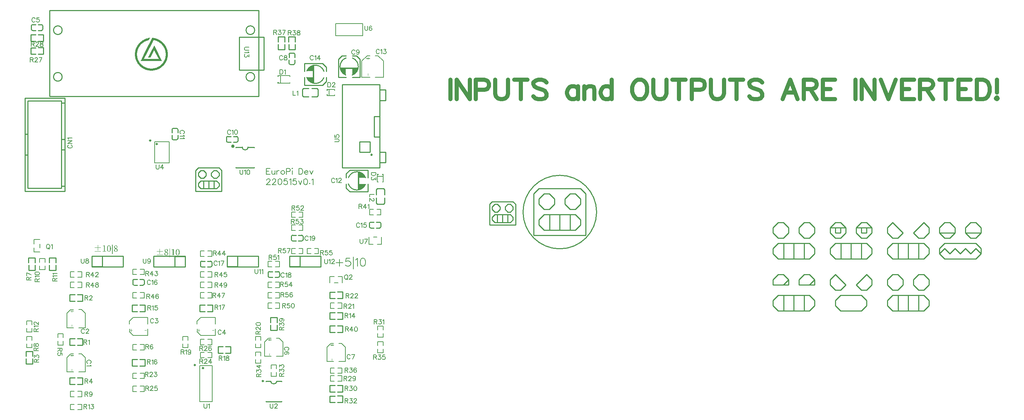
<source format=gto>
G04 Layer: TopSilkscreenLayer*
G04 EasyEDA v6.5.14, 2022-08-24 14:40:41*
G04 9da48f2711ed4ad3adc4a7d986b87d78,bf633cf64d8a430dba0ab8f24d4e683d,10*
G04 Gerber Generator version 0.2*
G04 Scale: 100 percent, Rotated: No, Reflected: No *
G04 Dimensions in millimeters *
G04 leading zeros omitted , absolute positions ,4 integer and 5 decimal *
%FSLAX45Y45*%
%MOMM*%

%ADD10C,0.2032*%
%ADD11C,1.0000*%
%ADD12C,0.1524*%
%ADD13C,0.2540*%
%ADD14C,0.1520*%
%ADD15C,0.3000*%
%ADD16C,0.4000*%
%ADD17C,0.0103*%

%LPD*%
G36*
X3076295Y-759917D02*
G01*
X3062122Y-760628D01*
X3052216Y-761492D01*
X3045612Y-762406D01*
X3027476Y-766267D01*
X3003600Y-772109D01*
X2992069Y-775360D01*
X2980690Y-778967D01*
X2969463Y-782929D01*
X2958388Y-787196D01*
X2947466Y-791870D01*
X2936697Y-796798D01*
X2926080Y-802081D01*
X2915615Y-807669D01*
X2905353Y-813562D01*
X2895295Y-819759D01*
X2885440Y-826211D01*
X2875737Y-833018D01*
X2866237Y-840028D01*
X2856992Y-847344D01*
X2847898Y-854913D01*
X2834741Y-866749D01*
X2826258Y-874979D01*
X2818028Y-883412D01*
X2810002Y-892098D01*
X2802229Y-900988D01*
X2794762Y-910082D01*
X2787497Y-919429D01*
X2780538Y-928928D01*
X2773832Y-938631D01*
X2767431Y-948588D01*
X2761284Y-958646D01*
X2755493Y-968908D01*
X2749956Y-979373D01*
X2744724Y-989990D01*
X2739796Y-1000709D01*
X2735224Y-1011631D01*
X2730957Y-1022654D01*
X2727045Y-1033830D01*
X2723438Y-1045159D01*
X2720187Y-1056538D01*
X2717292Y-1068070D01*
X2714752Y-1079703D01*
X2712567Y-1091438D01*
X2710789Y-1103274D01*
X2709773Y-1112570D01*
X2709011Y-1123340D01*
X2708554Y-1135176D01*
X2708351Y-1147927D01*
X2708656Y-1174546D01*
X2709875Y-1200810D01*
X2711958Y-1224178D01*
X2713278Y-1233982D01*
X2714802Y-1242161D01*
X2717800Y-1254658D01*
X2721102Y-1266952D01*
X2724759Y-1279093D01*
X2728722Y-1291031D01*
X2733040Y-1302766D01*
X2737662Y-1314297D01*
X2742641Y-1325676D01*
X2747873Y-1336852D01*
X2753461Y-1347774D01*
X2762402Y-1363827D01*
X2768752Y-1374241D01*
X2775407Y-1384401D01*
X2782316Y-1394358D01*
X2789529Y-1404112D01*
X2797048Y-1413611D01*
X2804769Y-1422857D01*
X2812846Y-1431848D01*
X2821127Y-1440586D01*
X2829712Y-1449120D01*
X2838500Y-1457350D01*
X2847594Y-1465326D01*
X2856890Y-1472996D01*
X2866440Y-1480413D01*
X2876245Y-1487576D01*
X2886303Y-1494434D01*
X2896565Y-1500987D01*
X2907030Y-1507286D01*
X2917748Y-1513230D01*
X2928620Y-1518920D01*
X2939745Y-1524304D01*
X2951073Y-1529334D01*
X2962605Y-1534109D01*
X2974340Y-1538478D01*
X2986278Y-1542592D01*
X2998368Y-1546352D01*
X3010611Y-1549755D01*
X3023108Y-1552854D01*
X3033979Y-1555140D01*
X3044698Y-1556715D01*
X3056991Y-1557985D01*
X3070555Y-1558950D01*
X3084982Y-1559560D01*
X3100019Y-1559864D01*
X3115208Y-1559864D01*
X3130194Y-1559509D01*
X3144672Y-1558848D01*
X3158286Y-1557934D01*
X3170631Y-1556613D01*
X3181400Y-1555038D01*
X3192221Y-1552752D01*
X3204362Y-1549806D01*
X3216249Y-1546606D01*
X3227882Y-1543100D01*
X3239312Y-1539341D01*
X3250438Y-1535277D01*
X3261410Y-1530959D01*
X3272129Y-1526336D01*
X3282696Y-1521409D01*
X3293008Y-1516176D01*
X3303219Y-1510588D01*
X3313176Y-1504746D01*
X3323031Y-1498549D01*
X3332734Y-1492046D01*
X3342284Y-1485188D01*
X3351682Y-1478026D01*
X3360978Y-1470456D01*
X3370173Y-1462582D01*
X3379266Y-1454353D01*
X3388258Y-1445768D01*
X3397453Y-1436522D01*
X3406597Y-1426870D01*
X3415284Y-1417066D01*
X3423564Y-1407160D01*
X3431438Y-1397152D01*
X3438956Y-1387043D01*
X3446018Y-1376730D01*
X3452723Y-1366266D01*
X3459022Y-1355648D01*
X3464966Y-1344828D01*
X3470554Y-1333855D01*
X3475786Y-1322628D01*
X3480663Y-1311148D01*
X3485184Y-1299514D01*
X3489350Y-1287576D01*
X3493211Y-1275384D01*
X3496716Y-1262888D01*
X3499967Y-1250137D01*
X3502812Y-1237335D01*
X3504996Y-1225702D01*
X3506520Y-1214374D01*
X3507536Y-1202080D01*
X3508095Y-1187653D01*
X3508298Y-1169720D01*
X3508248Y-1143254D01*
X3507994Y-1129588D01*
X3507486Y-1117600D01*
X3506724Y-1106779D01*
X3505555Y-1096772D01*
X3503929Y-1086916D01*
X3501796Y-1076858D01*
X3499053Y-1066088D01*
X3491636Y-1040384D01*
X3487978Y-1029004D01*
X3484016Y-1017778D01*
X3479698Y-1006754D01*
X3475075Y-995832D01*
X3470097Y-985113D01*
X3464814Y-974496D01*
X3456279Y-959002D01*
X3450234Y-948842D01*
X3443884Y-938936D01*
X3437229Y-929182D01*
X3430320Y-919683D01*
X3423107Y-910336D01*
X3415639Y-901242D01*
X3407867Y-892352D01*
X3399891Y-883666D01*
X3391611Y-875233D01*
X3383127Y-867054D01*
X3365398Y-851408D01*
X3351479Y-840384D01*
X3341928Y-833374D01*
X3332175Y-826617D01*
X3322167Y-820115D01*
X3312007Y-813917D01*
X3296361Y-805180D01*
X3285744Y-799744D01*
X3274872Y-794613D01*
X3263849Y-789787D01*
X3252673Y-785266D01*
X3241344Y-781100D01*
X3229254Y-777087D01*
X3215843Y-773176D01*
X3201974Y-769620D01*
X3188157Y-766470D01*
X3174847Y-763879D01*
X3162554Y-761949D01*
X3151835Y-760730D01*
X3143148Y-760323D01*
X3129178Y-761390D01*
X2955086Y-1108354D01*
X2885490Y-1248105D01*
X2864561Y-1290675D01*
X2851708Y-1317345D01*
X2848102Y-1325422D01*
X2861868Y-1325829D01*
X2899257Y-1326083D01*
X3027476Y-1326184D01*
X3369513Y-1325270D01*
X3344316Y-1274419D01*
X3219348Y-1026617D01*
X3186379Y-961948D01*
X3176270Y-942848D01*
X3070301Y-1154226D01*
X3045155Y-1205026D01*
X3030829Y-1234643D01*
X3028848Y-1239215D01*
X3030829Y-1240434D01*
X3036620Y-1241348D01*
X3045663Y-1241958D01*
X3057398Y-1242161D01*
X3086150Y-1242161D01*
X3144012Y-1123848D01*
X3162706Y-1086459D01*
X3172815Y-1066850D01*
X3176981Y-1059637D01*
X3177997Y-1061059D01*
X3183890Y-1071778D01*
X3207867Y-1118311D01*
X3287115Y-1276299D01*
X2927705Y-1275994D01*
X3002686Y-1128928D01*
X3135122Y-867664D01*
X3155340Y-828344D01*
X3162147Y-815492D01*
X3163316Y-815035D01*
X3165551Y-814984D01*
X3172815Y-815949D01*
X3182975Y-818083D01*
X3195167Y-821182D01*
X3208477Y-824992D01*
X3221939Y-829259D01*
X3234690Y-833729D01*
X3245866Y-838149D01*
X3256991Y-843229D01*
X3267964Y-848715D01*
X3278784Y-854557D01*
X3289350Y-860856D01*
X3299764Y-867511D01*
X3309924Y-874572D01*
X3319881Y-881938D01*
X3329533Y-889660D01*
X3338982Y-897737D01*
X3348126Y-906119D01*
X3357016Y-914806D01*
X3365550Y-923798D01*
X3373831Y-933043D01*
X3381756Y-942594D01*
X3389325Y-952398D01*
X3396538Y-962406D01*
X3403396Y-972667D01*
X3409899Y-983183D01*
X3415995Y-993851D01*
X3421684Y-1004722D01*
X3427120Y-1016152D01*
X3432149Y-1027734D01*
X3436721Y-1039469D01*
X3440887Y-1051255D01*
X3444595Y-1063193D01*
X3447846Y-1075232D01*
X3450691Y-1087374D01*
X3453079Y-1099566D01*
X3455009Y-1111808D01*
X3456482Y-1124153D01*
X3457549Y-1136548D01*
X3458159Y-1148943D01*
X3458362Y-1161338D01*
X3458057Y-1173784D01*
X3457295Y-1186230D01*
X3456127Y-1198676D01*
X3454501Y-1211072D01*
X3452418Y-1223467D01*
X3449878Y-1235811D01*
X3446881Y-1248105D01*
X3443528Y-1260094D01*
X3439718Y-1271879D01*
X3435553Y-1283462D01*
X3431032Y-1294841D01*
X3426104Y-1306017D01*
X3420821Y-1316939D01*
X3415233Y-1327607D01*
X3409238Y-1338072D01*
X3402939Y-1348282D01*
X3396284Y-1358239D01*
X3389325Y-1367942D01*
X3382010Y-1377391D01*
X3374440Y-1386586D01*
X3366566Y-1395476D01*
X3358387Y-1404061D01*
X3349955Y-1412392D01*
X3341217Y-1420418D01*
X3332226Y-1428140D01*
X3323031Y-1435557D01*
X3313531Y-1442669D01*
X3303828Y-1449425D01*
X3293872Y-1455877D01*
X3283712Y-1461973D01*
X3273298Y-1467713D01*
X3262731Y-1473149D01*
X3251962Y-1478229D01*
X3240989Y-1482902D01*
X3229813Y-1487220D01*
X3218535Y-1491183D01*
X3207054Y-1494790D01*
X3195421Y-1497990D01*
X3183636Y-1500784D01*
X3171698Y-1503172D01*
X3159658Y-1505153D01*
X3147517Y-1506728D01*
X3135223Y-1507896D01*
X3122828Y-1508607D01*
X3110382Y-1508912D01*
X3095752Y-1508760D01*
X3081629Y-1508150D01*
X3067913Y-1507083D01*
X3054553Y-1505508D01*
X3041497Y-1503375D01*
X3028696Y-1500784D01*
X3016046Y-1497634D01*
X3003550Y-1493926D01*
X2991104Y-1489659D01*
X2978607Y-1484782D01*
X2966059Y-1479346D01*
X2953410Y-1473250D01*
X2939745Y-1466240D01*
X2927400Y-1459331D01*
X2916072Y-1452372D01*
X2905404Y-1445107D01*
X2895142Y-1437284D01*
X2884982Y-1428800D01*
X2874619Y-1419301D01*
X2863646Y-1408633D01*
X2854604Y-1399336D01*
X2846273Y-1390345D01*
X2838551Y-1381556D01*
X2831439Y-1372870D01*
X2824835Y-1364132D01*
X2818587Y-1355242D01*
X2812643Y-1346098D01*
X2806954Y-1336598D01*
X2801416Y-1326642D01*
X2795981Y-1316024D01*
X2790698Y-1305102D01*
X2785872Y-1294079D01*
X2781452Y-1282954D01*
X2777439Y-1271778D01*
X2773832Y-1260602D01*
X2770632Y-1249324D01*
X2767787Y-1238046D01*
X2765348Y-1226718D01*
X2763316Y-1215390D01*
X2761691Y-1204061D01*
X2760421Y-1192733D01*
X2759506Y-1181404D01*
X2758998Y-1170076D01*
X2758846Y-1158798D01*
X2759049Y-1147521D01*
X2759608Y-1136345D01*
X2760573Y-1125169D01*
X2761843Y-1114044D01*
X2763520Y-1103020D01*
X2765501Y-1092047D01*
X2767838Y-1081176D01*
X2770530Y-1070406D01*
X2773527Y-1059688D01*
X2776880Y-1049121D01*
X2780538Y-1038656D01*
X2784551Y-1028293D01*
X2788869Y-1018082D01*
X2793542Y-1008024D01*
X2798470Y-998118D01*
X2803753Y-988364D01*
X2809341Y-978763D01*
X2815183Y-969365D01*
X2821381Y-960170D01*
X2827832Y-951128D01*
X2838094Y-937920D01*
X2845308Y-929436D01*
X2852775Y-921105D01*
X2860548Y-913028D01*
X2872740Y-901395D01*
X2881172Y-893927D01*
X2889859Y-886764D01*
X2898851Y-879805D01*
X2908096Y-873150D01*
X2917545Y-866800D01*
X2927299Y-860704D01*
X2937306Y-854964D01*
X2947517Y-849477D01*
X2957982Y-844346D01*
X2968701Y-839520D01*
X2979623Y-834999D01*
X2990799Y-830884D01*
X3002229Y-827074D01*
X3013811Y-823620D01*
X3045663Y-814679D01*
X3048152Y-812139D01*
X3052165Y-806043D01*
X3057245Y-797255D01*
X3062782Y-786739D01*
G37*
G36*
X2150110Y-5814822D02*
G01*
X2150110Y-6037326D01*
X2161794Y-6037326D01*
X2161794Y-5814822D01*
G37*
G36*
X1798828Y-5821680D02*
G01*
X1798828Y-5883656D01*
X1727200Y-5883656D01*
X1727200Y-5892800D01*
X1798828Y-5892800D01*
X1798828Y-5954776D01*
X1807972Y-5954776D01*
X1807972Y-5892800D01*
X1879600Y-5892800D01*
X1879600Y-5883656D01*
X1807972Y-5883656D01*
X1807972Y-5821680D01*
G37*
G36*
X2072639Y-5829808D02*
G01*
X2068169Y-5830062D01*
X2063750Y-5830824D01*
X2059432Y-5832094D01*
X2055215Y-5833872D01*
X2051151Y-5836259D01*
X2047290Y-5839256D01*
X2043633Y-5842812D01*
X2040178Y-5847029D01*
X2037029Y-5851906D01*
X2034235Y-5857443D01*
X2031746Y-5863691D01*
X2029612Y-5870651D01*
X2027936Y-5878322D01*
X2026666Y-5886754D01*
X2025904Y-5896000D01*
X2025650Y-5906008D01*
X2045462Y-5906008D01*
X2045716Y-5893460D01*
X2046478Y-5882487D01*
X2047697Y-5872988D01*
X2049322Y-5864860D01*
X2051354Y-5858002D01*
X2053691Y-5852363D01*
X2056384Y-5847791D01*
X2059279Y-5844286D01*
X2062378Y-5841695D01*
X2065680Y-5839968D01*
X2069134Y-5839002D01*
X2072639Y-5838698D01*
X2076043Y-5839002D01*
X2079345Y-5839968D01*
X2082546Y-5841695D01*
X2085593Y-5844286D01*
X2088388Y-5847791D01*
X2090978Y-5852363D01*
X2093264Y-5858002D01*
X2095246Y-5864860D01*
X2096871Y-5872988D01*
X2098040Y-5882487D01*
X2098802Y-5893460D01*
X2099056Y-5906008D01*
X2098802Y-5919012D01*
X2098040Y-5930442D01*
X2096871Y-5940298D01*
X2095246Y-5948781D01*
X2093264Y-5955944D01*
X2090978Y-5961837D01*
X2088388Y-5966561D01*
X2085593Y-5970219D01*
X2082546Y-5972962D01*
X2079345Y-5974740D01*
X2076043Y-5975807D01*
X2072639Y-5976112D01*
X2069998Y-5975959D01*
X2067407Y-5975400D01*
X2064867Y-5974384D01*
X2062378Y-5972962D01*
X2060041Y-5971032D01*
X2057806Y-5968593D01*
X2055672Y-5965545D01*
X2053742Y-5961938D01*
X2051913Y-5957620D01*
X2050288Y-5952642D01*
X2048916Y-5946902D01*
X2047697Y-5940450D01*
X2046732Y-5933135D01*
X2046071Y-5925007D01*
X2045614Y-5915964D01*
X2045462Y-5906008D01*
X2025650Y-5906008D01*
X2025904Y-5916371D01*
X2026666Y-5925921D01*
X2027936Y-5934659D01*
X2029612Y-5942584D01*
X2031746Y-5949746D01*
X2034235Y-5956198D01*
X2037029Y-5961888D01*
X2040178Y-5966866D01*
X2043633Y-5971184D01*
X2047290Y-5974842D01*
X2051151Y-5977890D01*
X2055215Y-5980328D01*
X2059432Y-5982208D01*
X2063750Y-5983478D01*
X2068169Y-5984240D01*
X2072639Y-5984494D01*
X2077008Y-5984240D01*
X2081326Y-5983478D01*
X2085593Y-5982208D01*
X2089708Y-5980328D01*
X2093722Y-5977890D01*
X2097532Y-5974842D01*
X2101138Y-5971184D01*
X2104542Y-5966866D01*
X2107590Y-5961888D01*
X2110384Y-5956198D01*
X2112873Y-5949746D01*
X2114905Y-5942584D01*
X2116582Y-5934659D01*
X2117852Y-5925921D01*
X2118614Y-5916371D01*
X2118868Y-5906008D01*
X2118614Y-5896000D01*
X2117852Y-5886754D01*
X2116582Y-5878322D01*
X2114905Y-5870651D01*
X2112873Y-5863691D01*
X2110384Y-5857443D01*
X2107590Y-5851906D01*
X2104542Y-5847029D01*
X2101138Y-5842812D01*
X2097532Y-5839256D01*
X2093722Y-5836259D01*
X2089708Y-5833872D01*
X2085593Y-5832094D01*
X2081326Y-5830824D01*
X2077008Y-5830062D01*
G37*
G36*
X2240280Y-5829808D02*
G01*
X2234590Y-5830112D01*
X2229154Y-5830976D01*
X2224024Y-5832398D01*
X2219198Y-5834329D01*
X2214778Y-5836818D01*
X2210765Y-5839764D01*
X2207260Y-5843168D01*
X2204262Y-5847029D01*
X2201875Y-5851347D01*
X2200097Y-5856071D01*
X2198979Y-5861151D01*
X2198887Y-5862574D01*
X2215388Y-5862574D01*
X2215896Y-5857290D01*
X2217369Y-5852566D01*
X2219706Y-5848451D01*
X2222703Y-5844997D01*
X2226360Y-5842203D01*
X2230475Y-5840120D01*
X2234996Y-5838901D01*
X2239772Y-5838444D01*
X2244902Y-5839002D01*
X2249474Y-5840577D01*
X2253386Y-5843016D01*
X2256637Y-5846216D01*
X2259228Y-5850077D01*
X2261108Y-5854395D01*
X2262225Y-5859119D01*
X2262632Y-5864098D01*
X2262428Y-5869381D01*
X2261717Y-5874258D01*
X2260498Y-5878830D01*
X2258669Y-5883097D01*
X2256282Y-5887110D01*
X2253183Y-5891022D01*
X2249424Y-5894832D01*
X2244852Y-5898642D01*
X2236876Y-5894324D01*
X2230374Y-5889955D01*
X2225243Y-5885535D01*
X2221331Y-5881065D01*
X2218537Y-5876544D01*
X2216708Y-5871972D01*
X2215692Y-5867298D01*
X2215388Y-5862574D01*
X2198887Y-5862574D01*
X2198624Y-5866638D01*
X2199030Y-5872937D01*
X2200198Y-5878982D01*
X2202230Y-5884672D01*
X2205126Y-5890056D01*
X2208936Y-5895136D01*
X2213711Y-5899912D01*
X2219502Y-5904382D01*
X2226310Y-5908548D01*
X2218791Y-5912459D01*
X2212289Y-5916574D01*
X2206752Y-5920994D01*
X2202180Y-5925667D01*
X2198624Y-5930646D01*
X2196084Y-5936030D01*
X2194560Y-5941771D01*
X2194219Y-5945886D01*
X2211578Y-5945886D01*
X2211882Y-5940348D01*
X2212898Y-5935370D01*
X2214524Y-5930798D01*
X2216861Y-5926632D01*
X2219858Y-5922721D01*
X2223566Y-5919063D01*
X2227986Y-5915558D01*
X2233168Y-5912104D01*
X2242159Y-5916574D01*
X2249525Y-5920943D01*
X2255418Y-5925261D01*
X2259990Y-5929579D01*
X2263343Y-5933948D01*
X2265578Y-5938469D01*
X2266797Y-5943193D01*
X2267204Y-5948172D01*
X2266696Y-5954166D01*
X2265273Y-5959602D01*
X2262987Y-5964377D01*
X2259838Y-5968441D01*
X2255926Y-5971692D01*
X2251354Y-5974080D01*
X2246122Y-5975604D01*
X2240280Y-5976112D01*
X2234184Y-5975553D01*
X2228596Y-5973927D01*
X2223719Y-5971286D01*
X2219553Y-5967780D01*
X2216150Y-5963361D01*
X2213660Y-5958230D01*
X2212136Y-5952337D01*
X2211578Y-5945886D01*
X2194219Y-5945886D01*
X2194052Y-5947918D01*
X2194407Y-5953607D01*
X2195525Y-5958840D01*
X2197354Y-5963615D01*
X2199792Y-5967882D01*
X2202891Y-5971743D01*
X2206650Y-5975045D01*
X2210917Y-5977890D01*
X2215743Y-5980277D01*
X2221077Y-5982106D01*
X2226868Y-5983427D01*
X2233117Y-5984240D01*
X2239772Y-5984494D01*
X2246172Y-5984189D01*
X2252218Y-5983224D01*
X2257907Y-5981649D01*
X2263190Y-5979464D01*
X2268016Y-5976772D01*
X2272334Y-5973572D01*
X2276094Y-5969863D01*
X2279243Y-5965698D01*
X2281834Y-5961126D01*
X2283663Y-5956147D01*
X2284831Y-5950813D01*
X2285238Y-5945124D01*
X2284730Y-5938062D01*
X2283206Y-5931611D01*
X2280666Y-5925718D01*
X2277059Y-5920282D01*
X2272385Y-5915304D01*
X2266594Y-5910630D01*
X2259736Y-5906211D01*
X2251710Y-5901944D01*
X2258771Y-5897372D01*
X2264562Y-5892698D01*
X2269185Y-5887974D01*
X2272741Y-5883148D01*
X2275382Y-5878322D01*
X2277110Y-5873597D01*
X2278075Y-5868924D01*
X2278380Y-5864352D01*
X2278075Y-5859475D01*
X2277211Y-5854801D01*
X2275738Y-5850483D01*
X2273757Y-5846470D01*
X2271217Y-5842812D01*
X2268169Y-5839561D01*
X2264664Y-5836716D01*
X2260650Y-5834329D01*
X2256180Y-5832398D01*
X2251303Y-5830976D01*
X2245969Y-5830112D01*
G37*
G36*
X1969770Y-5830570D02*
G01*
X1924050Y-5842508D01*
X1924050Y-5850128D01*
X1953768Y-5847334D01*
X1953717Y-5943650D01*
X1953260Y-5970270D01*
X1921764Y-5974842D01*
X1921764Y-5981700D01*
X2003806Y-5981700D01*
X2003806Y-5974842D01*
X1972564Y-5970270D01*
X1972056Y-5934710D01*
X1972056Y-5864860D01*
X1972818Y-5832856D01*
G37*
G36*
X1727200Y-5970778D02*
G01*
X1727200Y-5979922D01*
X1879600Y-5979922D01*
X1879600Y-5970778D01*
G37*
G36*
X3549904Y-5903722D02*
G01*
X3549904Y-6126226D01*
X3561587Y-6126226D01*
X3561587Y-5903722D01*
G37*
G36*
X3310128Y-5910580D02*
G01*
X3310128Y-5972556D01*
X3238500Y-5972556D01*
X3238500Y-5981700D01*
X3310128Y-5981700D01*
X3310128Y-6043676D01*
X3319272Y-6043676D01*
X3319272Y-5981700D01*
X3390900Y-5981700D01*
X3390900Y-5972556D01*
X3319272Y-5972556D01*
X3319272Y-5910580D01*
G37*
G36*
X3472687Y-5918708D02*
G01*
X3466947Y-5919012D01*
X3461512Y-5919876D01*
X3456330Y-5921298D01*
X3451504Y-5923229D01*
X3447084Y-5925718D01*
X3443122Y-5928664D01*
X3439617Y-5932068D01*
X3436670Y-5935980D01*
X3434283Y-5940247D01*
X3432505Y-5944971D01*
X3431387Y-5950102D01*
X3431297Y-5951474D01*
X3447796Y-5951474D01*
X3448304Y-5946241D01*
X3449777Y-5941517D01*
X3452114Y-5937402D01*
X3455162Y-5933897D01*
X3458768Y-5931103D01*
X3462934Y-5929071D01*
X3467404Y-5927801D01*
X3472179Y-5927344D01*
X3477310Y-5927902D01*
X3481882Y-5929477D01*
X3485794Y-5931916D01*
X3489045Y-5935116D01*
X3491636Y-5938977D01*
X3493515Y-5943346D01*
X3494684Y-5948019D01*
X3495040Y-5952998D01*
X3494836Y-5958332D01*
X3494074Y-5963208D01*
X3492804Y-5967730D01*
X3490976Y-5971997D01*
X3488537Y-5976061D01*
X3485387Y-5979922D01*
X3481578Y-5983782D01*
X3477006Y-5987542D01*
X3469030Y-5983224D01*
X3462578Y-5978906D01*
X3457498Y-5974486D01*
X3453637Y-5970016D01*
X3450894Y-5965444D01*
X3449065Y-5960872D01*
X3448100Y-5956198D01*
X3447796Y-5951474D01*
X3431297Y-5951474D01*
X3431032Y-5955538D01*
X3431438Y-5961888D01*
X3432606Y-5967882D01*
X3434638Y-5973572D01*
X3437534Y-5979007D01*
X3441293Y-5984087D01*
X3446018Y-5988862D01*
X3451758Y-5993282D01*
X3458464Y-5997448D01*
X3450945Y-6001359D01*
X3444443Y-6005525D01*
X3438906Y-6009894D01*
X3434334Y-6014567D01*
X3430778Y-6019596D01*
X3428237Y-6024930D01*
X3426714Y-6030671D01*
X3426373Y-6034786D01*
X3443986Y-6034786D01*
X3444341Y-6029248D01*
X3445306Y-6024270D01*
X3446932Y-6019698D01*
X3449269Y-6015532D01*
X3452266Y-6011621D01*
X3455974Y-6007963D01*
X3460445Y-6004458D01*
X3465576Y-6001004D01*
X3474567Y-6005525D01*
X3481933Y-6009843D01*
X3487826Y-6014161D01*
X3492398Y-6018479D01*
X3495751Y-6022848D01*
X3497986Y-6027369D01*
X3499205Y-6032093D01*
X3499612Y-6037072D01*
X3499154Y-6043117D01*
X3497681Y-6048502D01*
X3495395Y-6053277D01*
X3492246Y-6057341D01*
X3488334Y-6060592D01*
X3483762Y-6063030D01*
X3478529Y-6064504D01*
X3472687Y-6065012D01*
X3466490Y-6064453D01*
X3460902Y-6062827D01*
X3456025Y-6060236D01*
X3451860Y-6056680D01*
X3448507Y-6052312D01*
X3446068Y-6047130D01*
X3444494Y-6041288D01*
X3443986Y-6034786D01*
X3426373Y-6034786D01*
X3426206Y-6036818D01*
X3426612Y-6042507D01*
X3427729Y-6047740D01*
X3429558Y-6052515D01*
X3432048Y-6056833D01*
X3435146Y-6060643D01*
X3438906Y-6063996D01*
X3443173Y-6066840D01*
X3447999Y-6069177D01*
X3453333Y-6071006D01*
X3459124Y-6072327D01*
X3465322Y-6073140D01*
X3471926Y-6073394D01*
X3478326Y-6073089D01*
X3484372Y-6072124D01*
X3490061Y-6070549D01*
X3495344Y-6068415D01*
X3500170Y-6065672D01*
X3504488Y-6062472D01*
X3508248Y-6058763D01*
X3511448Y-6054648D01*
X3513988Y-6050026D01*
X3515868Y-6045047D01*
X3516985Y-6039713D01*
X3517392Y-6034024D01*
X3516884Y-6026962D01*
X3515410Y-6020511D01*
X3512870Y-6014618D01*
X3509314Y-6009182D01*
X3504641Y-6004204D01*
X3498850Y-5999530D01*
X3491941Y-5995111D01*
X3483864Y-5990844D01*
X3491026Y-5986322D01*
X3496868Y-5981649D01*
X3501542Y-5976874D01*
X3505149Y-5972048D01*
X3507790Y-5967272D01*
X3509518Y-5962497D01*
X3510483Y-5957824D01*
X3510787Y-5953252D01*
X3510483Y-5948375D01*
X3509619Y-5943752D01*
X3508146Y-5939383D01*
X3506114Y-5935370D01*
X3503574Y-5931712D01*
X3500526Y-5928461D01*
X3496970Y-5925616D01*
X3492957Y-5923229D01*
X3488486Y-5921298D01*
X3483610Y-5919876D01*
X3478377Y-5919012D01*
G37*
G36*
X3751326Y-5918708D02*
G01*
X3746855Y-5918962D01*
X3742436Y-5919724D01*
X3738118Y-5920994D01*
X3733901Y-5922822D01*
X3729837Y-5925210D01*
X3725976Y-5928156D01*
X3722319Y-5931763D01*
X3718864Y-5935980D01*
X3715765Y-5940806D01*
X3712921Y-5946343D01*
X3710432Y-5952591D01*
X3708349Y-5959551D01*
X3706622Y-5967222D01*
X3705402Y-5975654D01*
X3704590Y-5984900D01*
X3704336Y-5994908D01*
X3724148Y-5994908D01*
X3724401Y-5982411D01*
X3725164Y-5971438D01*
X3726383Y-5961888D01*
X3728059Y-5953760D01*
X3730040Y-5946902D01*
X3732428Y-5941263D01*
X3735070Y-5936742D01*
X3737965Y-5933186D01*
X3741064Y-5930646D01*
X3744366Y-5928868D01*
X3747820Y-5927902D01*
X3751326Y-5927598D01*
X3754729Y-5927902D01*
X3758031Y-5928868D01*
X3761232Y-5930646D01*
X3764279Y-5933186D01*
X3767124Y-5936742D01*
X3769664Y-5941263D01*
X3772001Y-5946902D01*
X3773932Y-5953760D01*
X3775557Y-5961888D01*
X3776726Y-5971438D01*
X3777487Y-5982411D01*
X3777742Y-5994908D01*
X3777487Y-6007912D01*
X3776726Y-6019342D01*
X3775557Y-6029248D01*
X3773932Y-6037681D01*
X3772001Y-6044844D01*
X3769664Y-6050737D01*
X3767124Y-6055461D01*
X3764279Y-6059170D01*
X3761232Y-6061862D01*
X3758031Y-6063691D01*
X3754729Y-6064707D01*
X3751326Y-6065012D01*
X3748684Y-6064859D01*
X3746093Y-6064300D01*
X3743553Y-6063335D01*
X3741064Y-6061913D01*
X3738727Y-6059982D01*
X3736492Y-6057493D01*
X3734358Y-6054496D01*
X3732428Y-6050838D01*
X3730599Y-6046520D01*
X3729024Y-6041542D01*
X3727602Y-6035852D01*
X3726383Y-6029350D01*
X3725468Y-6022035D01*
X3724757Y-6013907D01*
X3724300Y-6004864D01*
X3724148Y-5994908D01*
X3704336Y-5994908D01*
X3704590Y-6005322D01*
X3705402Y-6014872D01*
X3706622Y-6023559D01*
X3708349Y-6031484D01*
X3710432Y-6038697D01*
X3712921Y-6045098D01*
X3715765Y-6050788D01*
X3718864Y-6055766D01*
X3722319Y-6060084D01*
X3725976Y-6063792D01*
X3729837Y-6066840D01*
X3733901Y-6069228D01*
X3738118Y-6071108D01*
X3742436Y-6072378D01*
X3746855Y-6073140D01*
X3751326Y-6073394D01*
X3755694Y-6073140D01*
X3760063Y-6072378D01*
X3764279Y-6071108D01*
X3768445Y-6069228D01*
X3772458Y-6066840D01*
X3776319Y-6063792D01*
X3779926Y-6060084D01*
X3783329Y-6055766D01*
X3786479Y-6050788D01*
X3789273Y-6045098D01*
X3791762Y-6038697D01*
X3793845Y-6031484D01*
X3795522Y-6023559D01*
X3796792Y-6014872D01*
X3797554Y-6005322D01*
X3797808Y-5994908D01*
X3797554Y-5984900D01*
X3796792Y-5975654D01*
X3795522Y-5967222D01*
X3793845Y-5959551D01*
X3791762Y-5952591D01*
X3789273Y-5946343D01*
X3786479Y-5940806D01*
X3783329Y-5935980D01*
X3779926Y-5931763D01*
X3776319Y-5928156D01*
X3772458Y-5925210D01*
X3768445Y-5922822D01*
X3764279Y-5920994D01*
X3760063Y-5919724D01*
X3755694Y-5918962D01*
G37*
G36*
X3648456Y-5919470D02*
G01*
X3602736Y-5931408D01*
X3602736Y-5939028D01*
X3632454Y-5936234D01*
X3632200Y-6059170D01*
X3600450Y-6063742D01*
X3600450Y-6070600D01*
X3682492Y-6070600D01*
X3682492Y-6063742D01*
X3651250Y-6059170D01*
X3650742Y-6023610D01*
X3650742Y-5953760D01*
X3651504Y-5921756D01*
G37*
G36*
X3238500Y-6059678D02*
G01*
X3238500Y-6068822D01*
X3390900Y-6068822D01*
X3390900Y-6059678D01*
G37*
D10*
X5918220Y-3950723D02*
G01*
X5918220Y-4093979D01*
X5918220Y-3950723D02*
G01*
X6006866Y-3950723D01*
X5918220Y-4018795D02*
G01*
X5972830Y-4018795D01*
X5918220Y-4093979D02*
G01*
X6006866Y-4093979D01*
X6051824Y-3998475D02*
G01*
X6051824Y-4066547D01*
X6058682Y-4087121D01*
X6072398Y-4093979D01*
X6092718Y-4093979D01*
X6106434Y-4087121D01*
X6126754Y-4066547D01*
X6126754Y-3998475D02*
G01*
X6126754Y-4093979D01*
X6171712Y-3998475D02*
G01*
X6171712Y-4093979D01*
X6171712Y-4039369D02*
G01*
X6178570Y-4018795D01*
X6192286Y-4005333D01*
X6206002Y-3998475D01*
X6226322Y-3998475D01*
X6305570Y-3998475D02*
G01*
X6291854Y-4005333D01*
X6278138Y-4018795D01*
X6271280Y-4039369D01*
X6271280Y-4053085D01*
X6278138Y-4073405D01*
X6291854Y-4087121D01*
X6305570Y-4093979D01*
X6325890Y-4093979D01*
X6339606Y-4087121D01*
X6353322Y-4073405D01*
X6359926Y-4053085D01*
X6359926Y-4039369D01*
X6353322Y-4018795D01*
X6339606Y-4005333D01*
X6325890Y-3998475D01*
X6305570Y-3998475D01*
X6405138Y-3950723D02*
G01*
X6405138Y-4093979D01*
X6405138Y-3950723D02*
G01*
X6466352Y-3950723D01*
X6486926Y-3957581D01*
X6493530Y-3964439D01*
X6500388Y-3977901D01*
X6500388Y-3998475D01*
X6493530Y-4012191D01*
X6486926Y-4018795D01*
X6466352Y-4025653D01*
X6405138Y-4025653D01*
X6545346Y-3950723D02*
G01*
X6552204Y-3957581D01*
X6559062Y-3950723D01*
X6552204Y-3943865D01*
X6545346Y-3950723D01*
X6552204Y-3998475D02*
G01*
X6552204Y-4093979D01*
X6709176Y-3950723D02*
G01*
X6709176Y-4093979D01*
X6709176Y-3950723D02*
G01*
X6756928Y-3950723D01*
X6777248Y-3957581D01*
X6790964Y-3971297D01*
X6797822Y-3984759D01*
X6804680Y-4005333D01*
X6804680Y-4039369D01*
X6797822Y-4059943D01*
X6790964Y-4073405D01*
X6777248Y-4087121D01*
X6756928Y-4093979D01*
X6709176Y-4093979D01*
X6849638Y-4039369D02*
G01*
X6931426Y-4039369D01*
X6931426Y-4025653D01*
X6924568Y-4012191D01*
X6917710Y-4005333D01*
X6903994Y-3998475D01*
X6883674Y-3998475D01*
X6869958Y-4005333D01*
X6856496Y-4018795D01*
X6849638Y-4039369D01*
X6849638Y-4053085D01*
X6856496Y-4073405D01*
X6869958Y-4087121D01*
X6883674Y-4093979D01*
X6903994Y-4093979D01*
X6917710Y-4087121D01*
X6931426Y-4073405D01*
X6976384Y-3998475D02*
G01*
X7017278Y-4093979D01*
X7058172Y-3998475D02*
G01*
X7017278Y-4093979D01*
X5925078Y-4236473D02*
G01*
X5925078Y-4229615D01*
X5931936Y-4215899D01*
X5938540Y-4209041D01*
X5952256Y-4202437D01*
X5979688Y-4202437D01*
X5993150Y-4209041D01*
X6000008Y-4215899D01*
X6006866Y-4229615D01*
X6006866Y-4243331D01*
X6000008Y-4256793D01*
X5986292Y-4277367D01*
X5918220Y-4345439D01*
X6013724Y-4345439D01*
X6065540Y-4236473D02*
G01*
X6065540Y-4229615D01*
X6072398Y-4215899D01*
X6079002Y-4209041D01*
X6092718Y-4202437D01*
X6119896Y-4202437D01*
X6133612Y-4209041D01*
X6140470Y-4215899D01*
X6147328Y-4229615D01*
X6147328Y-4243331D01*
X6140470Y-4256793D01*
X6126754Y-4277367D01*
X6058682Y-4345439D01*
X6154186Y-4345439D01*
X6240038Y-4202437D02*
G01*
X6219464Y-4209041D01*
X6206002Y-4229615D01*
X6199144Y-4263651D01*
X6199144Y-4284225D01*
X6206002Y-4318261D01*
X6219464Y-4338581D01*
X6240038Y-4345439D01*
X6253754Y-4345439D01*
X6274074Y-4338581D01*
X6287790Y-4318261D01*
X6294648Y-4284225D01*
X6294648Y-4263651D01*
X6287790Y-4229615D01*
X6274074Y-4209041D01*
X6253754Y-4202437D01*
X6240038Y-4202437D01*
X6421394Y-4202437D02*
G01*
X6353322Y-4202437D01*
X6346464Y-4263651D01*
X6353322Y-4256793D01*
X6373642Y-4250189D01*
X6394216Y-4250189D01*
X6414536Y-4256793D01*
X6428252Y-4270509D01*
X6435110Y-4291083D01*
X6435110Y-4304545D01*
X6428252Y-4325119D01*
X6414536Y-4338581D01*
X6394216Y-4345439D01*
X6373642Y-4345439D01*
X6353322Y-4338581D01*
X6346464Y-4331977D01*
X6339606Y-4318261D01*
X6480068Y-4229615D02*
G01*
X6493530Y-4222757D01*
X6514104Y-4202437D01*
X6514104Y-4345439D01*
X6640850Y-4202437D02*
G01*
X6572778Y-4202437D01*
X6565920Y-4263651D01*
X6572778Y-4256793D01*
X6593098Y-4250189D01*
X6613672Y-4250189D01*
X6633992Y-4256793D01*
X6647708Y-4270509D01*
X6654566Y-4291083D01*
X6654566Y-4304545D01*
X6647708Y-4325119D01*
X6633992Y-4338581D01*
X6613672Y-4345439D01*
X6593098Y-4345439D01*
X6572778Y-4338581D01*
X6565920Y-4331977D01*
X6559062Y-4318261D01*
X6699524Y-4250189D02*
G01*
X6740418Y-4345439D01*
X6781312Y-4250189D02*
G01*
X6740418Y-4345439D01*
X6867164Y-4202437D02*
G01*
X6846844Y-4209041D01*
X6833128Y-4229615D01*
X6826270Y-4263651D01*
X6826270Y-4284225D01*
X6833128Y-4318261D01*
X6846844Y-4338581D01*
X6867164Y-4345439D01*
X6880880Y-4345439D01*
X6901454Y-4338581D01*
X6914916Y-4318261D01*
X6921774Y-4284225D01*
X6921774Y-4263651D01*
X6914916Y-4229615D01*
X6901454Y-4209041D01*
X6880880Y-4202437D01*
X6867164Y-4202437D01*
X6973590Y-4311403D02*
G01*
X6966732Y-4318261D01*
X6973590Y-4325119D01*
X6980448Y-4318261D01*
X6973590Y-4311403D01*
X7025406Y-4229615D02*
G01*
X7039122Y-4222757D01*
X7059442Y-4202437D01*
X7059442Y-4345439D01*
X7703063Y-6172707D02*
G01*
X7703063Y-6338823D01*
X7620005Y-6255765D02*
G01*
X7786121Y-6255765D01*
X7958079Y-6145021D02*
G01*
X7865623Y-6145021D01*
X7856479Y-6228079D01*
X7865623Y-6218936D01*
X7893309Y-6209537D01*
X7920995Y-6209537D01*
X7948681Y-6218936D01*
X7967223Y-6237223D01*
X7976621Y-6264910D01*
X7976621Y-6283452D01*
X7967223Y-6311137D01*
X7948681Y-6329679D01*
X7920995Y-6338823D01*
X7893309Y-6338823D01*
X7865623Y-6329679D01*
X7856479Y-6320536D01*
X7847081Y-6301994D01*
X8037581Y-6107937D02*
G01*
X8037581Y-6403594D01*
X8098541Y-6181852D02*
G01*
X8116829Y-6172707D01*
X8144515Y-6145021D01*
X8144515Y-6338823D01*
X8261101Y-6145021D02*
G01*
X8233161Y-6154165D01*
X8214873Y-6181852D01*
X8205475Y-6228079D01*
X8205475Y-6255765D01*
X8214873Y-6301994D01*
X8233161Y-6329679D01*
X8261101Y-6338823D01*
X8279389Y-6338823D01*
X8307075Y-6329679D01*
X8325617Y-6301994D01*
X8334761Y-6255765D01*
X8334761Y-6228079D01*
X8325617Y-6181852D01*
X8307075Y-6154165D01*
X8279389Y-6145021D01*
X8261101Y-6145021D01*
D11*
X10414000Y-1781555D02*
G01*
X10414000Y-2258821D01*
X10563859Y-1781555D02*
G01*
X10563859Y-2258821D01*
X10563859Y-1781555D02*
G01*
X10882122Y-2258821D01*
X10882122Y-1781555D02*
G01*
X10882122Y-2258821D01*
X11032236Y-1781555D02*
G01*
X11032236Y-2258821D01*
X11032236Y-1781555D02*
G01*
X11236706Y-1781555D01*
X11304777Y-1804162D01*
X11327638Y-1827021D01*
X11350243Y-1872234D01*
X11350243Y-1940560D01*
X11327638Y-1986026D01*
X11304777Y-2008631D01*
X11236706Y-2031492D01*
X11032236Y-2031492D01*
X11500358Y-1781555D02*
G01*
X11500358Y-2122423D01*
X11522963Y-2190495D01*
X11568429Y-2235962D01*
X11636756Y-2258821D01*
X11682222Y-2258821D01*
X11750293Y-2235962D01*
X11795759Y-2190495D01*
X11818620Y-2122423D01*
X11818620Y-1781555D01*
X12127738Y-1781555D02*
G01*
X12127738Y-2258821D01*
X11968479Y-1781555D02*
G01*
X12286741Y-1781555D01*
X12754863Y-1849628D02*
G01*
X12709397Y-1804162D01*
X12641325Y-1781555D01*
X12550393Y-1781555D01*
X12482068Y-1804162D01*
X12436602Y-1849628D01*
X12436602Y-1895094D01*
X12459461Y-1940560D01*
X12482068Y-1963165D01*
X12527534Y-1986026D01*
X12663931Y-2031492D01*
X12709397Y-2054097D01*
X12732258Y-2076957D01*
X12754863Y-2122423D01*
X12754863Y-2190495D01*
X12709397Y-2235962D01*
X12641325Y-2258821D01*
X12550393Y-2258821D01*
X12482068Y-2235962D01*
X12436602Y-2190495D01*
X13527531Y-1940560D02*
G01*
X13527531Y-2258821D01*
X13527531Y-2008631D02*
G01*
X13482066Y-1963165D01*
X13436600Y-1940560D01*
X13368527Y-1940560D01*
X13323061Y-1963165D01*
X13277595Y-2008631D01*
X13254990Y-2076957D01*
X13254990Y-2122423D01*
X13277595Y-2190495D01*
X13323061Y-2235962D01*
X13368527Y-2258821D01*
X13436600Y-2258821D01*
X13482066Y-2235962D01*
X13527531Y-2190495D01*
X13677645Y-1940560D02*
G01*
X13677645Y-2258821D01*
X13677645Y-2031492D02*
G01*
X13745718Y-1963165D01*
X13791184Y-1940560D01*
X13859509Y-1940560D01*
X13904975Y-1963165D01*
X13927581Y-2031492D01*
X13927581Y-2258821D01*
X14350238Y-1781555D02*
G01*
X14350238Y-2258821D01*
X14350238Y-2008631D02*
G01*
X14304772Y-1963165D01*
X14259306Y-1940560D01*
X14191234Y-1940560D01*
X14145768Y-1963165D01*
X14100302Y-2008631D01*
X14077695Y-2076957D01*
X14077695Y-2122423D01*
X14100302Y-2190495D01*
X14145768Y-2235962D01*
X14191234Y-2258821D01*
X14259306Y-2258821D01*
X14304772Y-2235962D01*
X14350238Y-2190495D01*
X14986761Y-1781555D02*
G01*
X14941295Y-1804162D01*
X14895829Y-1849628D01*
X14872970Y-1895094D01*
X14850363Y-1963165D01*
X14850363Y-2076957D01*
X14872970Y-2145029D01*
X14895829Y-2190495D01*
X14941295Y-2235962D01*
X14986761Y-2258821D01*
X15077693Y-2258821D01*
X15123159Y-2235962D01*
X15168625Y-2190495D01*
X15191231Y-2145029D01*
X15214091Y-2076957D01*
X15214091Y-1963165D01*
X15191231Y-1895094D01*
X15168625Y-1849628D01*
X15123159Y-1804162D01*
X15077693Y-1781555D01*
X14986761Y-1781555D01*
X15363952Y-1781555D02*
G01*
X15363952Y-2122423D01*
X15386811Y-2190495D01*
X15432277Y-2235962D01*
X15500350Y-2258821D01*
X15545816Y-2258821D01*
X15613888Y-2235962D01*
X15659354Y-2190495D01*
X15682213Y-2122423D01*
X15682213Y-1781555D01*
X15991331Y-1781555D02*
G01*
X15991331Y-2258821D01*
X15832074Y-1781555D02*
G01*
X16150336Y-1781555D01*
X16300450Y-1781555D02*
G01*
X16300450Y-2258821D01*
X16300450Y-1781555D02*
G01*
X16504920Y-1781555D01*
X16572991Y-1804162D01*
X16595852Y-1827021D01*
X16618458Y-1872234D01*
X16618458Y-1940560D01*
X16595852Y-1986026D01*
X16572991Y-2008631D01*
X16504920Y-2031492D01*
X16300450Y-2031492D01*
X16768572Y-1781555D02*
G01*
X16768572Y-2122423D01*
X16791177Y-2190495D01*
X16836643Y-2235962D01*
X16904970Y-2258821D01*
X16950436Y-2258821D01*
X17018508Y-2235962D01*
X17063974Y-2190495D01*
X17086579Y-2122423D01*
X17086579Y-1781555D01*
X17395698Y-1781555D02*
G01*
X17395698Y-2258821D01*
X17236693Y-1781555D02*
G01*
X17554956Y-1781555D01*
X18023077Y-1849628D02*
G01*
X17977611Y-1804162D01*
X17909540Y-1781555D01*
X17818608Y-1781555D01*
X17750281Y-1804162D01*
X17704816Y-1849628D01*
X17704816Y-1895094D01*
X17727675Y-1940560D01*
X17750281Y-1963165D01*
X17795748Y-1986026D01*
X17932145Y-2031492D01*
X17977611Y-2054097D01*
X18000218Y-2076957D01*
X18023077Y-2122423D01*
X18023077Y-2190495D01*
X17977611Y-2235962D01*
X17909540Y-2258821D01*
X17818608Y-2258821D01*
X17750281Y-2235962D01*
X17704816Y-2190495D01*
X18704813Y-1781555D02*
G01*
X18522950Y-2258821D01*
X18704813Y-1781555D02*
G01*
X18886677Y-2258821D01*
X18591275Y-2099563D02*
G01*
X18818606Y-2099563D01*
X19036791Y-1781555D02*
G01*
X19036791Y-2258821D01*
X19036791Y-1781555D02*
G01*
X19241261Y-1781555D01*
X19309334Y-1804162D01*
X19332193Y-1827021D01*
X19354800Y-1872234D01*
X19354800Y-1917700D01*
X19332193Y-1963165D01*
X19309334Y-1986026D01*
X19241261Y-2008631D01*
X19036791Y-2008631D01*
X19195795Y-2008631D02*
G01*
X19354800Y-2258821D01*
X19504913Y-1781555D02*
G01*
X19504913Y-2258821D01*
X19504913Y-1781555D02*
G01*
X19800316Y-1781555D01*
X19504913Y-2008631D02*
G01*
X19686777Y-2008631D01*
X19504913Y-2258821D02*
G01*
X19800316Y-2258821D01*
X20300441Y-1781555D02*
G01*
X20300441Y-2258821D01*
X20450302Y-1781555D02*
G01*
X20450302Y-2258821D01*
X20450302Y-1781555D02*
G01*
X20768563Y-2258821D01*
X20768563Y-1781555D02*
G01*
X20768563Y-2258821D01*
X20918424Y-1781555D02*
G01*
X21100288Y-2258821D01*
X21282152Y-1781555D02*
G01*
X21100288Y-2258821D01*
X21432266Y-1781555D02*
G01*
X21432266Y-2258821D01*
X21432266Y-1781555D02*
G01*
X21727668Y-1781555D01*
X21432266Y-2008631D02*
G01*
X21613875Y-2008631D01*
X21432266Y-2258821D02*
G01*
X21727668Y-2258821D01*
X21877527Y-1781555D02*
G01*
X21877527Y-2258821D01*
X21877527Y-1781555D02*
G01*
X22082252Y-1781555D01*
X22150324Y-1804162D01*
X22172929Y-1827021D01*
X22195790Y-1872234D01*
X22195790Y-1917700D01*
X22172929Y-1963165D01*
X22150324Y-1986026D01*
X22082252Y-2008631D01*
X21877527Y-2008631D01*
X22036786Y-2008631D02*
G01*
X22195790Y-2258821D01*
X22504908Y-1781555D02*
G01*
X22504908Y-2258821D01*
X22345650Y-1781555D02*
G01*
X22663911Y-1781555D01*
X22814025Y-1781555D02*
G01*
X22814025Y-2258821D01*
X22814025Y-1781555D02*
G01*
X23109427Y-1781555D01*
X22814025Y-2008631D02*
G01*
X22995890Y-2008631D01*
X22814025Y-2258821D02*
G01*
X23109427Y-2258821D01*
X23259288Y-1781555D02*
G01*
X23259288Y-2258821D01*
X23259288Y-1781555D02*
G01*
X23418545Y-1781555D01*
X23486618Y-1804162D01*
X23532084Y-1849628D01*
X23554943Y-1895094D01*
X23577550Y-1963165D01*
X23577550Y-2076957D01*
X23554943Y-2145029D01*
X23532084Y-2190495D01*
X23486618Y-2235962D01*
X23418545Y-2258821D01*
X23259288Y-2258821D01*
X23750270Y-1781555D02*
G01*
X23750270Y-2099563D01*
X23750270Y-2213355D02*
G01*
X23727663Y-2235962D01*
X23750270Y-2258821D01*
X23773129Y-2235962D01*
X23750270Y-2213355D01*
D12*
X3087877Y-6705092D02*
G01*
X3082543Y-6694678D01*
X3072129Y-6684263D01*
X3061970Y-6679184D01*
X3041141Y-6679184D01*
X3030727Y-6684263D01*
X3020313Y-6694678D01*
X3014979Y-6705092D01*
X3009900Y-6720839D01*
X3009900Y-6746747D01*
X3014979Y-6762242D01*
X3020313Y-6772655D01*
X3030727Y-6783070D01*
X3041141Y-6788150D01*
X3061970Y-6788150D01*
X3072129Y-6783070D01*
X3082543Y-6772655D01*
X3087877Y-6762242D01*
X3122168Y-6700012D02*
G01*
X3132581Y-6694678D01*
X3148075Y-6679184D01*
X3148075Y-6788150D01*
X3244850Y-6694678D02*
G01*
X3239515Y-6684263D01*
X3224022Y-6679184D01*
X3213608Y-6679184D01*
X3197859Y-6684263D01*
X3187700Y-6700012D01*
X3182365Y-6725920D01*
X3182365Y-6751828D01*
X3187700Y-6772655D01*
X3197859Y-6783070D01*
X3213608Y-6788150D01*
X3218688Y-6788150D01*
X3234436Y-6783070D01*
X3244850Y-6772655D01*
X3249929Y-6757162D01*
X3249929Y-6751828D01*
X3244850Y-6736334D01*
X3234436Y-6725920D01*
X3218688Y-6720839D01*
X3213608Y-6720839D01*
X3197859Y-6725920D01*
X3187700Y-6736334D01*
X3182365Y-6751828D01*
X6351777Y-6527292D02*
G01*
X6346443Y-6516878D01*
X6336029Y-6506463D01*
X6325870Y-6501384D01*
X6305041Y-6501384D01*
X6294627Y-6506463D01*
X6284213Y-6516878D01*
X6278879Y-6527292D01*
X6273800Y-6543039D01*
X6273800Y-6568947D01*
X6278879Y-6584442D01*
X6284213Y-6594855D01*
X6294627Y-6605270D01*
X6305041Y-6610350D01*
X6325870Y-6610350D01*
X6336029Y-6605270D01*
X6346443Y-6594855D01*
X6351777Y-6584442D01*
X6386068Y-6522212D02*
G01*
X6396481Y-6516878D01*
X6411975Y-6501384D01*
X6411975Y-6610350D01*
X6472174Y-6501384D02*
G01*
X6456679Y-6506463D01*
X6451600Y-6516878D01*
X6451600Y-6527292D01*
X6456679Y-6537705D01*
X6467093Y-6543039D01*
X6487922Y-6548120D01*
X6503415Y-6553200D01*
X6513829Y-6563613D01*
X6518909Y-6574028D01*
X6518909Y-6589776D01*
X6513829Y-6600189D01*
X6508750Y-6605270D01*
X6493002Y-6610350D01*
X6472174Y-6610350D01*
X6456679Y-6605270D01*
X6451600Y-6600189D01*
X6446265Y-6589776D01*
X6446265Y-6574028D01*
X6451600Y-6563613D01*
X6461759Y-6553200D01*
X6477508Y-6548120D01*
X6498336Y-6543039D01*
X6508750Y-6537705D01*
X6513829Y-6527292D01*
X6513829Y-6516878D01*
X6508750Y-6506463D01*
X6493002Y-6501384D01*
X6472174Y-6501384D01*
X1091692Y-3376421D02*
G01*
X1081278Y-3381755D01*
X1070863Y-3392170D01*
X1065784Y-3402329D01*
X1065784Y-3423157D01*
X1070863Y-3433571D01*
X1081278Y-3443986D01*
X1091692Y-3449320D01*
X1107439Y-3454400D01*
X1133347Y-3454400D01*
X1148842Y-3449320D01*
X1159255Y-3443986D01*
X1169670Y-3433571D01*
X1174750Y-3423157D01*
X1174750Y-3402329D01*
X1169670Y-3392170D01*
X1159255Y-3381755D01*
X1148842Y-3376421D01*
X1065784Y-3342131D02*
G01*
X1174750Y-3342131D01*
X1065784Y-3342131D02*
G01*
X1174750Y-3269487D01*
X1065784Y-3269487D02*
G01*
X1174750Y-3269487D01*
X1086612Y-3235197D02*
G01*
X1081278Y-3224784D01*
X1065784Y-3209289D01*
X1174750Y-3209289D01*
X7416787Y-1853184D02*
G01*
X7416787Y-1962150D01*
X7416787Y-1853184D02*
G01*
X7453109Y-1853184D01*
X7468857Y-1858263D01*
X7479017Y-1868678D01*
X7484351Y-1879092D01*
X7489431Y-1894839D01*
X7489431Y-1920747D01*
X7484351Y-1936242D01*
X7479017Y-1946655D01*
X7468857Y-1957070D01*
X7453109Y-1962150D01*
X7416787Y-1962150D01*
X7529055Y-1879092D02*
G01*
X7529055Y-1874012D01*
X7534135Y-1863597D01*
X7539469Y-1858263D01*
X7549883Y-1853184D01*
X7570457Y-1853184D01*
X7580871Y-1858263D01*
X7586205Y-1863597D01*
X7591285Y-1874012D01*
X7591285Y-1884426D01*
X7586205Y-1894839D01*
X7575791Y-1910334D01*
X7523721Y-1962150D01*
X7596619Y-1962150D01*
X6565900Y-2056384D02*
G01*
X6565900Y-2165350D01*
X6565900Y-2165350D02*
G01*
X6628129Y-2165350D01*
X6662420Y-2077212D02*
G01*
X6672834Y-2071878D01*
X6688581Y-2056384D01*
X6688581Y-2165350D01*
X8548115Y-4584700D02*
G01*
X8439150Y-4584700D01*
X8439150Y-4584700D02*
G01*
X8439150Y-4646929D01*
X8522208Y-4686554D02*
G01*
X8527288Y-4686554D01*
X8537702Y-4691634D01*
X8543036Y-4696968D01*
X8548115Y-4707381D01*
X8548115Y-4728210D01*
X8543036Y-4738370D01*
X8537702Y-4743704D01*
X8527288Y-4748784D01*
X8516874Y-4748784D01*
X8506459Y-4743704D01*
X8490965Y-4733289D01*
X8439150Y-4681220D01*
X8439150Y-4754118D01*
X577342Y-5802884D02*
G01*
X566928Y-5807963D01*
X556513Y-5818378D01*
X551179Y-5828792D01*
X546100Y-5844539D01*
X546100Y-5870447D01*
X551179Y-5885942D01*
X556513Y-5896355D01*
X566928Y-5906770D01*
X577342Y-5911850D01*
X598170Y-5911850D01*
X608329Y-5906770D01*
X618744Y-5896355D01*
X624078Y-5885942D01*
X629157Y-5870447D01*
X629157Y-5844539D01*
X624078Y-5828792D01*
X618744Y-5818378D01*
X608329Y-5807963D01*
X598170Y-5802884D01*
X577342Y-5802884D01*
X592836Y-5891276D02*
G01*
X624078Y-5922263D01*
X663447Y-5823712D02*
G01*
X673862Y-5818378D01*
X689610Y-5802884D01*
X689610Y-5911850D01*
X7854441Y-6552184D02*
G01*
X7844027Y-6557263D01*
X7833613Y-6567678D01*
X7828279Y-6578092D01*
X7823200Y-6593839D01*
X7823200Y-6619747D01*
X7828279Y-6635242D01*
X7833613Y-6645655D01*
X7844027Y-6656070D01*
X7854441Y-6661150D01*
X7875270Y-6661150D01*
X7885429Y-6656070D01*
X7895843Y-6645655D01*
X7901177Y-6635242D01*
X7906258Y-6619747D01*
X7906258Y-6593839D01*
X7901177Y-6578092D01*
X7895843Y-6567678D01*
X7885429Y-6557263D01*
X7875270Y-6552184D01*
X7854441Y-6552184D01*
X7869936Y-6640576D02*
G01*
X7901177Y-6671563D01*
X7945881Y-6578092D02*
G01*
X7945881Y-6573012D01*
X7950961Y-6562597D01*
X7956295Y-6557263D01*
X7966709Y-6552184D01*
X7987284Y-6552184D01*
X7997697Y-6557263D01*
X8003031Y-6562597D01*
X8008111Y-6573012D01*
X8008111Y-6583426D01*
X8003031Y-6593839D01*
X7992618Y-6609334D01*
X7940547Y-6661150D01*
X8013445Y-6661150D01*
X4292600Y-8292084D02*
G01*
X4292600Y-8401050D01*
X4292600Y-8292084D02*
G01*
X4339336Y-8292084D01*
X4354829Y-8297163D01*
X4360163Y-8302497D01*
X4365243Y-8312912D01*
X4365243Y-8323326D01*
X4360163Y-8333739D01*
X4354829Y-8338820D01*
X4339336Y-8343900D01*
X4292600Y-8343900D01*
X4328922Y-8343900D02*
G01*
X4365243Y-8401050D01*
X4404868Y-8317992D02*
G01*
X4404868Y-8312912D01*
X4409947Y-8302497D01*
X4415281Y-8297163D01*
X4425695Y-8292084D01*
X4446270Y-8292084D01*
X4456684Y-8297163D01*
X4462018Y-8302497D01*
X4467097Y-8312912D01*
X4467097Y-8323326D01*
X4462018Y-8333739D01*
X4451604Y-8349234D01*
X4399534Y-8401050D01*
X4472431Y-8401050D01*
X4568952Y-8307578D02*
G01*
X4563872Y-8297163D01*
X4548124Y-8292084D01*
X4537709Y-8292084D01*
X4522215Y-8297163D01*
X4511802Y-8312912D01*
X4506722Y-8338820D01*
X4506722Y-8364728D01*
X4511802Y-8385555D01*
X4522215Y-8395970D01*
X4537709Y-8401050D01*
X4543043Y-8401050D01*
X4558538Y-8395970D01*
X4568952Y-8385555D01*
X4574286Y-8370062D01*
X4574286Y-8364728D01*
X4568952Y-8349234D01*
X4558538Y-8338820D01*
X4543043Y-8333739D01*
X4537709Y-8333739D01*
X4522215Y-8338820D01*
X4511802Y-8349234D01*
X4506722Y-8364728D01*
X3009910Y-8622284D02*
G01*
X3009910Y-8731250D01*
X3009910Y-8622284D02*
G01*
X3056646Y-8622284D01*
X3072140Y-8627363D01*
X3077474Y-8632697D01*
X3082554Y-8643112D01*
X3082554Y-8653526D01*
X3077474Y-8663939D01*
X3072140Y-8669020D01*
X3056646Y-8674100D01*
X3009910Y-8674100D01*
X3046232Y-8674100D02*
G01*
X3082554Y-8731250D01*
X3116844Y-8643112D02*
G01*
X3127258Y-8637778D01*
X3143006Y-8622284D01*
X3143006Y-8731250D01*
X3239526Y-8637778D02*
G01*
X3234446Y-8627363D01*
X3218698Y-8622284D01*
X3208284Y-8622284D01*
X3192790Y-8627363D01*
X3182376Y-8643112D01*
X3177296Y-8669020D01*
X3177296Y-8694928D01*
X3182376Y-8715755D01*
X3192790Y-8726170D01*
X3208284Y-8731250D01*
X3213618Y-8731250D01*
X3229112Y-8726170D01*
X3239526Y-8715755D01*
X3244860Y-8700262D01*
X3244860Y-8694928D01*
X3239526Y-8679434D01*
X3229112Y-8669020D01*
X3213618Y-8663939D01*
X3208284Y-8663939D01*
X3192790Y-8669020D01*
X3182376Y-8679434D01*
X3177296Y-8694928D01*
X928115Y-8343900D02*
G01*
X819150Y-8343900D01*
X928115Y-8343900D02*
G01*
X928115Y-8390636D01*
X923036Y-8406129D01*
X917702Y-8411463D01*
X907287Y-8416544D01*
X896873Y-8416544D01*
X886460Y-8411463D01*
X881379Y-8406129D01*
X876300Y-8390636D01*
X876300Y-8343900D01*
X876300Y-8380221D02*
G01*
X819150Y-8416544D01*
X928115Y-8513318D02*
G01*
X928115Y-8461247D01*
X881379Y-8456168D01*
X886460Y-8461247D01*
X891794Y-8476995D01*
X891794Y-8492489D01*
X886460Y-8507984D01*
X876300Y-8518397D01*
X860552Y-8523731D01*
X850137Y-8523731D01*
X834644Y-8518397D01*
X824229Y-8507984D01*
X819150Y-8492489D01*
X819150Y-8476995D01*
X824229Y-8461247D01*
X829310Y-8456168D01*
X839723Y-8450834D01*
X7340600Y-6171184D02*
G01*
X7340600Y-6249162D01*
X7345679Y-6264655D01*
X7356093Y-6275070D01*
X7371841Y-6280150D01*
X7382256Y-6280150D01*
X7397750Y-6275070D01*
X7408163Y-6264655D01*
X7413243Y-6249162D01*
X7413243Y-6171184D01*
X7447534Y-6192012D02*
G01*
X7457947Y-6186678D01*
X7473695Y-6171184D01*
X7473695Y-6280150D01*
X7513065Y-6197092D02*
G01*
X7513065Y-6192012D01*
X7518400Y-6181597D01*
X7523479Y-6176263D01*
X7533893Y-6171184D01*
X7554722Y-6171184D01*
X7565136Y-6176263D01*
X7570215Y-6181597D01*
X7575550Y-6192012D01*
X7575550Y-6202426D01*
X7570215Y-6212839D01*
X7559802Y-6228334D01*
X7507986Y-6280150D01*
X7580629Y-6280150D01*
X4394200Y-9701789D02*
G01*
X4394200Y-9779767D01*
X4399279Y-9795261D01*
X4409693Y-9805675D01*
X4425441Y-9810755D01*
X4435856Y-9810755D01*
X4451350Y-9805675D01*
X4461763Y-9795261D01*
X4466843Y-9779767D01*
X4466843Y-9701789D01*
X4501134Y-9722617D02*
G01*
X4511547Y-9717283D01*
X4527295Y-9701789D01*
X4527295Y-9810755D01*
X1613405Y-8714018D02*
G01*
X1623819Y-8708684D01*
X1634233Y-8698270D01*
X1639313Y-8687856D01*
X1639313Y-8667028D01*
X1634233Y-8656868D01*
X1623819Y-8646454D01*
X1613405Y-8641120D01*
X1597657Y-8636040D01*
X1571749Y-8636040D01*
X1556255Y-8641120D01*
X1545841Y-8646454D01*
X1535427Y-8656868D01*
X1530347Y-8667028D01*
X1530347Y-8687856D01*
X1535427Y-8698270D01*
X1545841Y-8708684D01*
X1556255Y-8714018D01*
X1618485Y-8748308D02*
G01*
X1623819Y-8758468D01*
X1639313Y-8774216D01*
X1530347Y-8774216D01*
X1475036Y-7898892D02*
G01*
X1469702Y-7888478D01*
X1459288Y-7878063D01*
X1448874Y-7872984D01*
X1428046Y-7872984D01*
X1417886Y-7878063D01*
X1407472Y-7888478D01*
X1402138Y-7898892D01*
X1397058Y-7914639D01*
X1397058Y-7940547D01*
X1402138Y-7956042D01*
X1407472Y-7966455D01*
X1417886Y-7976870D01*
X1428046Y-7981950D01*
X1448874Y-7981950D01*
X1459288Y-7976870D01*
X1469702Y-7966455D01*
X1475036Y-7956042D01*
X1514406Y-7898892D02*
G01*
X1514406Y-7893812D01*
X1519486Y-7883397D01*
X1524820Y-7878063D01*
X1535234Y-7872984D01*
X1556062Y-7872984D01*
X1566476Y-7878063D01*
X1571556Y-7883397D01*
X1576636Y-7893812D01*
X1576636Y-7904226D01*
X1571556Y-7914639D01*
X1561142Y-7930134D01*
X1509326Y-7981950D01*
X1581970Y-7981950D01*
X3164136Y-7644892D02*
G01*
X3158802Y-7634478D01*
X3148388Y-7624063D01*
X3137974Y-7618984D01*
X3117146Y-7618984D01*
X3106986Y-7624063D01*
X3096572Y-7634478D01*
X3091238Y-7644892D01*
X3086158Y-7660639D01*
X3086158Y-7686547D01*
X3091238Y-7702042D01*
X3096572Y-7712455D01*
X3106986Y-7722870D01*
X3117146Y-7727950D01*
X3137974Y-7727950D01*
X3148388Y-7722870D01*
X3158802Y-7712455D01*
X3164136Y-7702042D01*
X3208586Y-7618984D02*
G01*
X3265736Y-7618984D01*
X3234748Y-7660639D01*
X3250242Y-7660639D01*
X3260656Y-7665720D01*
X3265736Y-7670800D01*
X3271070Y-7686547D01*
X3271070Y-7696962D01*
X3265736Y-7712455D01*
X3255576Y-7722870D01*
X3239828Y-7727950D01*
X3224334Y-7727950D01*
X3208586Y-7722870D01*
X3203506Y-7717789D01*
X3198426Y-7707376D01*
X4815136Y-7924292D02*
G01*
X4809802Y-7913878D01*
X4799388Y-7903463D01*
X4788974Y-7898384D01*
X4768146Y-7898384D01*
X4757986Y-7903463D01*
X4747572Y-7913878D01*
X4742238Y-7924292D01*
X4737158Y-7940039D01*
X4737158Y-7965947D01*
X4742238Y-7981442D01*
X4747572Y-7991855D01*
X4757986Y-8002270D01*
X4768146Y-8007350D01*
X4788974Y-8007350D01*
X4799388Y-8002270D01*
X4809802Y-7991855D01*
X4815136Y-7981442D01*
X4901242Y-7898384D02*
G01*
X4849426Y-7971028D01*
X4927150Y-7971028D01*
X4901242Y-7898384D02*
G01*
X4901242Y-8007350D01*
X268452Y-291592D02*
G01*
X263372Y-281178D01*
X252958Y-270763D01*
X242544Y-265684D01*
X221716Y-265684D01*
X211302Y-270763D01*
X200888Y-281178D01*
X195808Y-291592D01*
X190474Y-307339D01*
X190474Y-333247D01*
X195808Y-348742D01*
X200888Y-359155D01*
X211302Y-369570D01*
X221716Y-374650D01*
X242544Y-374650D01*
X252958Y-369570D01*
X263372Y-359155D01*
X268452Y-348742D01*
X364972Y-265684D02*
G01*
X313156Y-265684D01*
X307822Y-312420D01*
X313156Y-307339D01*
X328650Y-302005D01*
X344398Y-302005D01*
X359892Y-307339D01*
X370306Y-317500D01*
X375386Y-333247D01*
X375386Y-343662D01*
X370306Y-359155D01*
X359892Y-369570D01*
X344398Y-374650D01*
X328650Y-374650D01*
X313156Y-369570D01*
X307822Y-364489D01*
X302742Y-354076D01*
X6439408Y-8395525D02*
G01*
X6449822Y-8390191D01*
X6460236Y-8379777D01*
X6465315Y-8369363D01*
X6465315Y-8348535D01*
X6460236Y-8338375D01*
X6449822Y-8327961D01*
X6439408Y-8322627D01*
X6423659Y-8317547D01*
X6397752Y-8317547D01*
X6382258Y-8322627D01*
X6371843Y-8327961D01*
X6361429Y-8338375D01*
X6356350Y-8348535D01*
X6356350Y-8369363D01*
X6361429Y-8379777D01*
X6371843Y-8390191D01*
X6382258Y-8395525D01*
X6449822Y-8492045D02*
G01*
X6460236Y-8486965D01*
X6465315Y-8471217D01*
X6465315Y-8460803D01*
X6460236Y-8445309D01*
X6444488Y-8434895D01*
X6418579Y-8429815D01*
X6392672Y-8429815D01*
X6371843Y-8434895D01*
X6361429Y-8445309D01*
X6356350Y-8460803D01*
X6356350Y-8466137D01*
X6361429Y-8481631D01*
X6371843Y-8492045D01*
X6387338Y-8497125D01*
X6392672Y-8497125D01*
X6408165Y-8492045D01*
X6418579Y-8481631D01*
X6423659Y-8466137D01*
X6423659Y-8460803D01*
X6418579Y-8445309D01*
X6408165Y-8434895D01*
X6392672Y-8429815D01*
X7964741Y-8521192D02*
G01*
X7959407Y-8510778D01*
X7948993Y-8500363D01*
X7938579Y-8495284D01*
X7917751Y-8495284D01*
X7907591Y-8500363D01*
X7897177Y-8510778D01*
X7891843Y-8521192D01*
X7886763Y-8536939D01*
X7886763Y-8562847D01*
X7891843Y-8578342D01*
X7897177Y-8588755D01*
X7907591Y-8599170D01*
X7917751Y-8604250D01*
X7938579Y-8604250D01*
X7948993Y-8599170D01*
X7959407Y-8588755D01*
X7964741Y-8578342D01*
X8071675Y-8495284D02*
G01*
X8019605Y-8604250D01*
X7999031Y-8495284D02*
G01*
X8071675Y-8495284D01*
X6313652Y-1218692D02*
G01*
X6308572Y-1208278D01*
X6298158Y-1197863D01*
X6287744Y-1192784D01*
X6266916Y-1192784D01*
X6256502Y-1197863D01*
X6246088Y-1208278D01*
X6241008Y-1218692D01*
X6235674Y-1234439D01*
X6235674Y-1260347D01*
X6241008Y-1275842D01*
X6246088Y-1286255D01*
X6256502Y-1296670D01*
X6266916Y-1301750D01*
X6287744Y-1301750D01*
X6298158Y-1296670D01*
X6308572Y-1286255D01*
X6313652Y-1275842D01*
X6373850Y-1192784D02*
G01*
X6358356Y-1197863D01*
X6353022Y-1208278D01*
X6353022Y-1218692D01*
X6358356Y-1229105D01*
X6368770Y-1234439D01*
X6389598Y-1239520D01*
X6405092Y-1244600D01*
X6415506Y-1255013D01*
X6420586Y-1265428D01*
X6420586Y-1281176D01*
X6415506Y-1291589D01*
X6410172Y-1296670D01*
X6394678Y-1301750D01*
X6373850Y-1301750D01*
X6358356Y-1296670D01*
X6353022Y-1291589D01*
X6347942Y-1281176D01*
X6347942Y-1265428D01*
X6353022Y-1255013D01*
X6363436Y-1244600D01*
X6379184Y-1239520D01*
X6400012Y-1234439D01*
X6410172Y-1229105D01*
X6415506Y-1218692D01*
X6415506Y-1208278D01*
X6410172Y-1197863D01*
X6394678Y-1192784D01*
X6373850Y-1192784D01*
X8078876Y-1078992D02*
G01*
X8073796Y-1068578D01*
X8063382Y-1058163D01*
X8052968Y-1053084D01*
X8032140Y-1053084D01*
X8021726Y-1058163D01*
X8011312Y-1068578D01*
X8006232Y-1078992D01*
X8000898Y-1094739D01*
X8000898Y-1120647D01*
X8006232Y-1136142D01*
X8011312Y-1146555D01*
X8021726Y-1156970D01*
X8032140Y-1162050D01*
X8052968Y-1162050D01*
X8063382Y-1156970D01*
X8073796Y-1146555D01*
X8078876Y-1136142D01*
X8180730Y-1089405D02*
G01*
X8175650Y-1104900D01*
X8165236Y-1115313D01*
X8149488Y-1120647D01*
X8144408Y-1120647D01*
X8128914Y-1115313D01*
X8118500Y-1104900D01*
X8113166Y-1089405D01*
X8113166Y-1084326D01*
X8118500Y-1068578D01*
X8128914Y-1058163D01*
X8144408Y-1053084D01*
X8149488Y-1053084D01*
X8165236Y-1058163D01*
X8175650Y-1068578D01*
X8180730Y-1089405D01*
X8180730Y-1115313D01*
X8175650Y-1141476D01*
X8165236Y-1156970D01*
X8149488Y-1162050D01*
X8139074Y-1162050D01*
X8123580Y-1156970D01*
X8118500Y-1146555D01*
X5043652Y-3034792D02*
G01*
X5038572Y-3024378D01*
X5028158Y-3013963D01*
X5017744Y-3008884D01*
X4996916Y-3008884D01*
X4986502Y-3013963D01*
X4976088Y-3024378D01*
X4971008Y-3034792D01*
X4965674Y-3050539D01*
X4965674Y-3076447D01*
X4971008Y-3091942D01*
X4976088Y-3102355D01*
X4986502Y-3112770D01*
X4996916Y-3117850D01*
X5017744Y-3117850D01*
X5028158Y-3112770D01*
X5038572Y-3102355D01*
X5043652Y-3091942D01*
X5077942Y-3029712D02*
G01*
X5088356Y-3024378D01*
X5103850Y-3008884D01*
X5103850Y-3117850D01*
X5169382Y-3008884D02*
G01*
X5153888Y-3013963D01*
X5143474Y-3029712D01*
X5138140Y-3055620D01*
X5138140Y-3071113D01*
X5143474Y-3097276D01*
X5153888Y-3112770D01*
X5169382Y-3117850D01*
X5179796Y-3117850D01*
X5195290Y-3112770D01*
X5205704Y-3097276D01*
X5211038Y-3071113D01*
X5211038Y-3055620D01*
X5205704Y-3029712D01*
X5195290Y-3013963D01*
X5179796Y-3008884D01*
X5169382Y-3008884D01*
X3886708Y-3100552D02*
G01*
X3897122Y-3095472D01*
X3907536Y-3085058D01*
X3912615Y-3074644D01*
X3912615Y-3053816D01*
X3907536Y-3043402D01*
X3897122Y-3032988D01*
X3886708Y-3027908D01*
X3870959Y-3022574D01*
X3845052Y-3022574D01*
X3829558Y-3027908D01*
X3819143Y-3032988D01*
X3808729Y-3043402D01*
X3803650Y-3053816D01*
X3803650Y-3074644D01*
X3808729Y-3085058D01*
X3819143Y-3095472D01*
X3829558Y-3100552D01*
X3891788Y-3134842D02*
G01*
X3897122Y-3145256D01*
X3912615Y-3160750D01*
X3803650Y-3160750D01*
X3891788Y-3195040D02*
G01*
X3897122Y-3205454D01*
X3912615Y-3221202D01*
X3803650Y-3221202D01*
X7583589Y-4215892D02*
G01*
X7578509Y-4205478D01*
X7568095Y-4195063D01*
X7557681Y-4189984D01*
X7536853Y-4189984D01*
X7526439Y-4195063D01*
X7516025Y-4205478D01*
X7510945Y-4215892D01*
X7505611Y-4231639D01*
X7505611Y-4257547D01*
X7510945Y-4273042D01*
X7516025Y-4283455D01*
X7526439Y-4293870D01*
X7536853Y-4298950D01*
X7557681Y-4298950D01*
X7568095Y-4293870D01*
X7578509Y-4283455D01*
X7583589Y-4273042D01*
X7617879Y-4210812D02*
G01*
X7628293Y-4205478D01*
X7643787Y-4189984D01*
X7643787Y-4298950D01*
X7683411Y-4215892D02*
G01*
X7683411Y-4210812D01*
X7688491Y-4200397D01*
X7693825Y-4195063D01*
X7704239Y-4189984D01*
X7725067Y-4189984D01*
X7735227Y-4195063D01*
X7740561Y-4200397D01*
X7745641Y-4210812D01*
X7745641Y-4221226D01*
X7740561Y-4231639D01*
X7730147Y-4247134D01*
X7678077Y-4298950D01*
X7750975Y-4298950D01*
X8675877Y-1066292D02*
G01*
X8670543Y-1055878D01*
X8660129Y-1045463D01*
X8649970Y-1040384D01*
X8629141Y-1040384D01*
X8618727Y-1045463D01*
X8608313Y-1055878D01*
X8602979Y-1066292D01*
X8597900Y-1082039D01*
X8597900Y-1107947D01*
X8602979Y-1123442D01*
X8608313Y-1133855D01*
X8618727Y-1144270D01*
X8629141Y-1149350D01*
X8649970Y-1149350D01*
X8660129Y-1144270D01*
X8670543Y-1133855D01*
X8675877Y-1123442D01*
X8710168Y-1061212D02*
G01*
X8720581Y-1055878D01*
X8736075Y-1040384D01*
X8736075Y-1149350D01*
X8780779Y-1040384D02*
G01*
X8837929Y-1040384D01*
X8806688Y-1082039D01*
X8822436Y-1082039D01*
X8832850Y-1087120D01*
X8837929Y-1092200D01*
X8843009Y-1107947D01*
X8843009Y-1118362D01*
X8837929Y-1133855D01*
X8827515Y-1144270D01*
X8812022Y-1149350D01*
X8796274Y-1149350D01*
X8780779Y-1144270D01*
X8775700Y-1139189D01*
X8770365Y-1128776D01*
X7063003Y-1218717D02*
G01*
X7057669Y-1208303D01*
X7047255Y-1197889D01*
X7036841Y-1192809D01*
X7016267Y-1192809D01*
X7005853Y-1197889D01*
X6995439Y-1208303D01*
X6990105Y-1218717D01*
X6985025Y-1234211D01*
X6985025Y-1260373D01*
X6990105Y-1275867D01*
X6995439Y-1286281D01*
X7005853Y-1296695D01*
X7016267Y-1301775D01*
X7036841Y-1301775D01*
X7047255Y-1296695D01*
X7057669Y-1286281D01*
X7063003Y-1275867D01*
X7097293Y-1213637D02*
G01*
X7107707Y-1208303D01*
X7123201Y-1192809D01*
X7123201Y-1301775D01*
X7209561Y-1192809D02*
G01*
X7157491Y-1265453D01*
X7235469Y-1265453D01*
X7209561Y-1192809D02*
G01*
X7209561Y-1301775D01*
X8193252Y-5308092D02*
G01*
X8188172Y-5297678D01*
X8177758Y-5287263D01*
X8167344Y-5282184D01*
X8146516Y-5282184D01*
X8136102Y-5287263D01*
X8125688Y-5297678D01*
X8120608Y-5308092D01*
X8115274Y-5323839D01*
X8115274Y-5349747D01*
X8120608Y-5365242D01*
X8125688Y-5375655D01*
X8136102Y-5386070D01*
X8146516Y-5391150D01*
X8167344Y-5391150D01*
X8177758Y-5386070D01*
X8188172Y-5375655D01*
X8193252Y-5365242D01*
X8227542Y-5303012D02*
G01*
X8237956Y-5297678D01*
X8253450Y-5282184D01*
X8253450Y-5391150D01*
X8350224Y-5282184D02*
G01*
X8298154Y-5282184D01*
X8293074Y-5328920D01*
X8298154Y-5323839D01*
X8313902Y-5318505D01*
X8329396Y-5318505D01*
X8344890Y-5323839D01*
X8355304Y-5334000D01*
X8360638Y-5349747D01*
X8360638Y-5360162D01*
X8355304Y-5375655D01*
X8344890Y-5386070D01*
X8329396Y-5391150D01*
X8313902Y-5391150D01*
X8298154Y-5386070D01*
X8293074Y-5380989D01*
X8287740Y-5370576D01*
X4713452Y-6235192D02*
G01*
X4708372Y-6224778D01*
X4697958Y-6214363D01*
X4687544Y-6209284D01*
X4666716Y-6209284D01*
X4656302Y-6214363D01*
X4645888Y-6224778D01*
X4640808Y-6235192D01*
X4635474Y-6250939D01*
X4635474Y-6276847D01*
X4640808Y-6292342D01*
X4645888Y-6302755D01*
X4656302Y-6313170D01*
X4666716Y-6318250D01*
X4687544Y-6318250D01*
X4697958Y-6313170D01*
X4708372Y-6302755D01*
X4713452Y-6292342D01*
X4747742Y-6230112D02*
G01*
X4758156Y-6224778D01*
X4773650Y-6209284D01*
X4773650Y-6318250D01*
X4880838Y-6209284D02*
G01*
X4828768Y-6318250D01*
X4807940Y-6209284D02*
G01*
X4880838Y-6209284D01*
X6935952Y-5625592D02*
G01*
X6930872Y-5615178D01*
X6920458Y-5604763D01*
X6910044Y-5599684D01*
X6889216Y-5599684D01*
X6878802Y-5604763D01*
X6868388Y-5615178D01*
X6863308Y-5625592D01*
X6857974Y-5641339D01*
X6857974Y-5667247D01*
X6863308Y-5682742D01*
X6868388Y-5693155D01*
X6878802Y-5703570D01*
X6889216Y-5708650D01*
X6910044Y-5708650D01*
X6920458Y-5703570D01*
X6930872Y-5693155D01*
X6935952Y-5682742D01*
X6970242Y-5620512D02*
G01*
X6980656Y-5615178D01*
X6996150Y-5599684D01*
X6996150Y-5708650D01*
X7098004Y-5636005D02*
G01*
X7092924Y-5651500D01*
X7082510Y-5661913D01*
X7066762Y-5667247D01*
X7061682Y-5667247D01*
X7046188Y-5661913D01*
X7035774Y-5651500D01*
X7030440Y-5636005D01*
X7030440Y-5630926D01*
X7035774Y-5615178D01*
X7046188Y-5604763D01*
X7061682Y-5599684D01*
X7066762Y-5599684D01*
X7082510Y-5604763D01*
X7092924Y-5615178D01*
X7098004Y-5636005D01*
X7098004Y-5661913D01*
X7092924Y-5688076D01*
X7082510Y-5703570D01*
X7066762Y-5708650D01*
X7056602Y-5708650D01*
X7040854Y-5703570D01*
X7035774Y-5693155D01*
X6248412Y-1535684D02*
G01*
X6248412Y-1644650D01*
X6248412Y-1535684D02*
G01*
X6284734Y-1535684D01*
X6300228Y-1540763D01*
X6310642Y-1551178D01*
X6315976Y-1561592D01*
X6321056Y-1577339D01*
X6321056Y-1603247D01*
X6315976Y-1618742D01*
X6310642Y-1629155D01*
X6300228Y-1639570D01*
X6284734Y-1644650D01*
X6248412Y-1644650D01*
X6355346Y-1556512D02*
G01*
X6365760Y-1551178D01*
X6381508Y-1535684D01*
X6381508Y-1644650D01*
X8586215Y-4051261D02*
G01*
X8477250Y-4051261D01*
X8586215Y-4051261D02*
G01*
X8586215Y-4087583D01*
X8581136Y-4103331D01*
X8570722Y-4113745D01*
X8560308Y-4118825D01*
X8544559Y-4123905D01*
X8518652Y-4123905D01*
X8503158Y-4118825D01*
X8492743Y-4113745D01*
X8482329Y-4103331D01*
X8477250Y-4087583D01*
X8477250Y-4051261D01*
X8586215Y-4168609D02*
G01*
X8586215Y-4225759D01*
X8544559Y-4194771D01*
X8544559Y-4210265D01*
X8539479Y-4220679D01*
X8534400Y-4225759D01*
X8518652Y-4231093D01*
X8508238Y-4231093D01*
X8492743Y-4225759D01*
X8482329Y-4215345D01*
X8477250Y-4199851D01*
X8477250Y-4184357D01*
X8482329Y-4168609D01*
X8487409Y-4163529D01*
X8497824Y-4158195D01*
X1460586Y-8139684D02*
G01*
X1460586Y-8248650D01*
X1460586Y-8139684D02*
G01*
X1507322Y-8139684D01*
X1522816Y-8144763D01*
X1528150Y-8150097D01*
X1533230Y-8160512D01*
X1533230Y-8170926D01*
X1528150Y-8181339D01*
X1522816Y-8186420D01*
X1507322Y-8191500D01*
X1460586Y-8191500D01*
X1496908Y-8191500D02*
G01*
X1533230Y-8248650D01*
X1567520Y-8160512D02*
G01*
X1577934Y-8155178D01*
X1593428Y-8139684D01*
X1593428Y-8248650D01*
X1485960Y-7060184D02*
G01*
X1485960Y-7169150D01*
X1485960Y-7060184D02*
G01*
X1532696Y-7060184D01*
X1548190Y-7065263D01*
X1553524Y-7070597D01*
X1558604Y-7081012D01*
X1558604Y-7091426D01*
X1553524Y-7101839D01*
X1548190Y-7106920D01*
X1532696Y-7112000D01*
X1485960Y-7112000D01*
X1522282Y-7112000D02*
G01*
X1558604Y-7169150D01*
X1598228Y-7086092D02*
G01*
X1598228Y-7081012D01*
X1603308Y-7070597D01*
X1608388Y-7065263D01*
X1618802Y-7060184D01*
X1639630Y-7060184D01*
X1650044Y-7065263D01*
X1655378Y-7070597D01*
X1660458Y-7081012D01*
X1660458Y-7091426D01*
X1655378Y-7101839D01*
X1644964Y-7117334D01*
X1592894Y-7169150D01*
X1665538Y-7169150D01*
X252984Y-8686764D02*
G01*
X361950Y-8686764D01*
X252984Y-8686764D02*
G01*
X252984Y-8640028D01*
X258063Y-8624534D01*
X263397Y-8619200D01*
X273812Y-8614120D01*
X284226Y-8614120D01*
X294639Y-8619200D01*
X299720Y-8624534D01*
X304800Y-8640028D01*
X304800Y-8686764D01*
X304800Y-8650442D02*
G01*
X361950Y-8614120D01*
X252984Y-8569416D02*
G01*
X252984Y-8512266D01*
X294639Y-8543508D01*
X294639Y-8527760D01*
X299720Y-8517346D01*
X304800Y-8512266D01*
X320547Y-8506932D01*
X330962Y-8506932D01*
X346455Y-8512266D01*
X356870Y-8522680D01*
X361950Y-8538174D01*
X361950Y-8553922D01*
X356870Y-8569416D01*
X351789Y-8574496D01*
X341376Y-8579830D01*
X1485935Y-9092184D02*
G01*
X1485935Y-9201150D01*
X1485935Y-9092184D02*
G01*
X1532671Y-9092184D01*
X1548165Y-9097263D01*
X1553499Y-9102597D01*
X1558579Y-9113012D01*
X1558579Y-9123426D01*
X1553499Y-9133839D01*
X1548165Y-9138920D01*
X1532671Y-9144000D01*
X1485935Y-9144000D01*
X1522257Y-9144000D02*
G01*
X1558579Y-9201150D01*
X1644939Y-9092184D02*
G01*
X1592869Y-9164828D01*
X1670847Y-9164828D01*
X1644939Y-9092184D02*
G01*
X1644939Y-9201150D01*
X2971800Y-8253984D02*
G01*
X2971800Y-8362950D01*
X2971800Y-8253984D02*
G01*
X3018536Y-8253984D01*
X3034029Y-8259063D01*
X3039363Y-8264397D01*
X3044443Y-8274812D01*
X3044443Y-8285226D01*
X3039363Y-8295639D01*
X3034029Y-8300720D01*
X3018536Y-8305800D01*
X2971800Y-8305800D01*
X3008122Y-8305800D02*
G01*
X3044443Y-8362950D01*
X3141218Y-8269478D02*
G01*
X3135884Y-8259063D01*
X3120390Y-8253984D01*
X3109975Y-8253984D01*
X3094481Y-8259063D01*
X3084068Y-8274812D01*
X3078734Y-8300720D01*
X3078734Y-8326628D01*
X3084068Y-8347455D01*
X3094481Y-8357870D01*
X3109975Y-8362950D01*
X3115309Y-8362950D01*
X3130804Y-8357870D01*
X3141218Y-8347455D01*
X3146297Y-8331962D01*
X3146297Y-8326628D01*
X3141218Y-8311134D01*
X3130804Y-8300720D01*
X3115309Y-8295639D01*
X3109975Y-8295639D01*
X3094481Y-8300720D01*
X3084068Y-8311134D01*
X3078734Y-8326628D01*
X62484Y-6680139D02*
G01*
X171450Y-6680139D01*
X62484Y-6680139D02*
G01*
X62484Y-6633403D01*
X67563Y-6617909D01*
X72897Y-6612575D01*
X83312Y-6607495D01*
X93726Y-6607495D01*
X104139Y-6612575D01*
X109220Y-6617909D01*
X114300Y-6633403D01*
X114300Y-6680139D01*
X114300Y-6643817D02*
G01*
X171450Y-6607495D01*
X62484Y-6500561D02*
G01*
X171450Y-6552377D01*
X62484Y-6573205D02*
G01*
X62484Y-6500561D01*
X240284Y-8407400D02*
G01*
X349250Y-8407400D01*
X240284Y-8407400D02*
G01*
X240284Y-8360663D01*
X245363Y-8345170D01*
X250697Y-8339836D01*
X261112Y-8334755D01*
X271526Y-8334755D01*
X281939Y-8339836D01*
X287020Y-8345170D01*
X292100Y-8360663D01*
X292100Y-8407400D01*
X292100Y-8371078D02*
G01*
X349250Y-8334755D01*
X240284Y-8274304D02*
G01*
X245363Y-8290052D01*
X255778Y-8295131D01*
X266192Y-8295131D01*
X276605Y-8290052D01*
X281939Y-8279637D01*
X287020Y-8258810D01*
X292100Y-8243315D01*
X302513Y-8232902D01*
X312928Y-8227568D01*
X328676Y-8227568D01*
X339089Y-8232902D01*
X344170Y-8237981D01*
X349250Y-8253729D01*
X349250Y-8274304D01*
X344170Y-8290052D01*
X339089Y-8295131D01*
X328676Y-8300465D01*
X312928Y-8300465D01*
X302513Y-8295131D01*
X292100Y-8284718D01*
X287020Y-8269223D01*
X281939Y-8248395D01*
X276605Y-8237981D01*
X266192Y-8232902D01*
X255778Y-8232902D01*
X245363Y-8237981D01*
X240284Y-8253729D01*
X240284Y-8274304D01*
X1485900Y-9409684D02*
G01*
X1485900Y-9518650D01*
X1485900Y-9409684D02*
G01*
X1532636Y-9409684D01*
X1548129Y-9414763D01*
X1553463Y-9420097D01*
X1558544Y-9430512D01*
X1558544Y-9440926D01*
X1553463Y-9451339D01*
X1548129Y-9456420D01*
X1532636Y-9461500D01*
X1485900Y-9461500D01*
X1522221Y-9461500D02*
G01*
X1558544Y-9518650D01*
X1660397Y-9446005D02*
G01*
X1655318Y-9461500D01*
X1644904Y-9471913D01*
X1629410Y-9477247D01*
X1624076Y-9477247D01*
X1608581Y-9471913D01*
X1598168Y-9461500D01*
X1592834Y-9446005D01*
X1592834Y-9440926D01*
X1598168Y-9425178D01*
X1608581Y-9414763D01*
X1624076Y-9409684D01*
X1629410Y-9409684D01*
X1644904Y-9414763D01*
X1655318Y-9425178D01*
X1660397Y-9446005D01*
X1660397Y-9471913D01*
X1655318Y-9498076D01*
X1644904Y-9513570D01*
X1629410Y-9518650D01*
X1618995Y-9518650D01*
X1603247Y-9513570D01*
X1598168Y-9503155D01*
X265684Y-6718300D02*
G01*
X374650Y-6718300D01*
X265684Y-6718300D02*
G01*
X265684Y-6671563D01*
X270763Y-6656070D01*
X276097Y-6650736D01*
X286512Y-6645655D01*
X296926Y-6645655D01*
X307339Y-6650736D01*
X312420Y-6656070D01*
X317500Y-6671563D01*
X317500Y-6718300D01*
X317500Y-6681978D02*
G01*
X374650Y-6645655D01*
X286512Y-6611365D02*
G01*
X281178Y-6600952D01*
X265684Y-6585204D01*
X374650Y-6585204D01*
X265684Y-6519926D02*
G01*
X270763Y-6535420D01*
X286512Y-6545834D01*
X312420Y-6550913D01*
X327913Y-6550913D01*
X354076Y-6545834D01*
X369570Y-6535420D01*
X374650Y-6519926D01*
X374650Y-6509512D01*
X369570Y-6493763D01*
X354076Y-6483350D01*
X327913Y-6478270D01*
X312420Y-6478270D01*
X286512Y-6483350D01*
X270763Y-6493763D01*
X265684Y-6509512D01*
X265684Y-6519926D01*
X697484Y-6705539D02*
G01*
X806450Y-6705539D01*
X697484Y-6705539D02*
G01*
X697484Y-6658803D01*
X702563Y-6643309D01*
X707897Y-6637975D01*
X718312Y-6632895D01*
X728726Y-6632895D01*
X739139Y-6637975D01*
X744220Y-6643309D01*
X749300Y-6658803D01*
X749300Y-6705539D01*
X749300Y-6669217D02*
G01*
X806450Y-6632895D01*
X718312Y-6598605D02*
G01*
X712978Y-6588191D01*
X697484Y-6572697D01*
X806450Y-6572697D01*
X718312Y-6538407D02*
G01*
X712978Y-6527993D01*
X697484Y-6512245D01*
X806450Y-6512245D01*
X240284Y-7937500D02*
G01*
X349250Y-7937500D01*
X240284Y-7937500D02*
G01*
X240284Y-7890763D01*
X245363Y-7875270D01*
X250697Y-7869936D01*
X261112Y-7864855D01*
X271526Y-7864855D01*
X281939Y-7869936D01*
X287020Y-7875270D01*
X292100Y-7890763D01*
X292100Y-7937500D01*
X292100Y-7901178D02*
G01*
X349250Y-7864855D01*
X261112Y-7830565D02*
G01*
X255778Y-7820152D01*
X240284Y-7804404D01*
X349250Y-7804404D01*
X266192Y-7765034D02*
G01*
X261112Y-7765034D01*
X250697Y-7759700D01*
X245363Y-7754620D01*
X240284Y-7744205D01*
X240284Y-7723378D01*
X245363Y-7712963D01*
X250697Y-7707884D01*
X261112Y-7702550D01*
X271526Y-7702550D01*
X281939Y-7707884D01*
X297434Y-7718297D01*
X349250Y-7770113D01*
X349250Y-7697470D01*
X1460500Y-9714484D02*
G01*
X1460500Y-9823450D01*
X1460500Y-9714484D02*
G01*
X1507236Y-9714484D01*
X1522729Y-9719563D01*
X1528063Y-9724897D01*
X1533144Y-9735312D01*
X1533144Y-9745726D01*
X1528063Y-9756139D01*
X1522729Y-9761220D01*
X1507236Y-9766300D01*
X1460500Y-9766300D01*
X1496821Y-9766300D02*
G01*
X1533144Y-9823450D01*
X1567434Y-9735312D02*
G01*
X1577847Y-9729978D01*
X1593595Y-9714484D01*
X1593595Y-9823450D01*
X1638300Y-9714484D02*
G01*
X1695450Y-9714484D01*
X1664207Y-9756139D01*
X1679702Y-9756139D01*
X1690115Y-9761220D01*
X1695450Y-9766300D01*
X1700529Y-9782047D01*
X1700529Y-9792462D01*
X1695450Y-9807955D01*
X1685036Y-9818370D01*
X1669287Y-9823450D01*
X1653794Y-9823450D01*
X1638300Y-9818370D01*
X1632965Y-9813289D01*
X1627886Y-9802876D01*
X7835960Y-7491984D02*
G01*
X7835960Y-7600950D01*
X7835960Y-7491984D02*
G01*
X7882696Y-7491984D01*
X7898190Y-7497063D01*
X7903524Y-7502397D01*
X7908604Y-7512812D01*
X7908604Y-7523226D01*
X7903524Y-7533639D01*
X7898190Y-7538720D01*
X7882696Y-7543800D01*
X7835960Y-7543800D01*
X7872282Y-7543800D02*
G01*
X7908604Y-7600950D01*
X7942894Y-7512812D02*
G01*
X7953308Y-7507478D01*
X7968802Y-7491984D01*
X7968802Y-7600950D01*
X8055162Y-7491984D02*
G01*
X8003092Y-7564628D01*
X8081070Y-7564628D01*
X8055162Y-7491984D02*
G01*
X8055162Y-7600950D01*
X3022686Y-7301484D02*
G01*
X3022686Y-7410450D01*
X3022686Y-7301484D02*
G01*
X3069422Y-7301484D01*
X3084916Y-7306563D01*
X3090250Y-7311897D01*
X3095330Y-7322312D01*
X3095330Y-7332726D01*
X3090250Y-7343139D01*
X3084916Y-7348220D01*
X3069422Y-7353300D01*
X3022686Y-7353300D01*
X3059008Y-7353300D02*
G01*
X3095330Y-7410450D01*
X3129620Y-7322312D02*
G01*
X3140034Y-7316978D01*
X3155528Y-7301484D01*
X3155528Y-7410450D01*
X3252302Y-7301484D02*
G01*
X3200232Y-7301484D01*
X3195152Y-7348220D01*
X3200232Y-7343139D01*
X3215980Y-7337805D01*
X3231474Y-7337805D01*
X3246968Y-7343139D01*
X3257382Y-7353300D01*
X3262716Y-7369047D01*
X3262716Y-7379462D01*
X3257382Y-7394955D01*
X3246968Y-7405370D01*
X3231474Y-7410450D01*
X3215980Y-7410450D01*
X3200232Y-7405370D01*
X3195152Y-7400289D01*
X3189818Y-7389876D01*
X4660960Y-7288784D02*
G01*
X4660960Y-7397750D01*
X4660960Y-7288784D02*
G01*
X4707696Y-7288784D01*
X4723190Y-7293863D01*
X4728524Y-7299197D01*
X4733604Y-7309612D01*
X4733604Y-7320026D01*
X4728524Y-7330439D01*
X4723190Y-7335520D01*
X4707696Y-7340600D01*
X4660960Y-7340600D01*
X4697282Y-7340600D02*
G01*
X4733604Y-7397750D01*
X4767894Y-7309612D02*
G01*
X4778308Y-7304278D01*
X4793802Y-7288784D01*
X4793802Y-7397750D01*
X4900990Y-7288784D02*
G01*
X4848920Y-7397750D01*
X4828092Y-7288784D02*
G01*
X4900990Y-7288784D01*
X4762560Y-8533384D02*
G01*
X4762560Y-8642350D01*
X4762560Y-8533384D02*
G01*
X4809296Y-8533384D01*
X4824790Y-8538463D01*
X4830124Y-8543797D01*
X4835204Y-8554212D01*
X4835204Y-8564626D01*
X4830124Y-8575039D01*
X4824790Y-8580120D01*
X4809296Y-8585200D01*
X4762560Y-8585200D01*
X4798882Y-8585200D02*
G01*
X4835204Y-8642350D01*
X4869494Y-8554212D02*
G01*
X4879908Y-8548878D01*
X4895402Y-8533384D01*
X4895402Y-8642350D01*
X4955854Y-8533384D02*
G01*
X4940106Y-8538463D01*
X4935026Y-8548878D01*
X4935026Y-8559292D01*
X4940106Y-8569705D01*
X4950520Y-8575039D01*
X4971348Y-8580120D01*
X4986842Y-8585200D01*
X4997256Y-8595613D01*
X5002590Y-8606028D01*
X5002590Y-8621776D01*
X4997256Y-8632189D01*
X4992176Y-8637270D01*
X4976428Y-8642350D01*
X4955854Y-8642350D01*
X4940106Y-8637270D01*
X4935026Y-8632189D01*
X4929692Y-8621776D01*
X4929692Y-8606028D01*
X4935026Y-8595613D01*
X4945440Y-8585200D01*
X4960934Y-8580120D01*
X4981762Y-8575039D01*
X4992176Y-8569705D01*
X4997256Y-8559292D01*
X4997256Y-8548878D01*
X4992176Y-8538463D01*
X4976428Y-8533384D01*
X4955854Y-8533384D01*
X3835400Y-8380984D02*
G01*
X3835400Y-8489950D01*
X3835400Y-8380984D02*
G01*
X3882136Y-8380984D01*
X3897629Y-8386063D01*
X3902963Y-8391397D01*
X3908043Y-8401812D01*
X3908043Y-8412226D01*
X3902963Y-8422639D01*
X3897629Y-8427720D01*
X3882136Y-8432800D01*
X3835400Y-8432800D01*
X3871722Y-8432800D02*
G01*
X3908043Y-8489950D01*
X3942334Y-8401812D02*
G01*
X3952747Y-8396478D01*
X3968495Y-8380984D01*
X3968495Y-8489950D01*
X4070350Y-8417305D02*
G01*
X4065015Y-8432800D01*
X4054602Y-8443213D01*
X4039108Y-8448547D01*
X4033774Y-8448547D01*
X4018279Y-8443213D01*
X4007865Y-8432800D01*
X4002786Y-8417305D01*
X4002786Y-8412226D01*
X4007865Y-8396478D01*
X4018279Y-8386063D01*
X4033774Y-8380984D01*
X4039108Y-8380984D01*
X4054602Y-8386063D01*
X4065015Y-8396478D01*
X4070350Y-8417305D01*
X4070350Y-8443213D01*
X4065015Y-8469376D01*
X4054602Y-8484870D01*
X4039108Y-8489950D01*
X4028693Y-8489950D01*
X4013200Y-8484870D01*
X4007865Y-8474455D01*
X5663184Y-8001000D02*
G01*
X5772150Y-8001000D01*
X5663184Y-8001000D02*
G01*
X5663184Y-7954263D01*
X5668263Y-7938770D01*
X5673597Y-7933436D01*
X5684011Y-7928355D01*
X5694425Y-7928355D01*
X5704840Y-7933436D01*
X5709920Y-7938770D01*
X5715000Y-7954263D01*
X5715000Y-8001000D01*
X5715000Y-7964678D02*
G01*
X5772150Y-7928355D01*
X5689091Y-7888731D02*
G01*
X5684011Y-7888731D01*
X5673597Y-7883652D01*
X5668263Y-7878318D01*
X5663184Y-7867904D01*
X5663184Y-7847329D01*
X5668263Y-7836915D01*
X5673597Y-7831581D01*
X5684011Y-7826502D01*
X5694425Y-7826502D01*
X5704840Y-7831581D01*
X5720334Y-7841995D01*
X5772150Y-7894065D01*
X5772150Y-7821168D01*
X5663184Y-7755889D02*
G01*
X5668263Y-7771384D01*
X5684011Y-7781797D01*
X5709920Y-7786878D01*
X5725413Y-7786878D01*
X5751575Y-7781797D01*
X5767070Y-7771384D01*
X5772150Y-7755889D01*
X5772150Y-7745476D01*
X5767070Y-7729728D01*
X5751575Y-7719313D01*
X5725413Y-7714234D01*
X5709920Y-7714234D01*
X5684011Y-7719313D01*
X5668263Y-7729728D01*
X5663184Y-7745476D01*
X5663184Y-7755889D01*
X7810500Y-7263384D02*
G01*
X7810500Y-7372350D01*
X7810500Y-7263384D02*
G01*
X7857236Y-7263384D01*
X7872729Y-7268463D01*
X7878063Y-7273797D01*
X7883143Y-7284212D01*
X7883143Y-7294626D01*
X7878063Y-7305039D01*
X7872729Y-7310120D01*
X7857236Y-7315200D01*
X7810500Y-7315200D01*
X7846822Y-7315200D02*
G01*
X7883143Y-7372350D01*
X7922768Y-7289292D02*
G01*
X7922768Y-7284212D01*
X7927847Y-7273797D01*
X7933181Y-7268463D01*
X7943595Y-7263384D01*
X7964170Y-7263384D01*
X7974584Y-7268463D01*
X7979918Y-7273797D01*
X7984997Y-7284212D01*
X7984997Y-7294626D01*
X7979918Y-7305039D01*
X7969504Y-7320534D01*
X7917434Y-7372350D01*
X7990331Y-7372350D01*
X8024622Y-7284212D02*
G01*
X8035036Y-7278878D01*
X8050529Y-7263384D01*
X8050529Y-7372350D01*
X7861360Y-7009384D02*
G01*
X7861360Y-7118350D01*
X7861360Y-7009384D02*
G01*
X7908096Y-7009384D01*
X7923590Y-7014463D01*
X7928924Y-7019797D01*
X7934004Y-7030212D01*
X7934004Y-7040626D01*
X7928924Y-7051039D01*
X7923590Y-7056120D01*
X7908096Y-7061200D01*
X7861360Y-7061200D01*
X7897682Y-7061200D02*
G01*
X7934004Y-7118350D01*
X7973628Y-7035292D02*
G01*
X7973628Y-7030212D01*
X7978708Y-7019797D01*
X7983788Y-7014463D01*
X7994202Y-7009384D01*
X8015030Y-7009384D01*
X8025444Y-7014463D01*
X8030778Y-7019797D01*
X8035858Y-7030212D01*
X8035858Y-7040626D01*
X8030778Y-7051039D01*
X8020364Y-7066534D01*
X7968294Y-7118350D01*
X8040938Y-7118350D01*
X8080562Y-7035292D02*
G01*
X8080562Y-7030212D01*
X8085642Y-7019797D01*
X8090976Y-7014463D01*
X8101390Y-7009384D01*
X8122218Y-7009384D01*
X8132378Y-7014463D01*
X8137712Y-7019797D01*
X8142792Y-7030212D01*
X8142792Y-7040626D01*
X8137712Y-7051039D01*
X8127298Y-7066534D01*
X8075228Y-7118350D01*
X8148126Y-7118350D01*
X2959100Y-8927084D02*
G01*
X2959100Y-9036050D01*
X2959100Y-8927084D02*
G01*
X3005836Y-8927084D01*
X3021329Y-8932163D01*
X3026663Y-8937497D01*
X3031743Y-8947912D01*
X3031743Y-8958326D01*
X3026663Y-8968739D01*
X3021329Y-8973820D01*
X3005836Y-8978900D01*
X2959100Y-8978900D01*
X2995422Y-8978900D02*
G01*
X3031743Y-9036050D01*
X3071368Y-8952992D02*
G01*
X3071368Y-8947912D01*
X3076447Y-8937497D01*
X3081781Y-8932163D01*
X3092195Y-8927084D01*
X3112770Y-8927084D01*
X3123184Y-8932163D01*
X3128518Y-8937497D01*
X3133597Y-8947912D01*
X3133597Y-8958326D01*
X3128518Y-8968739D01*
X3118104Y-8984234D01*
X3066034Y-9036050D01*
X3138931Y-9036050D01*
X3183636Y-8927084D02*
G01*
X3240786Y-8927084D01*
X3209543Y-8968739D01*
X3225038Y-8968739D01*
X3235452Y-8973820D01*
X3240786Y-8978900D01*
X3245865Y-8994647D01*
X3245865Y-9005062D01*
X3240786Y-9020555D01*
X3230372Y-9030970D01*
X3214624Y-9036050D01*
X3199129Y-9036050D01*
X3183636Y-9030970D01*
X3178302Y-9025889D01*
X3173222Y-9015476D01*
X4292600Y-8609584D02*
G01*
X4292600Y-8718550D01*
X4292600Y-8609584D02*
G01*
X4339336Y-8609584D01*
X4354829Y-8614663D01*
X4360163Y-8619997D01*
X4365243Y-8630412D01*
X4365243Y-8640826D01*
X4360163Y-8651239D01*
X4354829Y-8656320D01*
X4339336Y-8661400D01*
X4292600Y-8661400D01*
X4328922Y-8661400D02*
G01*
X4365243Y-8718550D01*
X4404868Y-8635492D02*
G01*
X4404868Y-8630412D01*
X4409947Y-8619997D01*
X4415281Y-8614663D01*
X4425695Y-8609584D01*
X4446270Y-8609584D01*
X4456684Y-8614663D01*
X4462018Y-8619997D01*
X4467097Y-8630412D01*
X4467097Y-8640826D01*
X4462018Y-8651239D01*
X4451604Y-8666734D01*
X4399534Y-8718550D01*
X4472431Y-8718550D01*
X4558538Y-8609584D02*
G01*
X4506722Y-8682228D01*
X4584700Y-8682228D01*
X4558538Y-8609584D02*
G01*
X4558538Y-8718550D01*
X2971800Y-9269984D02*
G01*
X2971800Y-9378950D01*
X2971800Y-9269984D02*
G01*
X3018536Y-9269984D01*
X3034029Y-9275063D01*
X3039363Y-9280397D01*
X3044443Y-9290812D01*
X3044443Y-9301226D01*
X3039363Y-9311639D01*
X3034029Y-9316720D01*
X3018536Y-9321800D01*
X2971800Y-9321800D01*
X3008122Y-9321800D02*
G01*
X3044443Y-9378950D01*
X3084068Y-9295892D02*
G01*
X3084068Y-9290812D01*
X3089147Y-9280397D01*
X3094481Y-9275063D01*
X3104895Y-9269984D01*
X3125470Y-9269984D01*
X3135884Y-9275063D01*
X3141218Y-9280397D01*
X3146297Y-9290812D01*
X3146297Y-9301226D01*
X3141218Y-9311639D01*
X3130804Y-9327134D01*
X3078734Y-9378950D01*
X3151631Y-9378950D01*
X3248152Y-9269984D02*
G01*
X3196336Y-9269984D01*
X3191002Y-9316720D01*
X3196336Y-9311639D01*
X3211829Y-9306305D01*
X3227324Y-9306305D01*
X3243072Y-9311639D01*
X3253486Y-9321800D01*
X3258565Y-9337547D01*
X3258565Y-9347962D01*
X3253486Y-9363455D01*
X3243072Y-9373870D01*
X3227324Y-9378950D01*
X3211829Y-9378950D01*
X3196336Y-9373870D01*
X3191002Y-9368789D01*
X3185922Y-9358376D01*
X152466Y-1243584D02*
G01*
X152466Y-1352550D01*
X152466Y-1243584D02*
G01*
X199202Y-1243584D01*
X214696Y-1248663D01*
X220030Y-1253997D01*
X225110Y-1264412D01*
X225110Y-1274826D01*
X220030Y-1285239D01*
X214696Y-1290320D01*
X199202Y-1295400D01*
X152466Y-1295400D01*
X188788Y-1295400D02*
G01*
X225110Y-1352550D01*
X264734Y-1269492D02*
G01*
X264734Y-1264412D01*
X269814Y-1253997D01*
X274894Y-1248663D01*
X285308Y-1243584D01*
X306136Y-1243584D01*
X316550Y-1248663D01*
X321884Y-1253997D01*
X326964Y-1264412D01*
X326964Y-1274826D01*
X321884Y-1285239D01*
X311470Y-1300734D01*
X259400Y-1352550D01*
X332044Y-1352550D01*
X439232Y-1243584D02*
G01*
X387162Y-1352550D01*
X366334Y-1243584D02*
G01*
X439232Y-1243584D01*
X177866Y-862584D02*
G01*
X177866Y-971550D01*
X177866Y-862584D02*
G01*
X224602Y-862584D01*
X240096Y-867663D01*
X245430Y-872997D01*
X250510Y-883412D01*
X250510Y-893826D01*
X245430Y-904239D01*
X240096Y-909320D01*
X224602Y-914400D01*
X177866Y-914400D01*
X214188Y-914400D02*
G01*
X250510Y-971550D01*
X290134Y-888492D02*
G01*
X290134Y-883412D01*
X295214Y-872997D01*
X300294Y-867663D01*
X310708Y-862584D01*
X331536Y-862584D01*
X341950Y-867663D01*
X347284Y-872997D01*
X352364Y-883412D01*
X352364Y-893826D01*
X347284Y-904239D01*
X336870Y-919734D01*
X284800Y-971550D01*
X357444Y-971550D01*
X417896Y-862584D02*
G01*
X402148Y-867663D01*
X397068Y-878078D01*
X397068Y-888492D01*
X402148Y-898905D01*
X412562Y-904239D01*
X433390Y-909320D01*
X448884Y-914400D01*
X459298Y-924813D01*
X464632Y-935228D01*
X464632Y-950976D01*
X459298Y-961389D01*
X454218Y-966470D01*
X438724Y-971550D01*
X417896Y-971550D01*
X402148Y-966470D01*
X397068Y-961389D01*
X391734Y-950976D01*
X391734Y-935228D01*
X397068Y-924813D01*
X407482Y-914400D01*
X422976Y-909320D01*
X443804Y-904239D01*
X454218Y-898905D01*
X459298Y-888492D01*
X459298Y-878078D01*
X454218Y-867663D01*
X438724Y-862584D01*
X417896Y-862584D01*
X7810500Y-9028684D02*
G01*
X7810500Y-9137650D01*
X7810500Y-9028684D02*
G01*
X7857236Y-9028684D01*
X7872729Y-9033763D01*
X7878063Y-9039097D01*
X7883143Y-9049512D01*
X7883143Y-9059926D01*
X7878063Y-9070339D01*
X7872729Y-9075420D01*
X7857236Y-9080500D01*
X7810500Y-9080500D01*
X7846822Y-9080500D02*
G01*
X7883143Y-9137650D01*
X7922768Y-9054592D02*
G01*
X7922768Y-9049512D01*
X7927847Y-9039097D01*
X7933181Y-9033763D01*
X7943595Y-9028684D01*
X7964170Y-9028684D01*
X7974584Y-9033763D01*
X7979918Y-9039097D01*
X7984997Y-9049512D01*
X7984997Y-9059926D01*
X7979918Y-9070339D01*
X7969504Y-9085834D01*
X7917434Y-9137650D01*
X7990331Y-9137650D01*
X8092186Y-9065005D02*
G01*
X8086852Y-9080500D01*
X8076438Y-9090913D01*
X8060943Y-9096247D01*
X8055609Y-9096247D01*
X8040115Y-9090913D01*
X8029702Y-9080500D01*
X8024622Y-9065005D01*
X8024622Y-9059926D01*
X8029702Y-9044178D01*
X8040115Y-9033763D01*
X8055609Y-9028684D01*
X8060943Y-9028684D01*
X8076438Y-9033763D01*
X8086852Y-9044178D01*
X8092186Y-9065005D01*
X8092186Y-9090913D01*
X8086852Y-9117076D01*
X8076438Y-9132570D01*
X8060943Y-9137650D01*
X8050529Y-9137650D01*
X8035036Y-9132570D01*
X8029702Y-9122155D01*
X7835935Y-9269984D02*
G01*
X7835935Y-9378950D01*
X7835935Y-9269984D02*
G01*
X7882671Y-9269984D01*
X7898165Y-9275063D01*
X7903499Y-9280397D01*
X7908579Y-9290812D01*
X7908579Y-9301226D01*
X7903499Y-9311639D01*
X7898165Y-9316720D01*
X7882671Y-9321800D01*
X7835935Y-9321800D01*
X7872257Y-9321800D02*
G01*
X7908579Y-9378950D01*
X7953283Y-9269984D02*
G01*
X8010433Y-9269984D01*
X7979191Y-9311639D01*
X7994939Y-9311639D01*
X8005353Y-9316720D01*
X8010433Y-9321800D01*
X8015767Y-9337547D01*
X8015767Y-9347962D01*
X8010433Y-9363455D01*
X8000019Y-9373870D01*
X7984525Y-9378950D01*
X7968777Y-9378950D01*
X7953283Y-9373870D01*
X7948203Y-9368789D01*
X7942869Y-9358376D01*
X8081045Y-9269984D02*
G01*
X8065551Y-9275063D01*
X8055137Y-9290812D01*
X8050057Y-9316720D01*
X8050057Y-9332213D01*
X8055137Y-9358376D01*
X8065551Y-9373870D01*
X8081045Y-9378950D01*
X8091459Y-9378950D01*
X8107207Y-9373870D01*
X8117367Y-9358376D01*
X8122701Y-9332213D01*
X8122701Y-9316720D01*
X8117367Y-9290812D01*
X8107207Y-9275063D01*
X8091459Y-9269984D01*
X8081045Y-9269984D01*
X8547100Y-7644384D02*
G01*
X8547100Y-7753350D01*
X8547100Y-7644384D02*
G01*
X8593836Y-7644384D01*
X8609329Y-7649463D01*
X8614663Y-7654797D01*
X8619743Y-7665212D01*
X8619743Y-7675626D01*
X8614663Y-7686039D01*
X8609329Y-7691120D01*
X8593836Y-7696200D01*
X8547100Y-7696200D01*
X8583422Y-7696200D02*
G01*
X8619743Y-7753350D01*
X8664447Y-7644384D02*
G01*
X8721597Y-7644384D01*
X8690609Y-7686039D01*
X8706104Y-7686039D01*
X8716518Y-7691120D01*
X8721597Y-7696200D01*
X8726931Y-7711947D01*
X8726931Y-7722362D01*
X8721597Y-7737855D01*
X8711184Y-7748270D01*
X8695690Y-7753350D01*
X8680195Y-7753350D01*
X8664447Y-7748270D01*
X8659368Y-7743189D01*
X8654034Y-7732776D01*
X8761222Y-7665212D02*
G01*
X8771636Y-7659878D01*
X8787129Y-7644384D01*
X8787129Y-7753350D01*
X7835960Y-9574784D02*
G01*
X7835960Y-9683750D01*
X7835960Y-9574784D02*
G01*
X7882696Y-9574784D01*
X7898190Y-9579863D01*
X7903524Y-9585197D01*
X7908604Y-9595612D01*
X7908604Y-9606026D01*
X7903524Y-9616439D01*
X7898190Y-9621520D01*
X7882696Y-9626600D01*
X7835960Y-9626600D01*
X7872282Y-9626600D02*
G01*
X7908604Y-9683750D01*
X7953308Y-9574784D02*
G01*
X8010458Y-9574784D01*
X7979216Y-9616439D01*
X7994964Y-9616439D01*
X8005378Y-9621520D01*
X8010458Y-9626600D01*
X8015538Y-9642347D01*
X8015538Y-9652762D01*
X8010458Y-9668255D01*
X8000044Y-9678670D01*
X7984550Y-9683750D01*
X7968802Y-9683750D01*
X7953308Y-9678670D01*
X7948228Y-9673589D01*
X7942894Y-9663176D01*
X8055162Y-9600692D02*
G01*
X8055162Y-9595612D01*
X8060242Y-9585197D01*
X8065576Y-9579863D01*
X8075990Y-9574784D01*
X8096818Y-9574784D01*
X8106978Y-9579863D01*
X8112312Y-9585197D01*
X8117392Y-9595612D01*
X8117392Y-9606026D01*
X8112312Y-9616439D01*
X8101898Y-9631934D01*
X8049828Y-9683750D01*
X8122726Y-9683750D01*
X6234684Y-9029700D02*
G01*
X6343650Y-9029700D01*
X6234684Y-9029700D02*
G01*
X6234684Y-8982963D01*
X6239763Y-8967470D01*
X6245097Y-8962136D01*
X6255511Y-8957055D01*
X6265925Y-8957055D01*
X6276340Y-8962136D01*
X6281420Y-8967470D01*
X6286500Y-8982963D01*
X6286500Y-9029700D01*
X6286500Y-8993378D02*
G01*
X6343650Y-8957055D01*
X6234684Y-8912352D02*
G01*
X6234684Y-8855202D01*
X6276340Y-8886189D01*
X6276340Y-8870695D01*
X6281420Y-8860281D01*
X6286500Y-8855202D01*
X6302247Y-8849868D01*
X6312661Y-8849868D01*
X6328156Y-8855202D01*
X6338570Y-8865615D01*
X6343650Y-8881110D01*
X6343650Y-8896604D01*
X6338570Y-8912352D01*
X6333490Y-8917431D01*
X6323075Y-8922765D01*
X6234684Y-8805163D02*
G01*
X6234684Y-8748013D01*
X6276340Y-8779255D01*
X6276340Y-8763762D01*
X6281420Y-8753347D01*
X6286500Y-8748013D01*
X6302247Y-8742934D01*
X6312661Y-8742934D01*
X6328156Y-8748013D01*
X6338570Y-8758428D01*
X6343650Y-8774176D01*
X6343650Y-8789670D01*
X6338570Y-8805163D01*
X6333490Y-8810497D01*
X6323075Y-8815578D01*
X5675884Y-9042400D02*
G01*
X5784850Y-9042400D01*
X5675884Y-9042400D02*
G01*
X5675884Y-8995663D01*
X5680963Y-8980170D01*
X5686297Y-8974836D01*
X5696711Y-8969755D01*
X5707125Y-8969755D01*
X5717540Y-8974836D01*
X5722620Y-8980170D01*
X5727700Y-8995663D01*
X5727700Y-9042400D01*
X5727700Y-9006078D02*
G01*
X5784850Y-8969755D01*
X5675884Y-8925052D02*
G01*
X5675884Y-8867902D01*
X5717540Y-8898889D01*
X5717540Y-8883395D01*
X5722620Y-8872981D01*
X5727700Y-8867902D01*
X5743447Y-8862568D01*
X5753861Y-8862568D01*
X5769356Y-8867902D01*
X5779770Y-8878315D01*
X5784850Y-8893810D01*
X5784850Y-8909304D01*
X5779770Y-8925052D01*
X5774690Y-8930131D01*
X5764275Y-8935465D01*
X5675884Y-8776462D02*
G01*
X5748527Y-8828278D01*
X5748527Y-8750300D01*
X5675884Y-8776462D02*
G01*
X5784850Y-8776462D01*
X8534400Y-8507984D02*
G01*
X8534400Y-8616950D01*
X8534400Y-8507984D02*
G01*
X8581136Y-8507984D01*
X8596629Y-8513063D01*
X8601963Y-8518397D01*
X8607043Y-8528812D01*
X8607043Y-8539226D01*
X8601963Y-8549639D01*
X8596629Y-8554720D01*
X8581136Y-8559800D01*
X8534400Y-8559800D01*
X8570722Y-8559800D02*
G01*
X8607043Y-8616950D01*
X8651747Y-8507984D02*
G01*
X8708897Y-8507984D01*
X8677909Y-8549639D01*
X8693404Y-8549639D01*
X8703818Y-8554720D01*
X8708897Y-8559800D01*
X8714231Y-8575547D01*
X8714231Y-8585962D01*
X8708897Y-8601455D01*
X8698484Y-8611870D01*
X8682990Y-8616950D01*
X8667495Y-8616950D01*
X8651747Y-8611870D01*
X8646668Y-8606789D01*
X8641334Y-8596376D01*
X8810752Y-8507984D02*
G01*
X8758936Y-8507984D01*
X8753602Y-8554720D01*
X8758936Y-8549639D01*
X8774429Y-8544305D01*
X8789924Y-8544305D01*
X8805672Y-8549639D01*
X8816086Y-8559800D01*
X8821165Y-8575547D01*
X8821165Y-8585962D01*
X8816086Y-8601455D01*
X8805672Y-8611870D01*
X8789924Y-8616950D01*
X8774429Y-8616950D01*
X8758936Y-8611870D01*
X8753602Y-8606789D01*
X8748522Y-8596376D01*
X7835900Y-8825484D02*
G01*
X7835900Y-8934450D01*
X7835900Y-8825484D02*
G01*
X7882636Y-8825484D01*
X7898129Y-8830563D01*
X7903463Y-8835897D01*
X7908543Y-8846312D01*
X7908543Y-8856726D01*
X7903463Y-8867139D01*
X7898129Y-8872220D01*
X7882636Y-8877300D01*
X7835900Y-8877300D01*
X7872222Y-8877300D02*
G01*
X7908543Y-8934450D01*
X7953247Y-8825484D02*
G01*
X8010397Y-8825484D01*
X7979409Y-8867139D01*
X7994904Y-8867139D01*
X8005318Y-8872220D01*
X8010397Y-8877300D01*
X8015731Y-8893047D01*
X8015731Y-8903462D01*
X8010397Y-8918955D01*
X7999984Y-8929370D01*
X7984490Y-8934450D01*
X7968995Y-8934450D01*
X7953247Y-8929370D01*
X7948168Y-8924289D01*
X7942834Y-8913876D01*
X8112252Y-8840978D02*
G01*
X8107172Y-8830563D01*
X8091424Y-8825484D01*
X8081009Y-8825484D01*
X8065515Y-8830563D01*
X8055102Y-8846312D01*
X8050022Y-8872220D01*
X8050022Y-8898128D01*
X8055102Y-8918955D01*
X8065515Y-8929370D01*
X8081009Y-8934450D01*
X8086343Y-8934450D01*
X8101838Y-8929370D01*
X8112252Y-8918955D01*
X8117586Y-8903462D01*
X8117586Y-8898128D01*
X8112252Y-8882634D01*
X8101838Y-8872220D01*
X8086343Y-8867139D01*
X8081009Y-8867139D01*
X8065515Y-8872220D01*
X8055102Y-8882634D01*
X8050022Y-8898128D01*
X6096060Y-570484D02*
G01*
X6096060Y-679450D01*
X6096060Y-570484D02*
G01*
X6142796Y-570484D01*
X6158290Y-575563D01*
X6163624Y-580897D01*
X6168704Y-591312D01*
X6168704Y-601726D01*
X6163624Y-612139D01*
X6158290Y-617220D01*
X6142796Y-622300D01*
X6096060Y-622300D01*
X6132382Y-622300D02*
G01*
X6168704Y-679450D01*
X6213408Y-570484D02*
G01*
X6270558Y-570484D01*
X6239316Y-612139D01*
X6255064Y-612139D01*
X6265478Y-617220D01*
X6270558Y-622300D01*
X6275638Y-638047D01*
X6275638Y-648462D01*
X6270558Y-663955D01*
X6260144Y-674370D01*
X6244650Y-679450D01*
X6228902Y-679450D01*
X6213408Y-674370D01*
X6208328Y-669289D01*
X6202994Y-658876D01*
X6382826Y-570484D02*
G01*
X6330756Y-679450D01*
X6309928Y-570484D02*
G01*
X6382826Y-570484D01*
X6451660Y-583184D02*
G01*
X6451660Y-692150D01*
X6451660Y-583184D02*
G01*
X6498396Y-583184D01*
X6513890Y-588263D01*
X6519224Y-593597D01*
X6524304Y-604012D01*
X6524304Y-614426D01*
X6519224Y-624839D01*
X6513890Y-629920D01*
X6498396Y-635000D01*
X6451660Y-635000D01*
X6487982Y-635000D02*
G01*
X6524304Y-692150D01*
X6569008Y-583184D02*
G01*
X6626158Y-583184D01*
X6594916Y-624839D01*
X6610664Y-624839D01*
X6621078Y-629920D01*
X6626158Y-635000D01*
X6631238Y-650747D01*
X6631238Y-661162D01*
X6626158Y-676655D01*
X6615744Y-687070D01*
X6600250Y-692150D01*
X6584502Y-692150D01*
X6569008Y-687070D01*
X6563928Y-681989D01*
X6558594Y-671576D01*
X6691690Y-583184D02*
G01*
X6675942Y-588263D01*
X6670862Y-598678D01*
X6670862Y-609092D01*
X6675942Y-619505D01*
X6686356Y-624839D01*
X6707184Y-629920D01*
X6722678Y-635000D01*
X6733092Y-645413D01*
X6738426Y-655828D01*
X6738426Y-671576D01*
X6733092Y-681989D01*
X6728012Y-687070D01*
X6712518Y-692150D01*
X6691690Y-692150D01*
X6675942Y-687070D01*
X6670862Y-681989D01*
X6665528Y-671576D01*
X6665528Y-655828D01*
X6670862Y-645413D01*
X6681276Y-635000D01*
X6696770Y-629920D01*
X6717598Y-624839D01*
X6728012Y-619505D01*
X6733092Y-609092D01*
X6733092Y-598678D01*
X6728012Y-588263D01*
X6712518Y-583184D01*
X6691690Y-583184D01*
X6234684Y-7899339D02*
G01*
X6343650Y-7899339D01*
X6234684Y-7899339D02*
G01*
X6234684Y-7852603D01*
X6239763Y-7837109D01*
X6245097Y-7831775D01*
X6255511Y-7826695D01*
X6265925Y-7826695D01*
X6276340Y-7831775D01*
X6281420Y-7837109D01*
X6286500Y-7852603D01*
X6286500Y-7899339D01*
X6286500Y-7863017D02*
G01*
X6343650Y-7826695D01*
X6234684Y-7781991D02*
G01*
X6234684Y-7724841D01*
X6276340Y-7756083D01*
X6276340Y-7740335D01*
X6281420Y-7729921D01*
X6286500Y-7724841D01*
X6302247Y-7719761D01*
X6312661Y-7719761D01*
X6328156Y-7724841D01*
X6338570Y-7735255D01*
X6343650Y-7750749D01*
X6343650Y-7766497D01*
X6338570Y-7781991D01*
X6333490Y-7787071D01*
X6323075Y-7792405D01*
X6271006Y-7617907D02*
G01*
X6286500Y-7622987D01*
X6296913Y-7633401D01*
X6302247Y-7648895D01*
X6302247Y-7654229D01*
X6296913Y-7669723D01*
X6286500Y-7680137D01*
X6271006Y-7685471D01*
X6265925Y-7685471D01*
X6250177Y-7680137D01*
X6239763Y-7669723D01*
X6234684Y-7654229D01*
X6234684Y-7648895D01*
X6239763Y-7633401D01*
X6250177Y-7622987D01*
X6271006Y-7617907D01*
X6296913Y-7617907D01*
X6323075Y-7622987D01*
X6338570Y-7633401D01*
X6343650Y-7648895D01*
X6343650Y-7659309D01*
X6338570Y-7675057D01*
X6328156Y-7680137D01*
X7848660Y-7822184D02*
G01*
X7848660Y-7931150D01*
X7848660Y-7822184D02*
G01*
X7895396Y-7822184D01*
X7910890Y-7827263D01*
X7916224Y-7832597D01*
X7921304Y-7843012D01*
X7921304Y-7853426D01*
X7916224Y-7863839D01*
X7910890Y-7868920D01*
X7895396Y-7874000D01*
X7848660Y-7874000D01*
X7884982Y-7874000D02*
G01*
X7921304Y-7931150D01*
X8007664Y-7822184D02*
G01*
X7955594Y-7894828D01*
X8033572Y-7894828D01*
X8007664Y-7822184D02*
G01*
X8007664Y-7931150D01*
X8099104Y-7822184D02*
G01*
X8083356Y-7827263D01*
X8072942Y-7843012D01*
X8067862Y-7868920D01*
X8067862Y-7884413D01*
X8072942Y-7910576D01*
X8083356Y-7926070D01*
X8099104Y-7931150D01*
X8109518Y-7931150D01*
X8125012Y-7926070D01*
X8135426Y-7910576D01*
X8140506Y-7884413D01*
X8140506Y-7868920D01*
X8135426Y-7843012D01*
X8125012Y-7827263D01*
X8109518Y-7822184D01*
X8099104Y-7822184D01*
X8178800Y-4824984D02*
G01*
X8178800Y-4933950D01*
X8178800Y-4824984D02*
G01*
X8225536Y-4824984D01*
X8241029Y-4830063D01*
X8246363Y-4835397D01*
X8251443Y-4845812D01*
X8251443Y-4856226D01*
X8246363Y-4866639D01*
X8241029Y-4871720D01*
X8225536Y-4876800D01*
X8178800Y-4876800D01*
X8215122Y-4876800D02*
G01*
X8251443Y-4933950D01*
X8337804Y-4824984D02*
G01*
X8285734Y-4897628D01*
X8363711Y-4897628D01*
X8337804Y-4824984D02*
G01*
X8337804Y-4933950D01*
X8398002Y-4845812D02*
G01*
X8408415Y-4840478D01*
X8423909Y-4824984D01*
X8423909Y-4933950D01*
X1523997Y-6488671D02*
G01*
X1523997Y-6597637D01*
X1523997Y-6488671D02*
G01*
X1570733Y-6488671D01*
X1586227Y-6493751D01*
X1591561Y-6499085D01*
X1596641Y-6509499D01*
X1596641Y-6519913D01*
X1591561Y-6530327D01*
X1586227Y-6535407D01*
X1570733Y-6540487D01*
X1523997Y-6540487D01*
X1560319Y-6540487D02*
G01*
X1596641Y-6597637D01*
X1683001Y-6488671D02*
G01*
X1630931Y-6561315D01*
X1708909Y-6561315D01*
X1683001Y-6488671D02*
G01*
X1683001Y-6597637D01*
X1748533Y-6514579D02*
G01*
X1748533Y-6509499D01*
X1753613Y-6499085D01*
X1758947Y-6493751D01*
X1769107Y-6488671D01*
X1789935Y-6488671D01*
X1800349Y-6493751D01*
X1805683Y-6499085D01*
X1810763Y-6509499D01*
X1810763Y-6519913D01*
X1805683Y-6530327D01*
X1795269Y-6545821D01*
X1743199Y-6597637D01*
X1816097Y-6597637D01*
X2971800Y-6463284D02*
G01*
X2971800Y-6572250D01*
X2971800Y-6463284D02*
G01*
X3018536Y-6463284D01*
X3034029Y-6468363D01*
X3039363Y-6473697D01*
X3044443Y-6484112D01*
X3044443Y-6494526D01*
X3039363Y-6504939D01*
X3034029Y-6510020D01*
X3018536Y-6515100D01*
X2971800Y-6515100D01*
X3008122Y-6515100D02*
G01*
X3044443Y-6572250D01*
X3130804Y-6463284D02*
G01*
X3078734Y-6535928D01*
X3156711Y-6535928D01*
X3130804Y-6463284D02*
G01*
X3130804Y-6572250D01*
X3201415Y-6463284D02*
G01*
X3258565Y-6463284D01*
X3227324Y-6504939D01*
X3243072Y-6504939D01*
X3253486Y-6510020D01*
X3258565Y-6515100D01*
X3263900Y-6530847D01*
X3263900Y-6541262D01*
X3258565Y-6556755D01*
X3248152Y-6567170D01*
X3232658Y-6572250D01*
X3216909Y-6572250D01*
X3201415Y-6567170D01*
X3196336Y-6562089D01*
X3191002Y-6551676D01*
X4622800Y-5967984D02*
G01*
X4622800Y-6076950D01*
X4622800Y-5967984D02*
G01*
X4669536Y-5967984D01*
X4685029Y-5973063D01*
X4690363Y-5978397D01*
X4695443Y-5988812D01*
X4695443Y-5999226D01*
X4690363Y-6009639D01*
X4685029Y-6014720D01*
X4669536Y-6019800D01*
X4622800Y-6019800D01*
X4659122Y-6019800D02*
G01*
X4695443Y-6076950D01*
X4781804Y-5967984D02*
G01*
X4729734Y-6040628D01*
X4807711Y-6040628D01*
X4781804Y-5967984D02*
G01*
X4781804Y-6076950D01*
X4894072Y-5967984D02*
G01*
X4842002Y-6040628D01*
X4919979Y-6040628D01*
X4894072Y-5967984D02*
G01*
X4894072Y-6076950D01*
X4660900Y-6488684D02*
G01*
X4660900Y-6597650D01*
X4660900Y-6488684D02*
G01*
X4707636Y-6488684D01*
X4723129Y-6493763D01*
X4728463Y-6499097D01*
X4733543Y-6509512D01*
X4733543Y-6519926D01*
X4728463Y-6530339D01*
X4723129Y-6535420D01*
X4707636Y-6540500D01*
X4660900Y-6540500D01*
X4697222Y-6540500D02*
G01*
X4733543Y-6597650D01*
X4819904Y-6488684D02*
G01*
X4767834Y-6561328D01*
X4845811Y-6561328D01*
X4819904Y-6488684D02*
G01*
X4819904Y-6597650D01*
X4942586Y-6488684D02*
G01*
X4890515Y-6488684D01*
X4885436Y-6535420D01*
X4890515Y-6530339D01*
X4906009Y-6525005D01*
X4921758Y-6525005D01*
X4937252Y-6530339D01*
X4947665Y-6540500D01*
X4953000Y-6556247D01*
X4953000Y-6566662D01*
X4947665Y-6582155D01*
X4937252Y-6592570D01*
X4921758Y-6597650D01*
X4906009Y-6597650D01*
X4890515Y-6592570D01*
X4885436Y-6587489D01*
X4880102Y-6577076D01*
X2997200Y-7022084D02*
G01*
X2997200Y-7131050D01*
X2997200Y-7022084D02*
G01*
X3043936Y-7022084D01*
X3059429Y-7027163D01*
X3064763Y-7032497D01*
X3069843Y-7042912D01*
X3069843Y-7053326D01*
X3064763Y-7063739D01*
X3059429Y-7068820D01*
X3043936Y-7073900D01*
X2997200Y-7073900D01*
X3033522Y-7073900D02*
G01*
X3069843Y-7131050D01*
X3156204Y-7022084D02*
G01*
X3104134Y-7094728D01*
X3182111Y-7094728D01*
X3156204Y-7022084D02*
G01*
X3156204Y-7131050D01*
X3278886Y-7037578D02*
G01*
X3273552Y-7027163D01*
X3258058Y-7022084D01*
X3247643Y-7022084D01*
X3232150Y-7027163D01*
X3221736Y-7042912D01*
X3216402Y-7068820D01*
X3216402Y-7094728D01*
X3221736Y-7115555D01*
X3232150Y-7125970D01*
X3247643Y-7131050D01*
X3252724Y-7131050D01*
X3268472Y-7125970D01*
X3278886Y-7115555D01*
X3283965Y-7100062D01*
X3283965Y-7094728D01*
X3278886Y-7079234D01*
X3268472Y-7068820D01*
X3252724Y-7063739D01*
X3247643Y-7063739D01*
X3232150Y-7068820D01*
X3221736Y-7079234D01*
X3216402Y-7094728D01*
X4610100Y-6996684D02*
G01*
X4610100Y-7105650D01*
X4610100Y-6996684D02*
G01*
X4656836Y-6996684D01*
X4672329Y-7001763D01*
X4677663Y-7007097D01*
X4682743Y-7017512D01*
X4682743Y-7027926D01*
X4677663Y-7038339D01*
X4672329Y-7043420D01*
X4656836Y-7048500D01*
X4610100Y-7048500D01*
X4646422Y-7048500D02*
G01*
X4682743Y-7105650D01*
X4769104Y-6996684D02*
G01*
X4717034Y-7069328D01*
X4795011Y-7069328D01*
X4769104Y-6996684D02*
G01*
X4769104Y-7105650D01*
X4902200Y-6996684D02*
G01*
X4850129Y-7105650D01*
X4829302Y-6996684D02*
G01*
X4902200Y-6996684D01*
X1523997Y-6742671D02*
G01*
X1523997Y-6851637D01*
X1523997Y-6742671D02*
G01*
X1570733Y-6742671D01*
X1586227Y-6747751D01*
X1591561Y-6753085D01*
X1596641Y-6763499D01*
X1596641Y-6773913D01*
X1591561Y-6784327D01*
X1586227Y-6789407D01*
X1570733Y-6794487D01*
X1523997Y-6794487D01*
X1560319Y-6794487D02*
G01*
X1596641Y-6851637D01*
X1683001Y-6742671D02*
G01*
X1630931Y-6815315D01*
X1708909Y-6815315D01*
X1683001Y-6742671D02*
G01*
X1683001Y-6851637D01*
X1769107Y-6742671D02*
G01*
X1753613Y-6747751D01*
X1748533Y-6758165D01*
X1748533Y-6768579D01*
X1753613Y-6778993D01*
X1764027Y-6784327D01*
X1784855Y-6789407D01*
X1800349Y-6794487D01*
X1810763Y-6804901D01*
X1816097Y-6815315D01*
X1816097Y-6831063D01*
X1810763Y-6841477D01*
X1805683Y-6846557D01*
X1789935Y-6851637D01*
X1769107Y-6851637D01*
X1753613Y-6846557D01*
X1748533Y-6841477D01*
X1743199Y-6831063D01*
X1743199Y-6815315D01*
X1748533Y-6804901D01*
X1758947Y-6794487D01*
X1774441Y-6789407D01*
X1795269Y-6784327D01*
X1805683Y-6778993D01*
X1810763Y-6768579D01*
X1810763Y-6758165D01*
X1805683Y-6747751D01*
X1789935Y-6742671D01*
X1769107Y-6742671D01*
X4660900Y-6742684D02*
G01*
X4660900Y-6851650D01*
X4660900Y-6742684D02*
G01*
X4707636Y-6742684D01*
X4723129Y-6747763D01*
X4728463Y-6753097D01*
X4733543Y-6763512D01*
X4733543Y-6773926D01*
X4728463Y-6784339D01*
X4723129Y-6789420D01*
X4707636Y-6794500D01*
X4660900Y-6794500D01*
X4697222Y-6794500D02*
G01*
X4733543Y-6851650D01*
X4819904Y-6742684D02*
G01*
X4767834Y-6815328D01*
X4845811Y-6815328D01*
X4819904Y-6742684D02*
G01*
X4819904Y-6851650D01*
X4947665Y-6779005D02*
G01*
X4942586Y-6794500D01*
X4932172Y-6804913D01*
X4916424Y-6810247D01*
X4911343Y-6810247D01*
X4895850Y-6804913D01*
X4885436Y-6794500D01*
X4880102Y-6779005D01*
X4880102Y-6773926D01*
X4885436Y-6758178D01*
X4895850Y-6747763D01*
X4911343Y-6742684D01*
X4916424Y-6742684D01*
X4932172Y-6747763D01*
X4942586Y-6758178D01*
X4947665Y-6779005D01*
X4947665Y-6804913D01*
X4942586Y-6831076D01*
X4932172Y-6846570D01*
X4916424Y-6851650D01*
X4906009Y-6851650D01*
X4890515Y-6846570D01*
X4885436Y-6836155D01*
X6311900Y-7250684D02*
G01*
X6311900Y-7359650D01*
X6311900Y-7250684D02*
G01*
X6358636Y-7250684D01*
X6374129Y-7255763D01*
X6379463Y-7261097D01*
X6384543Y-7271512D01*
X6384543Y-7281926D01*
X6379463Y-7292339D01*
X6374129Y-7297420D01*
X6358636Y-7302500D01*
X6311900Y-7302500D01*
X6348222Y-7302500D02*
G01*
X6384543Y-7359650D01*
X6481318Y-7250684D02*
G01*
X6429247Y-7250684D01*
X6424168Y-7297420D01*
X6429247Y-7292339D01*
X6444995Y-7287005D01*
X6460490Y-7287005D01*
X6475984Y-7292339D01*
X6486397Y-7302500D01*
X6491731Y-7318247D01*
X6491731Y-7328662D01*
X6486397Y-7344155D01*
X6475984Y-7354570D01*
X6460490Y-7359650D01*
X6444995Y-7359650D01*
X6429247Y-7354570D01*
X6424168Y-7349489D01*
X6418834Y-7339076D01*
X6557009Y-7250684D02*
G01*
X6541515Y-7255763D01*
X6531102Y-7271512D01*
X6526022Y-7297420D01*
X6526022Y-7312913D01*
X6531102Y-7339076D01*
X6541515Y-7354570D01*
X6557009Y-7359650D01*
X6567424Y-7359650D01*
X6583172Y-7354570D01*
X6593586Y-7339076D01*
X6598665Y-7312913D01*
X6598665Y-7297420D01*
X6593586Y-7271512D01*
X6583172Y-7255763D01*
X6567424Y-7250684D01*
X6557009Y-7250684D01*
X5981700Y-6069584D02*
G01*
X5981700Y-6178550D01*
X5981700Y-6069584D02*
G01*
X6028436Y-6069584D01*
X6043929Y-6074663D01*
X6049263Y-6079997D01*
X6054343Y-6090412D01*
X6054343Y-6100826D01*
X6049263Y-6111239D01*
X6043929Y-6116320D01*
X6028436Y-6121400D01*
X5981700Y-6121400D01*
X6018022Y-6121400D02*
G01*
X6054343Y-6178550D01*
X6151118Y-6069584D02*
G01*
X6099047Y-6069584D01*
X6093968Y-6116320D01*
X6099047Y-6111239D01*
X6114795Y-6105905D01*
X6130290Y-6105905D01*
X6145784Y-6111239D01*
X6156197Y-6121400D01*
X6161531Y-6137147D01*
X6161531Y-6147562D01*
X6156197Y-6163055D01*
X6145784Y-6173470D01*
X6130290Y-6178550D01*
X6114795Y-6178550D01*
X6099047Y-6173470D01*
X6093968Y-6168389D01*
X6088634Y-6157976D01*
X6195822Y-6090412D02*
G01*
X6206236Y-6085078D01*
X6221729Y-6069584D01*
X6221729Y-6178550D01*
X6540500Y-4863084D02*
G01*
X6540500Y-4972050D01*
X6540500Y-4863084D02*
G01*
X6587236Y-4863084D01*
X6602729Y-4868163D01*
X6608063Y-4873497D01*
X6613143Y-4883912D01*
X6613143Y-4894326D01*
X6608063Y-4904739D01*
X6602729Y-4909820D01*
X6587236Y-4914900D01*
X6540500Y-4914900D01*
X6576822Y-4914900D02*
G01*
X6613143Y-4972050D01*
X6709918Y-4863084D02*
G01*
X6657847Y-4863084D01*
X6652768Y-4909820D01*
X6657847Y-4904739D01*
X6673595Y-4899405D01*
X6689090Y-4899405D01*
X6704584Y-4904739D01*
X6714997Y-4914900D01*
X6720331Y-4930647D01*
X6720331Y-4941062D01*
X6714997Y-4956555D01*
X6704584Y-4966970D01*
X6689090Y-4972050D01*
X6673595Y-4972050D01*
X6657847Y-4966970D01*
X6652768Y-4961889D01*
X6647434Y-4951476D01*
X6759702Y-4888992D02*
G01*
X6759702Y-4883912D01*
X6765036Y-4873497D01*
X6770115Y-4868163D01*
X6780529Y-4863084D01*
X6801358Y-4863084D01*
X6811772Y-4868163D01*
X6816852Y-4873497D01*
X6822186Y-4883912D01*
X6822186Y-4894326D01*
X6816852Y-4904739D01*
X6806438Y-4920234D01*
X6754622Y-4972050D01*
X6827265Y-4972050D01*
X6527800Y-5193284D02*
G01*
X6527800Y-5302250D01*
X6527800Y-5193284D02*
G01*
X6574536Y-5193284D01*
X6590029Y-5198363D01*
X6595363Y-5203697D01*
X6600443Y-5214112D01*
X6600443Y-5224526D01*
X6595363Y-5234939D01*
X6590029Y-5240020D01*
X6574536Y-5245100D01*
X6527800Y-5245100D01*
X6564122Y-5245100D02*
G01*
X6600443Y-5302250D01*
X6697218Y-5193284D02*
G01*
X6645147Y-5193284D01*
X6640068Y-5240020D01*
X6645147Y-5234939D01*
X6660895Y-5229605D01*
X6676390Y-5229605D01*
X6691884Y-5234939D01*
X6702297Y-5245100D01*
X6707631Y-5260847D01*
X6707631Y-5271262D01*
X6702297Y-5286755D01*
X6691884Y-5297170D01*
X6676390Y-5302250D01*
X6660895Y-5302250D01*
X6645147Y-5297170D01*
X6640068Y-5292089D01*
X6634734Y-5281676D01*
X6752336Y-5193284D02*
G01*
X6809486Y-5193284D01*
X6778243Y-5234939D01*
X6793738Y-5234939D01*
X6804152Y-5240020D01*
X6809486Y-5245100D01*
X6814565Y-5260847D01*
X6814565Y-5271262D01*
X6809486Y-5286755D01*
X6799072Y-5297170D01*
X6783324Y-5302250D01*
X6767829Y-5302250D01*
X6752336Y-5297170D01*
X6747002Y-5292089D01*
X6741922Y-5281676D01*
X6261100Y-6729984D02*
G01*
X6261100Y-6838950D01*
X6261100Y-6729984D02*
G01*
X6307836Y-6729984D01*
X6323329Y-6735063D01*
X6328663Y-6740397D01*
X6333743Y-6750812D01*
X6333743Y-6761226D01*
X6328663Y-6771639D01*
X6323329Y-6776720D01*
X6307836Y-6781800D01*
X6261100Y-6781800D01*
X6297422Y-6781800D02*
G01*
X6333743Y-6838950D01*
X6430518Y-6729984D02*
G01*
X6378447Y-6729984D01*
X6373368Y-6776720D01*
X6378447Y-6771639D01*
X6394195Y-6766305D01*
X6409690Y-6766305D01*
X6425184Y-6771639D01*
X6435597Y-6781800D01*
X6440931Y-6797547D01*
X6440931Y-6807962D01*
X6435597Y-6823455D01*
X6425184Y-6833870D01*
X6409690Y-6838950D01*
X6394195Y-6838950D01*
X6378447Y-6833870D01*
X6373368Y-6828789D01*
X6368034Y-6818376D01*
X6527038Y-6729984D02*
G01*
X6475222Y-6802628D01*
X6553200Y-6802628D01*
X6527038Y-6729984D02*
G01*
X6527038Y-6838950D01*
X7239000Y-5955284D02*
G01*
X7239000Y-6064250D01*
X7239000Y-5955284D02*
G01*
X7285736Y-5955284D01*
X7301229Y-5960363D01*
X7306563Y-5965697D01*
X7311643Y-5976112D01*
X7311643Y-5986526D01*
X7306563Y-5996939D01*
X7301229Y-6002020D01*
X7285736Y-6007100D01*
X7239000Y-6007100D01*
X7275322Y-6007100D02*
G01*
X7311643Y-6064250D01*
X7408418Y-5955284D02*
G01*
X7356347Y-5955284D01*
X7351268Y-6002020D01*
X7356347Y-5996939D01*
X7372095Y-5991605D01*
X7387590Y-5991605D01*
X7403084Y-5996939D01*
X7413497Y-6007100D01*
X7418831Y-6022847D01*
X7418831Y-6033262D01*
X7413497Y-6048755D01*
X7403084Y-6059170D01*
X7387590Y-6064250D01*
X7372095Y-6064250D01*
X7356347Y-6059170D01*
X7351268Y-6054089D01*
X7345934Y-6043676D01*
X7515352Y-5955284D02*
G01*
X7463536Y-5955284D01*
X7458202Y-6002020D01*
X7463536Y-5996939D01*
X7479029Y-5991605D01*
X7494524Y-5991605D01*
X7510272Y-5996939D01*
X7520686Y-6007100D01*
X7525765Y-6022847D01*
X7525765Y-6033262D01*
X7520686Y-6048755D01*
X7510272Y-6059170D01*
X7494524Y-6064250D01*
X7479029Y-6064250D01*
X7463536Y-6059170D01*
X7458202Y-6054089D01*
X7453122Y-6043676D01*
X6273800Y-6983984D02*
G01*
X6273800Y-7092950D01*
X6273800Y-6983984D02*
G01*
X6320536Y-6983984D01*
X6336029Y-6989063D01*
X6341363Y-6994397D01*
X6346443Y-7004812D01*
X6346443Y-7015226D01*
X6341363Y-7025639D01*
X6336029Y-7030720D01*
X6320536Y-7035800D01*
X6273800Y-7035800D01*
X6310122Y-7035800D02*
G01*
X6346443Y-7092950D01*
X6443218Y-6983984D02*
G01*
X6391147Y-6983984D01*
X6386068Y-7030720D01*
X6391147Y-7025639D01*
X6406895Y-7020305D01*
X6422390Y-7020305D01*
X6437884Y-7025639D01*
X6448297Y-7035800D01*
X6453631Y-7051547D01*
X6453631Y-7061962D01*
X6448297Y-7077455D01*
X6437884Y-7087870D01*
X6422390Y-7092950D01*
X6406895Y-7092950D01*
X6391147Y-7087870D01*
X6386068Y-7082789D01*
X6380734Y-7072376D01*
X6550152Y-6999478D02*
G01*
X6545072Y-6989063D01*
X6529324Y-6983984D01*
X6518909Y-6983984D01*
X6503415Y-6989063D01*
X6493002Y-7004812D01*
X6487922Y-7030720D01*
X6487922Y-7056628D01*
X6493002Y-7077455D01*
X6503415Y-7087870D01*
X6518909Y-7092950D01*
X6524243Y-7092950D01*
X6539738Y-7087870D01*
X6550152Y-7077455D01*
X6555486Y-7061962D01*
X6555486Y-7056628D01*
X6550152Y-7041134D01*
X6539738Y-7030720D01*
X6524243Y-7025639D01*
X6518909Y-7025639D01*
X6503415Y-7030720D01*
X6493002Y-7041134D01*
X6487922Y-7056628D01*
X6210300Y-5904484D02*
G01*
X6210300Y-6013450D01*
X6210300Y-5904484D02*
G01*
X6257036Y-5904484D01*
X6272529Y-5909563D01*
X6277863Y-5914897D01*
X6282943Y-5925312D01*
X6282943Y-5935726D01*
X6277863Y-5946139D01*
X6272529Y-5951220D01*
X6257036Y-5956300D01*
X6210300Y-5956300D01*
X6246622Y-5956300D02*
G01*
X6282943Y-6013450D01*
X6379718Y-5904484D02*
G01*
X6327647Y-5904484D01*
X6322568Y-5951220D01*
X6327647Y-5946139D01*
X6343395Y-5940805D01*
X6358890Y-5940805D01*
X6374384Y-5946139D01*
X6384797Y-5956300D01*
X6390131Y-5972047D01*
X6390131Y-5982462D01*
X6384797Y-5997955D01*
X6374384Y-6008370D01*
X6358890Y-6013450D01*
X6343395Y-6013450D01*
X6327647Y-6008370D01*
X6322568Y-6003289D01*
X6317234Y-5992876D01*
X6497065Y-5904484D02*
G01*
X6445250Y-6013450D01*
X6424422Y-5904484D02*
G01*
X6497065Y-5904484D01*
X6007100Y-9701784D02*
G01*
X6007100Y-9779762D01*
X6012179Y-9795255D01*
X6022593Y-9805670D01*
X6038341Y-9810750D01*
X6048756Y-9810750D01*
X6064250Y-9805670D01*
X6074663Y-9795255D01*
X6079743Y-9779762D01*
X6079743Y-9701784D01*
X6119368Y-9727692D02*
G01*
X6119368Y-9722612D01*
X6124447Y-9712197D01*
X6129781Y-9706863D01*
X6140195Y-9701784D01*
X6160770Y-9701784D01*
X6171184Y-9706863D01*
X6176518Y-9712197D01*
X6181597Y-9722612D01*
X6181597Y-9733026D01*
X6176518Y-9743439D01*
X6166104Y-9758934D01*
X6114034Y-9810750D01*
X6186931Y-9810750D01*
X3225800Y-3859796D02*
G01*
X3225800Y-3937774D01*
X3230879Y-3953268D01*
X3241293Y-3963682D01*
X3257041Y-3968762D01*
X3267456Y-3968762D01*
X3282950Y-3963682D01*
X3293363Y-3953268D01*
X3298443Y-3937774D01*
X3298443Y-3859796D01*
X3384804Y-3859796D02*
G01*
X3332734Y-3932440D01*
X3410711Y-3932440D01*
X3384804Y-3859796D02*
G01*
X3384804Y-3968762D01*
X7580782Y-3301872D02*
G01*
X7658760Y-3301872D01*
X7674254Y-3296793D01*
X7684668Y-3286379D01*
X7690002Y-3270885D01*
X7690002Y-3260470D01*
X7684668Y-3244722D01*
X7674254Y-3234562D01*
X7658760Y-3229229D01*
X7580782Y-3229229D01*
X7580782Y-3132709D02*
G01*
X7580782Y-3184525D01*
X7627518Y-3189859D01*
X7622438Y-3184525D01*
X7617104Y-3169030D01*
X7617104Y-3153282D01*
X7622438Y-3137788D01*
X7632852Y-3127375D01*
X7648346Y-3122295D01*
X7658760Y-3122295D01*
X7674254Y-3127375D01*
X7684668Y-3137788D01*
X7690002Y-3153282D01*
X7690002Y-3169030D01*
X7684668Y-3184525D01*
X7679588Y-3189859D01*
X7669174Y-3194938D01*
X8318606Y-471474D02*
G01*
X8318606Y-549452D01*
X8323686Y-564946D01*
X8334100Y-575360D01*
X8349594Y-580440D01*
X8360008Y-580440D01*
X8375756Y-575360D01*
X8386170Y-564946D01*
X8391250Y-549452D01*
X8391250Y-471474D01*
X8487770Y-486968D02*
G01*
X8482690Y-476554D01*
X8467196Y-471474D01*
X8456782Y-471474D01*
X8441034Y-476554D01*
X8430620Y-492302D01*
X8425540Y-518210D01*
X8425540Y-544118D01*
X8430620Y-564946D01*
X8441034Y-575360D01*
X8456782Y-580440D01*
X8461862Y-580440D01*
X8477610Y-575360D01*
X8487770Y-564946D01*
X8493104Y-549452D01*
X8493104Y-544118D01*
X8487770Y-528624D01*
X8477610Y-518210D01*
X8461862Y-513130D01*
X8456782Y-513130D01*
X8441034Y-518210D01*
X8430620Y-528624D01*
X8425540Y-544118D01*
X8204200Y-5675884D02*
G01*
X8204200Y-5753862D01*
X8209279Y-5769355D01*
X8219693Y-5779770D01*
X8235441Y-5784850D01*
X8245856Y-5784850D01*
X8261350Y-5779770D01*
X8271763Y-5769355D01*
X8276843Y-5753862D01*
X8276843Y-5675884D01*
X8384031Y-5675884D02*
G01*
X8331961Y-5784850D01*
X8311134Y-5675884D02*
G01*
X8384031Y-5675884D01*
X1397000Y-6158484D02*
G01*
X1397000Y-6236462D01*
X1402079Y-6251955D01*
X1412494Y-6262370D01*
X1428242Y-6267450D01*
X1438655Y-6267450D01*
X1454150Y-6262370D01*
X1464563Y-6251955D01*
X1469644Y-6236462D01*
X1469644Y-6158484D01*
X1530095Y-6158484D02*
G01*
X1514347Y-6163563D01*
X1509268Y-6173978D01*
X1509268Y-6184392D01*
X1514347Y-6194805D01*
X1524762Y-6200139D01*
X1545589Y-6205220D01*
X1561084Y-6210300D01*
X1571497Y-6220713D01*
X1576831Y-6231128D01*
X1576831Y-6246876D01*
X1571497Y-6257289D01*
X1566418Y-6262370D01*
X1550670Y-6267450D01*
X1530095Y-6267450D01*
X1514347Y-6262370D01*
X1509268Y-6257289D01*
X1503934Y-6246876D01*
X1503934Y-6231128D01*
X1509268Y-6220713D01*
X1519681Y-6210300D01*
X1535176Y-6205220D01*
X1556004Y-6200139D01*
X1566418Y-6194805D01*
X1571497Y-6184392D01*
X1571497Y-6173978D01*
X1566418Y-6163563D01*
X1550670Y-6158484D01*
X1530095Y-6158484D01*
X2908300Y-6158484D02*
G01*
X2908300Y-6236462D01*
X2913379Y-6251955D01*
X2923793Y-6262370D01*
X2939541Y-6267450D01*
X2949956Y-6267450D01*
X2965450Y-6262370D01*
X2975863Y-6251955D01*
X2980943Y-6236462D01*
X2980943Y-6158484D01*
X3082797Y-6194805D02*
G01*
X3077718Y-6210300D01*
X3067304Y-6220713D01*
X3051809Y-6226047D01*
X3046475Y-6226047D01*
X3030981Y-6220713D01*
X3020568Y-6210300D01*
X3015234Y-6194805D01*
X3015234Y-6189726D01*
X3020568Y-6173978D01*
X3030981Y-6163563D01*
X3046475Y-6158484D01*
X3051809Y-6158484D01*
X3067304Y-6163563D01*
X3077718Y-6173978D01*
X3082797Y-6194805D01*
X3082797Y-6220713D01*
X3077718Y-6246876D01*
X3067304Y-6262370D01*
X3051809Y-6267450D01*
X3041395Y-6267450D01*
X3025647Y-6262370D01*
X3020568Y-6251955D01*
X5270500Y-3986784D02*
G01*
X5270500Y-4064762D01*
X5275579Y-4080255D01*
X5285993Y-4090670D01*
X5301741Y-4095750D01*
X5312156Y-4095750D01*
X5327650Y-4090670D01*
X5338063Y-4080255D01*
X5343143Y-4064762D01*
X5343143Y-3986784D01*
X5377434Y-4007612D02*
G01*
X5387847Y-4002278D01*
X5403595Y-3986784D01*
X5403595Y-4095750D01*
X5468874Y-3986784D02*
G01*
X5453379Y-3991863D01*
X5442965Y-4007612D01*
X5437886Y-4033520D01*
X5437886Y-4049013D01*
X5442965Y-4075176D01*
X5453379Y-4090670D01*
X5468874Y-4095750D01*
X5479288Y-4095750D01*
X5495036Y-4090670D01*
X5505450Y-4075176D01*
X5510529Y-4049013D01*
X5510529Y-4033520D01*
X5505450Y-4007612D01*
X5495036Y-3991863D01*
X5479288Y-3986784D01*
X5468874Y-3986784D01*
X5638800Y-6412484D02*
G01*
X5638800Y-6490462D01*
X5643879Y-6505955D01*
X5654293Y-6516370D01*
X5670041Y-6521450D01*
X5680456Y-6521450D01*
X5695950Y-6516370D01*
X5706363Y-6505955D01*
X5711443Y-6490462D01*
X5711443Y-6412484D01*
X5745734Y-6433312D02*
G01*
X5756147Y-6427978D01*
X5771895Y-6412484D01*
X5771895Y-6521450D01*
X5806186Y-6433312D02*
G01*
X5816600Y-6427978D01*
X5832093Y-6412484D01*
X5832093Y-6521450D01*
X5487415Y-990600D02*
G01*
X5409438Y-990600D01*
X5393943Y-995679D01*
X5383529Y-1006094D01*
X5378450Y-1021842D01*
X5378450Y-1032255D01*
X5383529Y-1047750D01*
X5393943Y-1058163D01*
X5409438Y-1063244D01*
X5487415Y-1063244D01*
X5466588Y-1097534D02*
G01*
X5471922Y-1107947D01*
X5487415Y-1123695D01*
X5378450Y-1123695D01*
X5487415Y-1168400D02*
G01*
X5487415Y-1225550D01*
X5445759Y-1194307D01*
X5445759Y-1209802D01*
X5440679Y-1220215D01*
X5435600Y-1225550D01*
X5419852Y-1230629D01*
X5409438Y-1230629D01*
X5393943Y-1225550D01*
X5383529Y-1215136D01*
X5378450Y-1199387D01*
X5378450Y-1183894D01*
X5383529Y-1168400D01*
X5388609Y-1163065D01*
X5399024Y-1157986D01*
G36*
X7384999Y-2015236D02*
G01*
X7384999Y-2050491D01*
X7415479Y-2050491D01*
X7415479Y-2015236D01*
G37*
G36*
X7384999Y-2140508D02*
G01*
X7384999Y-2175764D01*
X7415479Y-2175764D01*
X7415479Y-2140508D01*
G37*
G36*
X1164640Y-8850934D02*
G01*
X1164640Y-8902547D01*
X1177544Y-8902547D01*
X1177544Y-8850934D01*
G37*
G36*
X1164640Y-8498332D02*
G01*
X1164640Y-8549944D01*
X1177544Y-8549944D01*
X1177544Y-8498332D01*
G37*
G36*
X1128115Y-8517686D02*
G01*
X1128115Y-8530590D01*
X1214120Y-8530590D01*
X1214120Y-8517686D01*
G37*
G36*
X1164640Y-7771434D02*
G01*
X1164640Y-7823047D01*
X1177544Y-7823047D01*
X1177544Y-7771434D01*
G37*
G36*
X1164640Y-7418831D02*
G01*
X1164640Y-7470444D01*
X1177544Y-7470444D01*
X1177544Y-7418831D01*
G37*
G36*
X1128115Y-7438186D02*
G01*
X1128115Y-7451090D01*
X1214120Y-7451090D01*
X1214120Y-7438186D01*
G37*
G36*
X2945434Y-7902956D02*
G01*
X2945434Y-7915859D01*
X2997047Y-7915859D01*
X2997047Y-7902956D01*
G37*
G36*
X2592832Y-7902956D02*
G01*
X2592832Y-7915859D01*
X2644444Y-7915859D01*
X2644444Y-7902956D01*
G37*
G36*
X2612186Y-7866380D02*
G01*
X2612186Y-7952384D01*
X2625090Y-7952384D01*
X2625090Y-7866380D01*
G37*
G36*
X4596434Y-7902956D02*
G01*
X4596434Y-7915859D01*
X4648047Y-7915859D01*
X4648047Y-7902956D01*
G37*
G36*
X4243832Y-7902956D02*
G01*
X4243832Y-7915859D01*
X4295444Y-7915859D01*
X4295444Y-7902956D01*
G37*
G36*
X4263186Y-7866380D02*
G01*
X4263186Y-7952384D01*
X4276090Y-7952384D01*
X4276090Y-7866380D01*
G37*
G36*
X5990640Y-8469934D02*
G01*
X5990640Y-8521547D01*
X6003544Y-8521547D01*
X6003544Y-8469934D01*
G37*
G36*
X5990640Y-8117331D02*
G01*
X5990640Y-8168944D01*
X6003544Y-8168944D01*
X6003544Y-8117331D01*
G37*
G36*
X5954115Y-8136686D02*
G01*
X5954115Y-8149590D01*
X6040120Y-8149590D01*
X6040120Y-8136686D01*
G37*
G36*
X7514640Y-8596934D02*
G01*
X7514640Y-8648547D01*
X7527544Y-8648547D01*
X7527544Y-8596934D01*
G37*
G36*
X7514640Y-8244331D02*
G01*
X7514640Y-8295944D01*
X7527544Y-8295944D01*
X7527544Y-8244331D01*
G37*
G36*
X7478115Y-8263686D02*
G01*
X7478115Y-8276590D01*
X7564120Y-8276590D01*
X7564120Y-8263686D01*
G37*
G36*
X7722514Y-1485493D02*
G01*
X7732522Y-1525524D01*
X7747508Y-1570482D01*
X7777480Y-1605483D01*
X7812481Y-1640484D01*
X7832496Y-1655521D01*
X7857490Y-1665478D01*
X7857490Y-1520494D01*
X8012480Y-1520494D01*
X8012480Y-1670507D01*
X8072475Y-1640484D01*
X8092490Y-1625498D01*
X8112506Y-1595526D01*
X8142478Y-1545488D01*
X8152485Y-1520494D01*
X8157514Y-1485493D01*
G37*
G36*
X8152993Y-4034485D02*
G01*
X8152993Y-4469485D01*
X8193024Y-4459478D01*
X8237981Y-4444492D01*
X8272983Y-4414520D01*
X8307984Y-4379518D01*
X8323021Y-4359503D01*
X8332978Y-4334510D01*
X8187994Y-4334510D01*
X8187994Y-4179519D01*
X8338007Y-4179519D01*
X8307984Y-4119473D01*
X8292998Y-4099509D01*
X8262975Y-4079494D01*
X8212988Y-4049522D01*
X8187994Y-4039514D01*
G37*
G36*
X8391398Y-1628495D02*
G01*
X8391398Y-1686102D01*
X8405774Y-1686102D01*
X8405774Y-1628495D01*
G37*
G36*
X8391398Y-1234897D02*
G01*
X8391398Y-1292504D01*
X8405774Y-1292504D01*
X8405774Y-1234897D01*
G37*
G36*
X8350605Y-1256487D02*
G01*
X8350605Y-1270914D01*
X8446617Y-1270914D01*
X8446617Y-1256487D01*
G37*
G36*
X7087006Y-1436014D02*
G01*
X7046975Y-1446022D01*
X7002018Y-1461008D01*
X6967016Y-1490980D01*
X6932015Y-1525981D01*
X6916978Y-1545996D01*
X6907022Y-1570990D01*
X7052005Y-1570990D01*
X7052005Y-1725980D01*
X6901992Y-1725980D01*
X6932015Y-1786026D01*
X6947001Y-1805990D01*
X6977024Y-1826006D01*
X7027011Y-1855978D01*
X7052005Y-1865985D01*
X7087006Y-1871014D01*
G37*
G36*
X6189522Y-1677771D02*
G01*
X6189522Y-1709775D01*
X6220002Y-1709775D01*
X6220002Y-1677771D01*
G37*
G36*
X6189522Y-1846275D02*
G01*
X6189522Y-1878228D01*
X6220002Y-1878228D01*
X6220002Y-1846275D01*
G37*
G36*
X8744508Y-4082999D02*
G01*
X8744508Y-4113479D01*
X8779764Y-4113479D01*
X8779764Y-4082999D01*
G37*
G36*
X8619236Y-4082999D02*
G01*
X8619236Y-4113479D01*
X8654491Y-4113479D01*
X8654491Y-4082999D01*
G37*
D13*
X4191000Y-4508500D02*
G01*
X4826000Y-4508500D01*
X4826000Y-4000500D01*
X4762500Y-3937000D01*
X4254500Y-3937000D01*
X4191000Y-4000500D01*
X4191000Y-4508500D01*
X4635500Y-4445000D02*
G01*
X4635500Y-4254500D01*
X4381500Y-4254500D02*
G01*
X4381500Y-4445000D01*
X4508500Y-4254500D02*
G01*
X4508500Y-4445000D01*
X4699000Y-4254500D02*
G01*
X4762500Y-4318000D01*
X4762500Y-4381500D01*
X4699000Y-4445000D01*
X4318000Y-4445000D01*
X4254500Y-4381500D01*
X4254500Y-4318000D01*
X4318000Y-4254500D01*
X4699000Y-4254500D01*
X4572000Y-4127500D02*
G01*
X4572000Y-4064000D01*
X4635500Y-4000500D01*
X4699000Y-4000500D01*
X4762500Y-4064000D01*
X4762500Y-4127500D01*
X4699000Y-4191000D01*
X4635500Y-4191000D01*
X4572000Y-4127500D01*
X4254500Y-4064000D02*
G01*
X4318000Y-4000500D01*
X4381500Y-4000500D01*
X4445000Y-4064000D01*
X4445000Y-4127500D01*
X4381500Y-4191000D01*
X4318000Y-4191000D01*
X4254500Y-4127500D01*
X4254500Y-4064000D01*
X11366500Y-5334000D02*
G01*
X12001500Y-5334000D01*
X12001500Y-4826000D01*
X11938000Y-4762500D01*
X11430000Y-4762500D01*
X11366500Y-4826000D01*
X11366500Y-5334000D01*
X11811000Y-5270500D02*
G01*
X11811000Y-5080000D01*
X11557000Y-5080000D02*
G01*
X11557000Y-5270500D01*
X11684000Y-5080000D02*
G01*
X11684000Y-5270500D01*
X11874500Y-5080000D02*
G01*
X11938000Y-5143500D01*
X11938000Y-5207000D01*
X11874500Y-5270500D01*
X11493500Y-5270500D01*
X11430000Y-5207000D01*
X11430000Y-5143500D01*
X11493500Y-5080000D01*
X11874500Y-5080000D01*
X11747500Y-4953000D02*
G01*
X11747500Y-4889500D01*
X11811000Y-4826000D01*
X11874500Y-4826000D01*
X11938000Y-4889500D01*
X11938000Y-4953000D01*
X11874500Y-5016500D01*
X11811000Y-5016500D01*
X11747500Y-4953000D01*
X11430000Y-4889500D02*
G01*
X11493500Y-4826000D01*
X11557000Y-4826000D01*
X11620500Y-4889500D01*
X11620500Y-4953000D01*
X11557000Y-5016500D01*
X11493500Y-5016500D01*
X11430000Y-4953000D01*
X11430000Y-4889500D01*
X12572974Y-5206989D02*
G01*
X12572974Y-5333989D01*
X12699974Y-5460989D01*
X13461974Y-5460989D01*
X13588974Y-5333989D01*
X13588974Y-5206989D01*
X13461974Y-5079989D01*
X12699974Y-5079989D01*
X12572974Y-5206989D01*
X12445974Y-4571989D02*
G01*
X12572974Y-4444989D01*
X13588974Y-4444989D01*
X13715974Y-4571989D01*
X13715974Y-5587989D01*
X12445974Y-5587989D01*
X12445974Y-4571989D01*
X13207974Y-4698989D02*
G01*
X13334974Y-4571989D01*
X13461974Y-4571989D01*
X13588974Y-4698989D01*
X13588974Y-4825989D01*
X13461974Y-4952989D01*
X13334974Y-4952989D01*
X13207974Y-4825989D01*
X13207974Y-4698989D01*
X12572974Y-4698989D02*
G01*
X12699974Y-4571989D01*
X12826974Y-4571989D01*
X12953974Y-4698989D01*
X12953974Y-4825989D01*
X12826974Y-4952989D01*
X12699974Y-4952989D01*
X12572974Y-4825989D01*
X12572974Y-4698989D01*
X13330052Y-5079989D02*
G01*
X13330052Y-5460989D01*
X13080974Y-5079989D02*
G01*
X13080974Y-5460989D01*
X12828823Y-5079989D02*
G01*
X12828823Y-5460989D01*
X20446972Y-5397489D02*
G01*
X20446972Y-5524489D01*
X20573972Y-5524489D01*
X20573972Y-5397489D01*
X19811972Y-5397489D02*
G01*
X19811972Y-5524489D01*
X19938972Y-5524489D01*
X19938972Y-5397489D01*
X19176972Y-6794489D02*
G01*
X19303972Y-6667489D01*
X18668972Y-6667489D02*
G01*
X18541972Y-6794489D01*
X19045049Y-7048489D02*
G01*
X19045049Y-7429489D01*
X18795972Y-7048489D02*
G01*
X18795972Y-7429489D01*
X18543821Y-7048489D02*
G01*
X18543821Y-7429489D01*
X18287972Y-7175489D02*
G01*
X18287972Y-7302489D01*
X18414972Y-7429489D01*
X19176972Y-7429489D01*
X19303972Y-7302489D01*
X19303972Y-7175489D01*
X19176972Y-7048489D01*
X18414972Y-7048489D01*
X18287972Y-7175489D01*
X21716972Y-6667489D02*
G01*
X21843972Y-6540489D01*
X21970972Y-6540489D01*
X22097972Y-6667489D01*
X22097972Y-6794489D01*
X21970972Y-6921489D01*
X21843972Y-6921489D01*
X21716972Y-6794489D01*
X21716972Y-6667489D01*
X21081972Y-6667489D02*
G01*
X21208972Y-6540489D01*
X21335972Y-6540489D01*
X21462972Y-6667489D01*
X21462972Y-6794489D01*
X21335972Y-6921489D01*
X21208972Y-6921489D01*
X21081972Y-6794489D01*
X21081972Y-6667489D01*
X21839049Y-7048489D02*
G01*
X21839049Y-7429489D01*
X21589972Y-7048489D02*
G01*
X21589972Y-7429489D01*
X21337821Y-7048489D02*
G01*
X21337821Y-7429489D01*
X21081972Y-7175489D02*
G01*
X21081972Y-7302489D01*
X21208972Y-7429489D01*
X21970972Y-7429489D01*
X22097972Y-7302489D01*
X22097972Y-7175489D01*
X21970972Y-7048489D01*
X21208972Y-7048489D01*
X21081972Y-7175489D01*
X20065972Y-7429489D02*
G01*
X20446972Y-7429489D01*
X20573972Y-7302489D01*
X20573972Y-7175489D01*
X20446972Y-7048489D01*
X19938972Y-7048489D01*
X19811972Y-7175489D01*
X19811972Y-7302489D01*
X19938972Y-7429489D01*
X20065972Y-7429489D01*
X20446972Y-6921489D02*
G01*
X20573972Y-6921489D01*
X20700972Y-6794489D01*
X20700972Y-6667489D01*
X20573972Y-6540489D01*
X20319972Y-6794489D01*
X20446972Y-6921489D01*
X19811972Y-6921489D02*
G01*
X19938972Y-6921489D01*
X20065972Y-6794489D01*
X19811972Y-6540489D01*
X19684972Y-6667489D01*
X19684972Y-6794489D01*
X19811972Y-6921489D01*
X18922972Y-6794489D02*
G01*
X19303972Y-6794489D01*
X19303972Y-6667489D01*
X19176972Y-6540489D01*
X19049972Y-6540489D01*
X18922972Y-6667489D01*
X18922972Y-6794489D01*
X18414972Y-6540489D02*
G01*
X18541972Y-6540489D01*
X18668972Y-6667489D01*
X18668972Y-6794489D01*
X18287972Y-6794489D01*
X18287972Y-6667489D01*
X18414972Y-6540489D01*
X22986972Y-5524489D02*
G01*
X23367972Y-5524489D01*
X22351972Y-5524489D02*
G01*
X22716959Y-5524489D01*
X22986972Y-5524489D02*
G01*
X23113972Y-5651489D01*
X23240972Y-5651489D01*
X23367972Y-5524489D01*
X23367972Y-5397489D01*
X23240972Y-5270489D01*
X23113972Y-5270489D01*
X22986972Y-5397489D01*
X22986972Y-5524489D01*
X22351972Y-5524489D02*
G01*
X22478972Y-5651489D01*
X22605972Y-5651489D01*
X22732972Y-5524489D01*
X22732972Y-5397489D01*
X22605972Y-5270489D01*
X22478972Y-5270489D01*
X22351972Y-5397489D01*
X22351972Y-5524489D01*
X22351972Y-6032489D02*
G01*
X22478972Y-5905489D01*
X22605972Y-6032489D01*
X22732972Y-5905489D01*
X22859972Y-6032489D01*
X22986972Y-5905489D01*
X23113972Y-6032489D01*
X23240972Y-5905489D01*
X23367972Y-6032489D01*
X22351972Y-5905489D02*
G01*
X22351972Y-6032489D01*
X22478972Y-6159489D01*
X23240972Y-6159489D01*
X23367972Y-6032489D01*
X23367972Y-5905489D01*
X23240972Y-5778489D01*
X22478972Y-5778489D01*
X22351972Y-5905489D01*
X21843972Y-5651489D02*
G01*
X21970972Y-5651489D01*
X22097972Y-5524489D01*
X22097972Y-5397489D01*
X21970972Y-5270489D01*
X21716972Y-5524489D01*
X21843972Y-5651489D01*
X21208972Y-5651489D02*
G01*
X21335972Y-5651489D01*
X21462972Y-5524489D01*
X21208972Y-5270489D01*
X21081972Y-5397489D01*
X21081972Y-5524489D01*
X21208972Y-5651489D01*
X21839049Y-5778489D02*
G01*
X21839049Y-6159489D01*
X21589972Y-5778489D02*
G01*
X21589972Y-6159489D01*
X21337821Y-5778489D02*
G01*
X21337821Y-6159489D01*
X21081972Y-5905489D02*
G01*
X21081972Y-6032489D01*
X21208972Y-6159489D01*
X21970972Y-6159489D01*
X22097972Y-6032489D01*
X22097972Y-5905489D01*
X21970972Y-5778489D01*
X21208972Y-5778489D01*
X21081972Y-5905489D01*
X20319972Y-5397489D02*
G01*
X20700972Y-5397489D01*
X19684972Y-5397489D02*
G01*
X20049959Y-5397489D01*
X20319972Y-5397489D02*
G01*
X20446972Y-5270489D01*
X20573972Y-5270489D01*
X20700972Y-5397489D01*
X20700972Y-5524489D01*
X20573972Y-5651489D01*
X20446972Y-5651489D01*
X20319972Y-5524489D01*
X20319972Y-5397489D01*
X19684972Y-5397489D02*
G01*
X19811972Y-5270489D01*
X19938972Y-5270489D01*
X20065972Y-5397489D01*
X20065972Y-5524489D01*
X19938972Y-5651489D01*
X19811972Y-5651489D01*
X19684972Y-5524489D01*
X19684972Y-5397489D01*
X20442049Y-5778489D02*
G01*
X20442049Y-6159489D01*
X20192972Y-5778489D02*
G01*
X20192972Y-6159489D01*
X19940821Y-5778489D02*
G01*
X19940821Y-6159489D01*
X19684972Y-5905489D02*
G01*
X19684972Y-6032489D01*
X19811972Y-6159489D01*
X20573972Y-6159489D01*
X20700972Y-6032489D01*
X20700972Y-5905489D01*
X20573972Y-5778489D01*
X19811972Y-5778489D01*
X19684972Y-5905489D01*
X18922972Y-5397489D02*
G01*
X19049972Y-5270489D01*
X19176972Y-5270489D01*
X19303972Y-5397489D01*
X19303972Y-5524489D01*
X19176972Y-5651489D01*
X19049972Y-5651489D01*
X18922972Y-5524489D01*
X18922972Y-5397489D01*
X18287972Y-5397489D02*
G01*
X18414972Y-5270489D01*
X18541972Y-5270489D01*
X18668972Y-5397489D01*
X18668972Y-5524489D01*
X18541972Y-5651489D01*
X18414972Y-5651489D01*
X18287972Y-5524489D01*
X18287972Y-5397489D01*
X19045049Y-5778489D02*
G01*
X19045049Y-6159489D01*
X18795972Y-5778489D02*
G01*
X18795972Y-6159489D01*
X18543821Y-5778489D02*
G01*
X18543821Y-6159489D01*
X18287972Y-5905489D02*
G01*
X18287972Y-6032489D01*
X18414972Y-6159489D01*
X19176972Y-6159489D01*
X19303972Y-6032489D01*
X19303972Y-5905489D01*
X19176972Y-5778489D01*
X18414972Y-5778489D01*
X18287972Y-5905489D01*
X2654998Y-6770977D02*
G01*
X2654998Y-6690974D01*
X2765973Y-6801962D02*
G01*
X2685976Y-6801962D01*
X2765973Y-6659996D02*
G01*
X2685976Y-6659996D01*
X2823563Y-6802544D02*
G01*
X2903562Y-6802544D01*
X2934545Y-6771561D02*
G01*
X2934545Y-6691563D01*
X2823563Y-6660583D02*
G01*
X2903562Y-6660583D01*
X5956998Y-6580477D02*
G01*
X5956998Y-6500474D01*
X6067973Y-6611462D02*
G01*
X5987976Y-6611462D01*
X6067973Y-6469496D02*
G01*
X5987976Y-6469496D01*
X6125563Y-6612044D02*
G01*
X6205562Y-6612044D01*
X6236545Y-6581061D02*
G01*
X6236545Y-6501063D01*
X6125563Y-6470083D02*
G01*
X6205562Y-6470083D01*
X88900Y-3111500D02*
G01*
X20500Y-3111500D01*
X88900Y-3619500D02*
G01*
X20500Y-3619500D01*
X914400Y-3238500D02*
G01*
X995499Y-3238500D01*
X914400Y-3492500D02*
G01*
X995499Y-3492500D01*
X20500Y-2232497D02*
G01*
X995499Y-2232497D01*
X914400Y-2349500D02*
G01*
X995499Y-2349500D01*
X995499Y-4498500D02*
G01*
X995499Y-2232499D01*
X20500Y-4498500D02*
G01*
X20500Y-2232499D01*
X914400Y-4381500D02*
G01*
X995499Y-4381500D01*
X20500Y-4508500D02*
G01*
X995499Y-4508500D01*
X88900Y-4432300D02*
G01*
X88900Y-2298700D01*
X914400Y-2298700D01*
X914400Y-4432300D01*
X88900Y-4432300D01*
D14*
X7583124Y-2168121D02*
G01*
X7583124Y-2147498D01*
X7583124Y-2022878D02*
G01*
X7583124Y-2042500D01*
D12*
X7407879Y-2022878D02*
G01*
X7583124Y-2022878D01*
X7407879Y-2168121D02*
G01*
X7583124Y-2168121D01*
X7448323Y-2022878D02*
G01*
X7448323Y-2168121D01*
D13*
X7027125Y-2197094D02*
G01*
X7141425Y-2197094D01*
X7154125Y-2197094D01*
X7179525Y-2171694D01*
X7179525Y-2031994D01*
X7179525Y-2019294D01*
X7154125Y-1993894D01*
X7027125Y-1993894D01*
X6950925Y-1993894D02*
G01*
X6836625Y-1993894D01*
X6823925Y-1993894D01*
X6798525Y-2019294D01*
X6798525Y-2158994D01*
X6798525Y-2171694D01*
X6823925Y-2197094D01*
X6950925Y-2197094D01*
X8801094Y-4593374D02*
G01*
X8801094Y-4479074D01*
X8801094Y-4466374D01*
X8775694Y-4440974D01*
X8635994Y-4440974D01*
X8623294Y-4440974D01*
X8597894Y-4466374D01*
X8597894Y-4593374D01*
X8597894Y-4669574D02*
G01*
X8597894Y-4783874D01*
X8597894Y-4796574D01*
X8623294Y-4821974D01*
X8762994Y-4821974D01*
X8775694Y-4821974D01*
X8801094Y-4796574D01*
X8801094Y-4669574D01*
D12*
X390121Y-5689379D02*
G01*
X244878Y-5689379D01*
X244878Y-5792541D01*
X390121Y-5994620D02*
G01*
X244878Y-5994620D01*
X244878Y-5891458D01*
X390121Y-5796460D02*
G01*
X390121Y-5887539D01*
X7772620Y-6740121D02*
G01*
X7772620Y-6594878D01*
X7669458Y-6594878D01*
X7467379Y-6740121D02*
G01*
X7467379Y-6594878D01*
X7570541Y-6594878D01*
X7665539Y-6740121D02*
G01*
X7574460Y-6740121D01*
X4402378Y-8125439D02*
G01*
X4306491Y-8125439D01*
X4306491Y-8257560D01*
X4402378Y-8257560D01*
X4487621Y-8125439D02*
G01*
X4583508Y-8125439D01*
X4583508Y-8257560D01*
X4487621Y-8257560D01*
D13*
X2639004Y-8619497D02*
G01*
X2639004Y-8779502D01*
X2824065Y-8778991D02*
G01*
X2949061Y-8778991D01*
X2824065Y-8618987D02*
G01*
X2949061Y-8618987D01*
X2764007Y-8779502D02*
G01*
X2639004Y-8779502D01*
X2764007Y-8619497D02*
G01*
X2639004Y-8619497D01*
X2949061Y-8618987D02*
G01*
X2949061Y-8778991D01*
D12*
X822939Y-8170621D02*
G01*
X822939Y-8266508D01*
X955060Y-8266508D01*
X955060Y-8170621D01*
X822939Y-8085378D02*
G01*
X822939Y-7989491D01*
X955060Y-7989491D01*
X955060Y-8085378D01*
D13*
X6477990Y-6093002D02*
G01*
X7247991Y-6093002D01*
X7247991Y-6352997D01*
X6477990Y-6352997D01*
X6477990Y-6093002D01*
X6477990Y-6093002D02*
G01*
X6737984Y-6093002D01*
X6737984Y-6343014D01*
X6477990Y-6343014D01*
X6477990Y-6093002D01*
D12*
X4292856Y-8767378D02*
G01*
X4597138Y-8767378D01*
X4597138Y-9647621D01*
X4292856Y-9647621D01*
X4292856Y-8767378D01*
X1140995Y-8481169D02*
G01*
X1209253Y-8481169D01*
X1209253Y-8923073D02*
G01*
X1047379Y-8923073D01*
X1047379Y-8571453D01*
X1140995Y-8477834D01*
X1330741Y-8923073D02*
G01*
X1492615Y-8923073D01*
X1492615Y-8571456D01*
X1398991Y-8477836D01*
X1330741Y-8477836D01*
X1140995Y-7401669D02*
G01*
X1209253Y-7401669D01*
X1209253Y-7843573D02*
G01*
X1047379Y-7843573D01*
X1047379Y-7491953D01*
X1140995Y-7398334D01*
X1330741Y-7843573D02*
G01*
X1492615Y-7843573D01*
X1492615Y-7491956D01*
X1398991Y-7398336D01*
X1330741Y-7398336D01*
X2575669Y-7939504D02*
G01*
X2575669Y-7871246D01*
X3017573Y-7871246D02*
G01*
X3017573Y-8033120D01*
X2665953Y-8033120D01*
X2572334Y-7939504D01*
X3017573Y-7749758D02*
G01*
X3017573Y-7587884D01*
X2665956Y-7587884D01*
X2572336Y-7681508D01*
X2572336Y-7749758D01*
X4226669Y-7939504D02*
G01*
X4226669Y-7871246D01*
X4668573Y-7871246D02*
G01*
X4668573Y-8033120D01*
X4316953Y-8033120D01*
X4223334Y-7939504D01*
X4668573Y-7749758D02*
G01*
X4668573Y-7587884D01*
X4316956Y-7587884D01*
X4223336Y-7681508D01*
X4223336Y-7749758D01*
D13*
X456501Y-468022D02*
G01*
X456501Y-548025D01*
X345526Y-437037D02*
G01*
X425523Y-437037D01*
X345526Y-579003D02*
G01*
X425523Y-579003D01*
X287936Y-436455D02*
G01*
X207937Y-436455D01*
X176954Y-467438D02*
G01*
X176954Y-547436D01*
X287936Y-578416D02*
G01*
X207937Y-578416D01*
D12*
X5966995Y-8100169D02*
G01*
X6035253Y-8100169D01*
X6035253Y-8542073D02*
G01*
X5873379Y-8542073D01*
X5873379Y-8190453D01*
X5966995Y-8096834D01*
X6156741Y-8542073D02*
G01*
X6318615Y-8542073D01*
X6318615Y-8190456D01*
X6224991Y-8096836D01*
X6156741Y-8096836D01*
X7490995Y-8227169D02*
G01*
X7559253Y-8227169D01*
X7559253Y-8669073D02*
G01*
X7397379Y-8669073D01*
X7397379Y-8317453D01*
X7490995Y-8223834D01*
X7680741Y-8669073D02*
G01*
X7842615Y-8669073D01*
X7842615Y-8317456D01*
X7748991Y-8223836D01*
X7680741Y-8223836D01*
D13*
X6500522Y-1130998D02*
G01*
X6580525Y-1130998D01*
X6469537Y-1241973D02*
G01*
X6469537Y-1161976D01*
X6611503Y-1241973D02*
G01*
X6611503Y-1161976D01*
X6468955Y-1299563D02*
G01*
X6468955Y-1379562D01*
X6499938Y-1410545D02*
G01*
X6579936Y-1410545D01*
X6610916Y-1299563D02*
G01*
X6610916Y-1379562D01*
X8202508Y-1725500D02*
G01*
X8202508Y-1287495D01*
X7672511Y-1725500D02*
G01*
X7672511Y-1286504D01*
X8202508Y-1287495D02*
G01*
X8202508Y-1285491D01*
X8112516Y-1195499D01*
X7762504Y-1195499D02*
G01*
X7762504Y-1196512D01*
X7672511Y-1286504D01*
X8112516Y-1195499D02*
G01*
X8010613Y-1195499D01*
X7864386Y-1195499D02*
G01*
X7762504Y-1195499D01*
X8202508Y-1725500D02*
G01*
X8010613Y-1725500D01*
X7864386Y-1725500D02*
G01*
X7672511Y-1725500D01*
X4940998Y-3278477D02*
G01*
X4940998Y-3198474D01*
X5051973Y-3309462D02*
G01*
X4971976Y-3309462D01*
X5051973Y-3167496D02*
G01*
X4971976Y-3167496D01*
X5109563Y-3310044D02*
G01*
X5189562Y-3310044D01*
X5220545Y-3279061D02*
G01*
X5220545Y-3199063D01*
X5109563Y-3168083D02*
G01*
X5189562Y-3168083D01*
X3722977Y-3250501D02*
G01*
X3642974Y-3250501D01*
X3753962Y-3139526D02*
G01*
X3753962Y-3219523D01*
X3611996Y-3139526D02*
G01*
X3611996Y-3219523D01*
X3754544Y-3081936D02*
G01*
X3754544Y-3001937D01*
X3723561Y-2970954D02*
G01*
X3643563Y-2970954D01*
X3612583Y-3081936D02*
G01*
X3612583Y-3001937D01*
X8393000Y-3989491D02*
G01*
X7954995Y-3989491D01*
X8393000Y-4519488D02*
G01*
X7954004Y-4519488D01*
X7954995Y-3989491D02*
G01*
X7952991Y-3989491D01*
X7862999Y-4079483D01*
X7862999Y-4429495D02*
G01*
X7864012Y-4429495D01*
X7954004Y-4519488D01*
X7862999Y-4079483D02*
G01*
X7862999Y-4181386D01*
X7862999Y-4327613D02*
G01*
X7862999Y-4429495D01*
X8393000Y-3989491D02*
G01*
X8393000Y-4181386D01*
X8393000Y-4327613D02*
G01*
X8393000Y-4519488D01*
D12*
X8569706Y-1726437D02*
G01*
X8773922Y-1726437D01*
X8773922Y-1325626D01*
X8643111Y-1194562D01*
X8569706Y-1194562D01*
X8448293Y-1725421D02*
G01*
X8247125Y-1725421D01*
X8247125Y-1323339D01*
X8375904Y-1194562D01*
X8448293Y-1194562D01*
D13*
X6846999Y-1916008D02*
G01*
X7285004Y-1916008D01*
X6846999Y-1386011D02*
G01*
X7285995Y-1386011D01*
X7285004Y-1916008D02*
G01*
X7287008Y-1916008D01*
X7377000Y-1826016D01*
X7377000Y-1476004D02*
G01*
X7375987Y-1476004D01*
X7285995Y-1386011D01*
X7377000Y-1826016D02*
G01*
X7377000Y-1724113D01*
X7377000Y-1577886D02*
G01*
X7377000Y-1476004D01*
X6846999Y-1916008D02*
G01*
X6846999Y-1724113D01*
X6846999Y-1577886D02*
G01*
X6846999Y-1386011D01*
X8711501Y-5294022D02*
G01*
X8711501Y-5374025D01*
X8600526Y-5263037D02*
G01*
X8680523Y-5263037D01*
X8600526Y-5405003D02*
G01*
X8680523Y-5405003D01*
X8542936Y-5262455D02*
G01*
X8462937Y-5262455D01*
X8431954Y-5293438D02*
G01*
X8431954Y-5373436D01*
X8542936Y-5404416D02*
G01*
X8462937Y-5404416D01*
X4305998Y-6326477D02*
G01*
X4305998Y-6246474D01*
X4416973Y-6357462D02*
G01*
X4336976Y-6357462D01*
X4416973Y-6215496D02*
G01*
X4336976Y-6215496D01*
X4474563Y-6358044D02*
G01*
X4554562Y-6358044D01*
X4585545Y-6327061D02*
G01*
X4585545Y-6247063D01*
X4474563Y-6216083D02*
G01*
X4554562Y-6216083D01*
X6528498Y-5691477D02*
G01*
X6528498Y-5611474D01*
X6639473Y-5722462D02*
G01*
X6559476Y-5722462D01*
X6639473Y-5580496D02*
G01*
X6559476Y-5580496D01*
X6697063Y-5723044D02*
G01*
X6777062Y-5723044D01*
X6808045Y-5692061D02*
G01*
X6808045Y-5612063D01*
X6697063Y-5581083D02*
G01*
X6777062Y-5581083D01*
D12*
X6212382Y-1870633D02*
G01*
X6487627Y-1870633D01*
X6212382Y-1685386D02*
G01*
X6487627Y-1685386D01*
X6487627Y-1685386D02*
G01*
X6487627Y-1704690D01*
X6487627Y-1870633D02*
G01*
X6487627Y-1851329D01*
X6258326Y-1690387D02*
G01*
X6258326Y-1865632D01*
D14*
X8626878Y-4281124D02*
G01*
X8647501Y-4281124D01*
X8772121Y-4281124D02*
G01*
X8752499Y-4281124D01*
D12*
X8772121Y-4105879D02*
G01*
X8772121Y-4281124D01*
X8626878Y-4105879D02*
G01*
X8626878Y-4281124D01*
X8772121Y-4146323D02*
G01*
X8626878Y-4146323D01*
D13*
X1115004Y-8111497D02*
G01*
X1115004Y-8271502D01*
X1300065Y-8270991D02*
G01*
X1425061Y-8270991D01*
X1300065Y-8110987D02*
G01*
X1425061Y-8110987D01*
X1240007Y-8271502D02*
G01*
X1115004Y-8271502D01*
X1240007Y-8111497D02*
G01*
X1115004Y-8111497D01*
X1425061Y-8110987D02*
G01*
X1425061Y-8270991D01*
X1115004Y-7031997D02*
G01*
X1115004Y-7192002D01*
X1300065Y-7191491D02*
G01*
X1425061Y-7191491D01*
X1300065Y-7031487D02*
G01*
X1425061Y-7031487D01*
X1240007Y-7192002D02*
G01*
X1115004Y-7192002D01*
X1240007Y-7031997D02*
G01*
X1115004Y-7031997D01*
X1425061Y-7031487D02*
G01*
X1425061Y-7191491D01*
X207002Y-8417504D02*
G01*
X46997Y-8417504D01*
X47508Y-8602565D02*
G01*
X47508Y-8727561D01*
X207512Y-8602565D02*
G01*
X207512Y-8727561D01*
X46997Y-8542507D02*
G01*
X46997Y-8417504D01*
X207002Y-8542507D02*
G01*
X207002Y-8417504D01*
X207512Y-8727561D02*
G01*
X47508Y-8727561D01*
X1115004Y-9063997D02*
G01*
X1115004Y-9224002D01*
X1300065Y-9223491D02*
G01*
X1425061Y-9223491D01*
X1300065Y-9063487D02*
G01*
X1425061Y-9063487D01*
X1240007Y-9224002D02*
G01*
X1115004Y-9224002D01*
X1240007Y-9063997D02*
G01*
X1115004Y-9063997D01*
X1425061Y-9063487D02*
G01*
X1425061Y-9223491D01*
D12*
X2751378Y-8252439D02*
G01*
X2655491Y-8252439D01*
X2655491Y-8384560D01*
X2751378Y-8384560D01*
X2836621Y-8252439D02*
G01*
X2932508Y-8252439D01*
X2932508Y-8384560D01*
X2836621Y-8384560D01*
D13*
X270502Y-6131504D02*
G01*
X110497Y-6131504D01*
X111008Y-6316565D02*
G01*
X111008Y-6441561D01*
X271012Y-6316565D02*
G01*
X271012Y-6441561D01*
X110497Y-6256507D02*
G01*
X110497Y-6131504D01*
X270502Y-6256507D02*
G01*
X270502Y-6131504D01*
X271012Y-6441561D02*
G01*
X111008Y-6441561D01*
D12*
X60939Y-8234121D02*
G01*
X60939Y-8330008D01*
X193060Y-8330008D01*
X193060Y-8234121D01*
X60939Y-8148878D02*
G01*
X60939Y-8052991D01*
X193060Y-8052991D01*
X193060Y-8148878D01*
X1227378Y-9395439D02*
G01*
X1131491Y-9395439D01*
X1131491Y-9527560D01*
X1227378Y-9527560D01*
X1312621Y-9395439D02*
G01*
X1408508Y-9395439D01*
X1408508Y-9527560D01*
X1312621Y-9527560D01*
X510560Y-6243878D02*
G01*
X510560Y-6147991D01*
X378439Y-6147991D01*
X378439Y-6243878D01*
X510560Y-6329121D02*
G01*
X510560Y-6425008D01*
X378439Y-6425008D01*
X378439Y-6329121D01*
D13*
X618497Y-6441495D02*
G01*
X778502Y-6441495D01*
X777991Y-6256434D02*
G01*
X777991Y-6131438D01*
X617987Y-6256434D02*
G01*
X617987Y-6131438D01*
X778502Y-6316492D02*
G01*
X778502Y-6441495D01*
X618497Y-6316492D02*
G01*
X618497Y-6441495D01*
X617987Y-6131438D02*
G01*
X777991Y-6131438D01*
D12*
X60939Y-7853121D02*
G01*
X60939Y-7949008D01*
X193060Y-7949008D01*
X193060Y-7853121D01*
X60939Y-7767878D02*
G01*
X60939Y-7671991D01*
X193060Y-7671991D01*
X193060Y-7767878D01*
X1312621Y-9845060D02*
G01*
X1408508Y-9845060D01*
X1408508Y-9712939D01*
X1312621Y-9712939D01*
X1227378Y-9845060D02*
G01*
X1131491Y-9845060D01*
X1131491Y-9712939D01*
X1227378Y-9712939D01*
D13*
X7465004Y-7476497D02*
G01*
X7465004Y-7636502D01*
X7650065Y-7635991D02*
G01*
X7775061Y-7635991D01*
X7650065Y-7475987D02*
G01*
X7775061Y-7475987D01*
X7590007Y-7636502D02*
G01*
X7465004Y-7636502D01*
X7590007Y-7476497D02*
G01*
X7465004Y-7476497D01*
X7775061Y-7475987D02*
G01*
X7775061Y-7635991D01*
X2639004Y-7285997D02*
G01*
X2639004Y-7446002D01*
X2824065Y-7445491D02*
G01*
X2949061Y-7445491D01*
X2824065Y-7285487D02*
G01*
X2949061Y-7285487D01*
X2764007Y-7446002D02*
G01*
X2639004Y-7446002D01*
X2764007Y-7285997D02*
G01*
X2639004Y-7285997D01*
X2949061Y-7285487D02*
G01*
X2949061Y-7445491D01*
X4599995Y-7446002D02*
G01*
X4599995Y-7285997D01*
X4414934Y-7286508D02*
G01*
X4289938Y-7286508D01*
X4414934Y-7446512D02*
G01*
X4289938Y-7446512D01*
X4474992Y-7285997D02*
G01*
X4599995Y-7285997D01*
X4474992Y-7446002D02*
G01*
X4599995Y-7446002D01*
X4289938Y-7446512D02*
G01*
X4289938Y-7286508D01*
X4734504Y-8301997D02*
G01*
X4734504Y-8462002D01*
X4919565Y-8461491D02*
G01*
X5044561Y-8461491D01*
X4919565Y-8301487D02*
G01*
X5044561Y-8301487D01*
X4859507Y-8462002D02*
G01*
X4734504Y-8462002D01*
X4859507Y-8301997D02*
G01*
X4734504Y-8301997D01*
X5044561Y-8301487D02*
G01*
X5044561Y-8461491D01*
D12*
X3870939Y-8234121D02*
G01*
X3870939Y-8330008D01*
X4003060Y-8330008D01*
X4003060Y-8234121D01*
X3870939Y-8148878D02*
G01*
X3870939Y-8052991D01*
X4003060Y-8052991D01*
X4003060Y-8148878D01*
X5781060Y-8148878D02*
G01*
X5781060Y-8052991D01*
X5648939Y-8052991D01*
X5648939Y-8148878D01*
X5781060Y-8234121D02*
G01*
X5781060Y-8330008D01*
X5648939Y-8330008D01*
X5648939Y-8234121D01*
X7577378Y-7236439D02*
G01*
X7481491Y-7236439D01*
X7481491Y-7368560D01*
X7577378Y-7368560D01*
X7662621Y-7236439D02*
G01*
X7758508Y-7236439D01*
X7758508Y-7368560D01*
X7662621Y-7368560D01*
D13*
X7774995Y-7128502D02*
G01*
X7774995Y-6968497D01*
X7589934Y-6969008D02*
G01*
X7464938Y-6969008D01*
X7589934Y-7129012D02*
G01*
X7464938Y-7129012D01*
X7649992Y-6968497D02*
G01*
X7774995Y-6968497D01*
X7649992Y-7128502D02*
G01*
X7774995Y-7128502D01*
X7464938Y-7129012D02*
G01*
X7464938Y-6969008D01*
D12*
X2751378Y-8950939D02*
G01*
X2655491Y-8950939D01*
X2655491Y-9083060D01*
X2751378Y-9083060D01*
X2836621Y-8950939D02*
G01*
X2932508Y-8950939D01*
X2932508Y-9083060D01*
X2836621Y-9083060D01*
X4487621Y-8575060D02*
G01*
X4583508Y-8575060D01*
X4583508Y-8442939D01*
X4487621Y-8442939D01*
X4402378Y-8575060D02*
G01*
X4306491Y-8575060D01*
X4306491Y-8442939D01*
X4402378Y-8442939D01*
X2836621Y-9400560D02*
G01*
X2932508Y-9400560D01*
X2932508Y-9268439D01*
X2836621Y-9268439D01*
X2751378Y-9400560D02*
G01*
X2655491Y-9400560D01*
X2655491Y-9268439D01*
X2751378Y-9268439D01*
D13*
X472495Y-1159502D02*
G01*
X472495Y-999497D01*
X287434Y-1000008D02*
G01*
X162438Y-1000008D01*
X287434Y-1160012D02*
G01*
X162438Y-1160012D01*
X347492Y-999497D02*
G01*
X472495Y-999497D01*
X347492Y-1159502D02*
G01*
X472495Y-1159502D01*
X162438Y-1160012D02*
G01*
X162438Y-1000008D01*
X162504Y-681997D02*
G01*
X162504Y-842002D01*
X347565Y-841491D02*
G01*
X472561Y-841491D01*
X347565Y-681487D02*
G01*
X472561Y-681487D01*
X287507Y-842002D02*
G01*
X162504Y-842002D01*
X287507Y-681997D02*
G01*
X162504Y-681997D01*
X472561Y-681487D02*
G01*
X472561Y-841491D01*
D12*
X7662621Y-9146560D02*
G01*
X7758508Y-9146560D01*
X7758508Y-9014439D01*
X7662621Y-9014439D01*
X7577378Y-9146560D02*
G01*
X7481491Y-9146560D01*
X7481491Y-9014439D01*
X7577378Y-9014439D01*
D13*
X7465004Y-9254497D02*
G01*
X7465004Y-9414502D01*
X7650065Y-9413991D02*
G01*
X7775061Y-9413991D01*
X7650065Y-9253987D02*
G01*
X7775061Y-9253987D01*
X7590007Y-9414502D02*
G01*
X7465004Y-9414502D01*
X7590007Y-9254497D02*
G01*
X7465004Y-9254497D01*
X7775061Y-9253987D02*
G01*
X7775061Y-9413991D01*
D12*
X8633439Y-7980121D02*
G01*
X8633439Y-8076008D01*
X8765560Y-8076008D01*
X8765560Y-7980121D01*
X8633439Y-7894878D02*
G01*
X8633439Y-7798991D01*
X8765560Y-7798991D01*
X8765560Y-7894878D01*
D13*
X7774995Y-9668502D02*
G01*
X7774995Y-9508497D01*
X7589934Y-9509008D02*
G01*
X7464938Y-9509008D01*
X7589934Y-9669012D02*
G01*
X7464938Y-9669012D01*
X7649992Y-9508497D02*
G01*
X7774995Y-9508497D01*
X7649992Y-9668502D02*
G01*
X7774995Y-9668502D01*
X7464938Y-9669012D02*
G01*
X7464938Y-9509008D01*
D12*
X6162060Y-8847378D02*
G01*
X6162060Y-8751491D01*
X6029939Y-8751491D01*
X6029939Y-8847378D01*
X6162060Y-8932621D02*
G01*
X6162060Y-9028508D01*
X6029939Y-9028508D01*
X6029939Y-8932621D01*
X5781060Y-8529878D02*
G01*
X5781060Y-8433991D01*
X5648939Y-8433991D01*
X5648939Y-8529878D01*
X5781060Y-8615121D02*
G01*
X5781060Y-8711008D01*
X5648939Y-8711008D01*
X5648939Y-8615121D01*
X8765560Y-8275878D02*
G01*
X8765560Y-8179991D01*
X8633439Y-8179991D01*
X8633439Y-8275878D01*
X8765560Y-8361121D02*
G01*
X8765560Y-8457008D01*
X8633439Y-8457008D01*
X8633439Y-8361121D01*
X7662621Y-8956060D02*
G01*
X7758508Y-8956060D01*
X7758508Y-8823939D01*
X7662621Y-8823939D01*
X7577378Y-8956060D02*
G01*
X7481491Y-8956060D01*
X7481491Y-8823939D01*
X7577378Y-8823939D01*
D13*
X6206497Y-1043995D02*
G01*
X6366502Y-1043995D01*
X6365991Y-858934D02*
G01*
X6365991Y-733938D01*
X6205987Y-858934D02*
G01*
X6205987Y-733938D01*
X6366502Y-918992D02*
G01*
X6366502Y-1043995D01*
X6206497Y-918992D02*
G01*
X6206497Y-1043995D01*
X6205987Y-733938D02*
G01*
X6365991Y-733938D01*
X6620502Y-734004D02*
G01*
X6460497Y-734004D01*
X6461008Y-919065D02*
G01*
X6461008Y-1044061D01*
X6621012Y-919065D02*
G01*
X6621012Y-1044061D01*
X6460497Y-859007D02*
G01*
X6460497Y-734004D01*
X6620502Y-859007D02*
G01*
X6620502Y-734004D01*
X6621012Y-1044061D02*
G01*
X6461008Y-1044061D01*
X6176002Y-7592004D02*
G01*
X6015997Y-7592004D01*
X6016508Y-7777065D02*
G01*
X6016508Y-7902061D01*
X6176512Y-7777065D02*
G01*
X6176512Y-7902061D01*
X6015997Y-7717007D02*
G01*
X6015997Y-7592004D01*
X6176002Y-7717007D02*
G01*
X6176002Y-7592004D01*
X6176512Y-7902061D02*
G01*
X6016508Y-7902061D01*
X7465004Y-7793997D02*
G01*
X7465004Y-7954002D01*
X7650065Y-7953491D02*
G01*
X7775061Y-7953491D01*
X7650065Y-7793487D02*
G01*
X7775061Y-7793487D01*
X7590007Y-7954002D02*
G01*
X7465004Y-7954002D01*
X7590007Y-7793997D02*
G01*
X7465004Y-7793997D01*
X7775061Y-7793487D02*
G01*
X7775061Y-7953491D01*
D12*
X8615121Y-5082560D02*
G01*
X8711008Y-5082560D01*
X8711008Y-4950439D01*
X8615121Y-4950439D01*
X8529878Y-5082560D02*
G01*
X8433991Y-5082560D01*
X8433991Y-4950439D01*
X8529878Y-4950439D01*
X1227378Y-6474439D02*
G01*
X1131491Y-6474439D01*
X1131491Y-6606560D01*
X1227378Y-6606560D01*
X1312621Y-6474439D02*
G01*
X1408508Y-6474439D01*
X1408508Y-6606560D01*
X1312621Y-6606560D01*
X2751378Y-6410939D02*
G01*
X2655491Y-6410939D01*
X2655491Y-6543060D01*
X2751378Y-6543060D01*
X2836621Y-6410939D02*
G01*
X2932508Y-6410939D01*
X2932508Y-6543060D01*
X2836621Y-6543060D01*
X4487621Y-6098560D02*
G01*
X4583508Y-6098560D01*
X4583508Y-5966439D01*
X4487621Y-5966439D01*
X4402378Y-6098560D02*
G01*
X4306491Y-6098560D01*
X4306491Y-5966439D01*
X4402378Y-5966439D01*
X4402378Y-6474439D02*
G01*
X4306491Y-6474439D01*
X4306491Y-6606560D01*
X4402378Y-6606560D01*
X4487621Y-6474439D02*
G01*
X4583508Y-6474439D01*
X4583508Y-6606560D01*
X4487621Y-6606560D01*
X2836621Y-7114560D02*
G01*
X2932508Y-7114560D01*
X2932508Y-6982439D01*
X2836621Y-6982439D01*
X2751378Y-7114560D02*
G01*
X2655491Y-7114560D01*
X2655491Y-6982439D01*
X2751378Y-6982439D01*
X4487621Y-7114560D02*
G01*
X4583508Y-7114560D01*
X4583508Y-6982439D01*
X4487621Y-6982439D01*
X4402378Y-7114560D02*
G01*
X4306491Y-7114560D01*
X4306491Y-6982439D01*
X4402378Y-6982439D01*
X1312621Y-6860560D02*
G01*
X1408508Y-6860560D01*
X1408508Y-6728439D01*
X1312621Y-6728439D01*
X1227378Y-6860560D02*
G01*
X1131491Y-6860560D01*
X1131491Y-6728439D01*
X1227378Y-6728439D01*
X4402378Y-6728439D02*
G01*
X4306491Y-6728439D01*
X4306491Y-6860560D01*
X4402378Y-6860560D01*
X4487621Y-6728439D02*
G01*
X4583508Y-6728439D01*
X4583508Y-6860560D01*
X4487621Y-6860560D01*
X6138621Y-7368560D02*
G01*
X6234508Y-7368560D01*
X6234508Y-7236439D01*
X6138621Y-7236439D01*
X6053378Y-7368560D02*
G01*
X5957491Y-7368560D01*
X5957491Y-7236439D01*
X6053378Y-7236439D01*
X6138621Y-6352560D02*
G01*
X6234508Y-6352560D01*
X6234508Y-6220439D01*
X6138621Y-6220439D01*
X6053378Y-6352560D02*
G01*
X5957491Y-6352560D01*
X5957491Y-6220439D01*
X6053378Y-6220439D01*
X6710121Y-5146060D02*
G01*
X6806008Y-5146060D01*
X6806008Y-5013939D01*
X6710121Y-5013939D01*
X6624878Y-5146060D02*
G01*
X6528991Y-5146060D01*
X6528991Y-5013939D01*
X6624878Y-5013939D01*
X6710121Y-5463560D02*
G01*
X6806008Y-5463560D01*
X6806008Y-5331439D01*
X6710121Y-5331439D01*
X6624878Y-5463560D02*
G01*
X6528991Y-5463560D01*
X6528991Y-5331439D01*
X6624878Y-5331439D01*
X6138621Y-6860560D02*
G01*
X6234508Y-6860560D01*
X6234508Y-6728439D01*
X6138621Y-6728439D01*
X6053378Y-6860560D02*
G01*
X5957491Y-6860560D01*
X5957491Y-6728439D01*
X6053378Y-6728439D01*
X7005878Y-5902939D02*
G01*
X6909991Y-5902939D01*
X6909991Y-6035060D01*
X7005878Y-6035060D01*
X7091121Y-5902939D02*
G01*
X7187008Y-5902939D01*
X7187008Y-6035060D01*
X7091121Y-6035060D01*
X6138621Y-7114560D02*
G01*
X6234508Y-7114560D01*
X6234508Y-6982439D01*
X6138621Y-6982439D01*
X6053378Y-7114560D02*
G01*
X5957491Y-7114560D01*
X5957491Y-6982439D01*
X6053378Y-6982439D01*
X6710121Y-6035060D02*
G01*
X6806008Y-6035060D01*
X6806008Y-5902939D01*
X6710121Y-5902939D01*
X6624878Y-6035060D02*
G01*
X6528991Y-6035060D01*
X6528991Y-5902939D01*
X6624878Y-5902939D01*
D13*
X5946000Y-9148000D02*
G01*
X6023343Y-9148000D01*
X6245999Y-9148000D02*
G01*
X6168628Y-9148000D01*
X6245999Y-9148000D02*
G01*
X6286500Y-9148000D01*
X6286500Y-9157141D01*
X5946000Y-9647999D02*
G01*
X5905500Y-9647999D01*
X5905500Y-9638858D01*
X5946000Y-9148000D02*
G01*
X5905500Y-9148000D01*
X5905500Y-9157141D01*
X6245999Y-9647999D02*
G01*
X6286500Y-9647999D01*
X6286500Y-9638858D01*
X6245999Y-9647999D02*
G01*
X5946000Y-9647999D01*
D12*
X3188373Y-3298380D02*
G01*
X3542652Y-3298380D01*
X3542652Y-3813619D01*
X3188373Y-3813619D01*
X3188373Y-3298380D01*
D13*
X8191449Y-3556000D02*
G01*
X8191449Y-3302000D01*
X8445449Y-3302000D01*
X8445449Y-3556000D01*
X8191449Y-3556000D01*
X7766456Y-3937000D02*
G01*
X7766456Y-1905000D01*
X8685453Y-1905000D01*
X8685453Y-3937000D01*
X7766456Y-3937000D01*
X8546490Y-3175990D02*
G01*
X8546490Y-2681986D01*
X8684488Y-2681986D01*
X8684488Y-3175990D01*
X8546490Y-3175990D01*
X8686495Y-3807510D02*
G01*
X8686495Y-3548506D01*
X8826500Y-3548506D01*
X8826500Y-3807510D01*
X8686495Y-3807510D01*
X8685504Y-2288997D02*
G01*
X8685504Y-2029993D01*
X8825509Y-2029993D01*
X8825509Y-2288997D01*
X8685504Y-2288997D01*
D12*
X7604879Y-414357D02*
G01*
X8270120Y-414357D01*
X8270120Y-708637D01*
X7604879Y-708637D01*
X7604879Y-414357D01*
X8419879Y-5629130D02*
G01*
X8419879Y-5800869D01*
X8523041Y-5800869D01*
X8725120Y-5629130D02*
G01*
X8725120Y-5800869D01*
X8621958Y-5800869D01*
X8526960Y-5629130D02*
G01*
X8618039Y-5629130D01*
D13*
X1651990Y-6093002D02*
G01*
X2421991Y-6093002D01*
X2421991Y-6352997D01*
X1651990Y-6352997D01*
X1651990Y-6093002D01*
X1651990Y-6093002D02*
G01*
X1911985Y-6093002D01*
X1911985Y-6343014D01*
X1651990Y-6343014D01*
X1651990Y-6093002D01*
X3936009Y-6352997D02*
G01*
X3166008Y-6352997D01*
X3166008Y-6093002D01*
X3936009Y-6093002D01*
X3936009Y-6352997D01*
X3936009Y-6352997D02*
G01*
X3676015Y-6352997D01*
X3676015Y-6102985D01*
X3936009Y-6102985D01*
X3936009Y-6352997D01*
X5237479Y-3431539D02*
G01*
X5328920Y-3431539D01*
X5466079Y-3431539D02*
G01*
X5557520Y-3431539D01*
X5622500Y-3433000D02*
G01*
X5622500Y-3444565D01*
X5622500Y-3921434D02*
G01*
X5622500Y-3932999D01*
X5172499Y-3932999D01*
X5172499Y-3921434D01*
X5172499Y-3444565D02*
G01*
X5172499Y-3433000D01*
X5557520Y-3431539D02*
G01*
X5622500Y-3431539D01*
X5237479Y-3431539D02*
G01*
X5172499Y-3431539D01*
X4953990Y-6093002D02*
G01*
X5723991Y-6093002D01*
X5723991Y-6352997D01*
X4953990Y-6352997D01*
X4953990Y-6093002D01*
X4953990Y-6093002D02*
G01*
X5213984Y-6093002D01*
X5213984Y-6343014D01*
X4953990Y-6343014D01*
X4953990Y-6093002D01*
X5725007Y-92989D02*
G01*
X5725007Y-2192985D01*
X625017Y-2192985D01*
X625017Y-92989D01*
X5725007Y-92989D01*
X5855004Y-743000D02*
G01*
X5855004Y-1542999D01*
X5255006Y-1542999D01*
X5255006Y-743000D01*
X5855004Y-743000D01*
G75*
G01*
X2934551Y-6771561D02*
G02*
X2903568Y-6802544I-30983J0D01*
G75*
G01*
X2903568Y-6660578D02*
G02*
X2934551Y-6691564I0J-30983D01*
G75*
G01*
X2685981Y-6801963D02*
G02*
X2654999Y-6770977I0J30983D01*
G75*
G01*
X2654999Y-6690980D02*
G02*
X2685981Y-6659997I30982J0D01*
G75*
G01*
X6236551Y-6581061D02*
G02*
X6205568Y-6612044I-30983J0D01*
G75*
G01*
X6205568Y-6470078D02*
G02*
X6236551Y-6501064I0J-30983D01*
G75*
G01*
X5987981Y-6611463D02*
G02*
X5956999Y-6580477I0J30983D01*
G75*
G01*
X5956999Y-6500480D02*
G02*
X5987981Y-6469497I30982J0D01*
G75*
G01*
X176949Y-467439D02*
G02*
X207932Y-436456I30983J0D01*
G75*
G01*
X207932Y-578422D02*
G02*
X176949Y-547436I0J30983D01*
G75*
G01*
X425519Y-437037D02*
G02*
X456501Y-468023I0J-30983D01*
G75*
G01*
X456501Y-548020D02*
G02*
X425519Y-579003I-30982J0D01*
G75*
G01*
X6499939Y-1410551D02*
G02*
X6468956Y-1379568I0J30983D01*
G75*
G01*
X6610922Y-1379568D02*
G02*
X6579936Y-1410551I-30983J0D01*
G75*
G01*
X6469537Y-1161981D02*
G02*
X6500523Y-1130999I30983J0D01*
G75*
G01*
X6580520Y-1130999D02*
G02*
X6611503Y-1161981I0J-30982D01*
G75*
G01*
X8012499Y-1670500D02*
G03*
X8019374Y-1253084I-74995J210000D01*
G75*
G01*
X7862501Y-1250500D02*
G03*
X7851734Y-1666337I75004J-210000D01*
G75*
G01*
X5220551Y-3279061D02*
G02*
X5189568Y-3310044I-30983J0D01*
G75*
G01*
X5189568Y-3168078D02*
G02*
X5220551Y-3199064I0J-30983D01*
G75*
G01*
X4971981Y-3309463D02*
G02*
X4940999Y-3278477I0J30983D01*
G75*
G01*
X4940999Y-3198480D02*
G02*
X4971981Y-3167497I30982J0D01*
G75*
G01*
X3723561Y-2970949D02*
G02*
X3754544Y-3001932I0J-30983D01*
G75*
G01*
X3612578Y-3001932D02*
G02*
X3643564Y-2970949I30983J0D01*
G75*
G01*
X3753963Y-3219519D02*
G02*
X3722977Y-3250501I-30983J0D01*
G75*
G01*
X3642980Y-3250501D02*
G02*
X3611997Y-3219519I0J30982D01*
G75*
G01*
X8338000Y-4179501D02*
G03*
X7920584Y-4172626I-210000J-74995D01*
G75*
G01*
X7918000Y-4329499D02*
G03*
X8333837Y-4340266I210000J75004D01*
G75*
G01*
X6902000Y-1725999D02*
G03*
X7319416Y-1732874I210000J74995D01*
G75*
G01*
X7322000Y-1576001D02*
G03*
X6906163Y-1565234I-210000J-75004D01*
G75*
G01*
X8431949Y-5293439D02*
G02*
X8462932Y-5262456I30983J0D01*
G75*
G01*
X8462932Y-5404422D02*
G02*
X8431949Y-5373436I0J30983D01*
G75*
G01*
X8680519Y-5263037D02*
G02*
X8711501Y-5294023I0J-30983D01*
G75*
G01*
X8711501Y-5374020D02*
G02*
X8680519Y-5405003I-30982J0D01*
G75*
G01*
X4585551Y-6327061D02*
G02*
X4554568Y-6358044I-30983J0D01*
G75*
G01*
X4554568Y-6216078D02*
G02*
X4585551Y-6247064I0J-30983D01*
G75*
G01*
X4336981Y-6357463D02*
G02*
X4305999Y-6326477I0J30983D01*
G75*
G01*
X4305999Y-6246480D02*
G02*
X4336981Y-6215497I30982J0D01*
G75*
G01*
X6808051Y-5692061D02*
G02*
X6777068Y-5723044I-30983J0D01*
G75*
G01*
X6777068Y-5581078D02*
G02*
X6808051Y-5612064I0J-30983D01*
G75*
G01*
X6559481Y-5722463D02*
G02*
X6528499Y-5691477I0J30983D01*
G75*
G01*
X6528499Y-5611480D02*
G02*
X6559481Y-5580497I30982J0D01*
G75*
G01*
X6023343Y-9148000D02*
G03*
X6168629Y-9148491I72657J3980D01*
G75*
G01*
X5466080Y-3431540D02*
G02*
X5328920Y-3431540I-68580J0D01*
G75*
G01
X13978992Y-5016505D02*
G03X13978992Y-5016505I-898017J0D01*
D15*
G75*
G01
X4383100Y-8826500D02*
G03X4383100Y-8826500I-15011J0D01*
G75*
G01
X4183101Y-8752561D02*
G03X4183101Y-8752561I-15011J0D01*
G75*
G01
X5844311Y-9144000D02*
G03X5844311Y-9144000I-15011J0D01*
G75*
G01
X3253486Y-3352800D02*
G03X3253486Y-3352800I-15011J0D01*
G75*
G01
X3093923Y-3266110D02*
G03X3093923Y-3266110I-15011J0D01*
D13*
G75*
G01
X8499424Y-3617163D02*
G03X8499424Y-3617163I-17958J0D01*
D16*
G75*
G01
X5117490Y-3407994D02*
G03X5117490Y-3407994I-19990J0D01*
D13*
G75*
G01
X5630012Y-572999D02*
G03X5630012Y-572999I-105004J0D01*
G75*
G01
X5630012Y-1713001D02*
G03X5630012Y-1713001I-105004J0D01*
G75*
G01
X929996Y-572999D02*
G03X929996Y-572999I-105004J0D01*
G75*
G01
X929996Y-1713001D02*
G03X929996Y-1713001I-105004J0D01*
M02*

</source>
